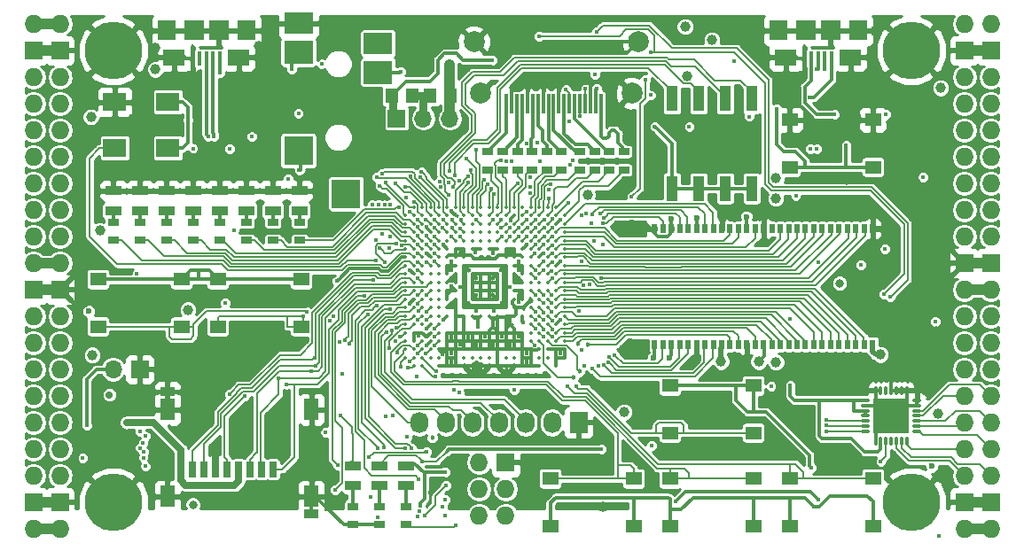
<source format=gtl>
G04 #@! TF.GenerationSoftware,KiCad,Pcbnew,5.0.0-rc2+dfsg1-3*
G04 #@! TF.CreationDate,2018-07-05T03:27:10+02:00*
G04 #@! TF.ProjectId,ulx3s,756C7833732E6B696361645F70636200,rev?*
G04 #@! TF.SameCoordinates,Original*
G04 #@! TF.FileFunction,Copper,L1,Top,Signal*
G04 #@! TF.FilePolarity,Positive*
%FSLAX46Y46*%
G04 Gerber Fmt 4.6, Leading zero omitted, Abs format (unit mm)*
G04 Created by KiCad (PCBNEW 5.0.0-rc2+dfsg1-3) date Thu Jul  5 03:27:10 2018*
%MOMM*%
%LPD*%
G01*
G04 APERTURE LIST*
G04 #@! TA.AperFunction,SMDPad,CuDef*
%ADD10R,0.560000X0.900000*%
G04 #@! TD*
G04 #@! TA.AperFunction,ComponentPad*
%ADD11O,1.727200X1.727200*%
G04 #@! TD*
G04 #@! TA.AperFunction,ComponentPad*
%ADD12R,1.727200X1.727200*%
G04 #@! TD*
G04 #@! TA.AperFunction,ComponentPad*
%ADD13C,5.500000*%
G04 #@! TD*
G04 #@! TA.AperFunction,SMDPad,CuDef*
%ADD14O,0.850000X0.300000*%
G04 #@! TD*
G04 #@! TA.AperFunction,SMDPad,CuDef*
%ADD15O,0.300000X0.850000*%
G04 #@! TD*
G04 #@! TA.AperFunction,SMDPad,CuDef*
%ADD16R,1.675000X1.675000*%
G04 #@! TD*
G04 #@! TA.AperFunction,ComponentPad*
%ADD17R,1.727200X2.032000*%
G04 #@! TD*
G04 #@! TA.AperFunction,ComponentPad*
%ADD18O,1.727200X2.032000*%
G04 #@! TD*
G04 #@! TA.AperFunction,SMDPad,CuDef*
%ADD19R,1.550000X1.300000*%
G04 #@! TD*
G04 #@! TA.AperFunction,SMDPad,CuDef*
%ADD20R,1.120000X2.440000*%
G04 #@! TD*
G04 #@! TA.AperFunction,BGAPad,CuDef*
%ADD21C,0.350000*%
G04 #@! TD*
G04 #@! TA.AperFunction,SMDPad,CuDef*
%ADD22R,2.800000X2.000000*%
G04 #@! TD*
G04 #@! TA.AperFunction,SMDPad,CuDef*
%ADD23R,2.800000X2.200000*%
G04 #@! TD*
G04 #@! TA.AperFunction,SMDPad,CuDef*
%ADD24R,2.800000X2.800000*%
G04 #@! TD*
G04 #@! TA.AperFunction,SMDPad,CuDef*
%ADD25R,0.700000X1.500000*%
G04 #@! TD*
G04 #@! TA.AperFunction,SMDPad,CuDef*
%ADD26R,1.450000X0.900000*%
G04 #@! TD*
G04 #@! TA.AperFunction,SMDPad,CuDef*
%ADD27R,1.450000X2.000000*%
G04 #@! TD*
G04 #@! TA.AperFunction,SMDPad,CuDef*
%ADD28R,2.200000X1.800000*%
G04 #@! TD*
G04 #@! TA.AperFunction,SMDPad,CuDef*
%ADD29R,1.000000X0.670000*%
G04 #@! TD*
G04 #@! TA.AperFunction,SMDPad,CuDef*
%ADD30R,1.500000X0.970000*%
G04 #@! TD*
G04 #@! TA.AperFunction,SMDPad,CuDef*
%ADD31R,0.300000X1.900000*%
G04 #@! TD*
G04 #@! TA.AperFunction,ComponentPad*
%ADD32C,2.000000*%
G04 #@! TD*
G04 #@! TA.AperFunction,ComponentPad*
%ADD33R,1.700000X1.700000*%
G04 #@! TD*
G04 #@! TA.AperFunction,ComponentPad*
%ADD34O,1.700000X1.700000*%
G04 #@! TD*
G04 #@! TA.AperFunction,SMDPad,CuDef*
%ADD35R,1.295000X1.400000*%
G04 #@! TD*
G04 #@! TA.AperFunction,SMDPad,CuDef*
%ADD36R,1.800000X1.900000*%
G04 #@! TD*
G04 #@! TA.AperFunction,SMDPad,CuDef*
%ADD37R,0.400000X1.350000*%
G04 #@! TD*
G04 #@! TA.AperFunction,SMDPad,CuDef*
%ADD38R,1.900000X1.900000*%
G04 #@! TD*
G04 #@! TA.AperFunction,SMDPad,CuDef*
%ADD39R,2.100000X1.600000*%
G04 #@! TD*
G04 #@! TA.AperFunction,ViaPad*
%ADD40C,0.400000*%
G04 #@! TD*
G04 #@! TA.AperFunction,ViaPad*
%ADD41C,2.000000*%
G04 #@! TD*
G04 #@! TA.AperFunction,ViaPad*
%ADD42C,0.700000*%
G04 #@! TD*
G04 #@! TA.AperFunction,ViaPad*
%ADD43C,0.454000*%
G04 #@! TD*
G04 #@! TA.AperFunction,ViaPad*
%ADD44C,0.600000*%
G04 #@! TD*
G04 #@! TA.AperFunction,ViaPad*
%ADD45C,1.000000*%
G04 #@! TD*
G04 #@! TA.AperFunction,ViaPad*
%ADD46C,0.800000*%
G04 #@! TD*
G04 #@! TA.AperFunction,Conductor*
%ADD47C,0.700000*%
G04 #@! TD*
G04 #@! TA.AperFunction,Conductor*
%ADD48C,0.300000*%
G04 #@! TD*
G04 #@! TA.AperFunction,Conductor*
%ADD49C,0.500000*%
G04 #@! TD*
G04 #@! TA.AperFunction,Conductor*
%ADD50C,1.000000*%
G04 #@! TD*
G04 #@! TA.AperFunction,Conductor*
%ADD51C,0.190000*%
G04 #@! TD*
G04 #@! TA.AperFunction,Conductor*
%ADD52C,0.800000*%
G04 #@! TD*
G04 #@! TA.AperFunction,Conductor*
%ADD53C,0.200000*%
G04 #@! TD*
G04 #@! TA.AperFunction,Conductor*
%ADD54C,0.127000*%
G04 #@! TD*
G04 #@! TA.AperFunction,Conductor*
%ADD55C,0.180000*%
G04 #@! TD*
G04 #@! TA.AperFunction,Conductor*
%ADD56C,0.254000*%
G04 #@! TD*
G04 APERTURE END LIST*
D10*
G04 #@! TO.P,U2,28*
G04 #@! TO.N,GND*
X175493000Y-82270000D03*
G04 #@! TO.P,U2,1*
G04 #@! TO.N,+3V3*
X154693000Y-93330000D03*
G04 #@! TO.P,U2,2*
G04 #@! TO.N,SDRAM_D0*
X155493000Y-93330000D03*
G04 #@! TO.P,U2,3*
G04 #@! TO.N,+3V3*
X156293000Y-93330000D03*
G04 #@! TO.P,U2,4*
G04 #@! TO.N,SDRAM_D1*
X157093000Y-93330000D03*
G04 #@! TO.P,U2,5*
G04 #@! TO.N,SDRAM_D2*
X157893000Y-93330000D03*
G04 #@! TO.P,U2,6*
G04 #@! TO.N,GND*
X158693000Y-93330000D03*
G04 #@! TO.P,U2,7*
G04 #@! TO.N,SDRAM_D3*
X159493000Y-93330000D03*
G04 #@! TO.P,U2,8*
G04 #@! TO.N,SDRAM_D4*
X160293000Y-93330000D03*
G04 #@! TO.P,U2,9*
G04 #@! TO.N,+3V3*
X161093000Y-93330000D03*
G04 #@! TO.P,U2,10*
G04 #@! TO.N,SDRAM_D5*
X161893000Y-93330000D03*
G04 #@! TO.P,U2,11*
G04 #@! TO.N,SDRAM_D6*
X162693000Y-93330000D03*
G04 #@! TO.P,U2,12*
G04 #@! TO.N,GND*
X163493000Y-93330000D03*
G04 #@! TO.P,U2,13*
G04 #@! TO.N,SDRAM_D7*
X164293000Y-93330000D03*
G04 #@! TO.P,U2,14*
G04 #@! TO.N,+3V3*
X165093000Y-93330000D03*
G04 #@! TO.P,U2,15*
G04 #@! TO.N,SDRAM_DQM0*
X165893000Y-93330000D03*
G04 #@! TO.P,U2,16*
G04 #@! TO.N,SDRAM_nWE*
X166693000Y-93330000D03*
G04 #@! TO.P,U2,17*
G04 #@! TO.N,SDRAM_nCAS*
X167493000Y-93330000D03*
G04 #@! TO.P,U2,18*
G04 #@! TO.N,SDRAM_nRAS*
X168293000Y-93330000D03*
G04 #@! TO.P,U2,19*
G04 #@! TO.N,SDRAM_nCS*
X169093000Y-93330000D03*
G04 #@! TO.P,U2,20*
G04 #@! TO.N,SDRAM_BA0*
X169893000Y-93330000D03*
G04 #@! TO.P,U2,21*
G04 #@! TO.N,SDRAM_BA1*
X170693000Y-93330000D03*
G04 #@! TO.P,U2,22*
G04 #@! TO.N,SDRAM_A10*
X171493000Y-93330000D03*
G04 #@! TO.P,U2,23*
G04 #@! TO.N,SDRAM_A0*
X172293000Y-93330000D03*
G04 #@! TO.P,U2,24*
G04 #@! TO.N,SDRAM_A1*
X173093000Y-93330000D03*
G04 #@! TO.P,U2,25*
G04 #@! TO.N,SDRAM_A2*
X173893000Y-93330000D03*
G04 #@! TO.P,U2,26*
G04 #@! TO.N,SDRAM_A3*
X174693000Y-93330000D03*
G04 #@! TO.P,U2,27*
G04 #@! TO.N,+3V3*
X175493000Y-93330000D03*
G04 #@! TO.P,U2,29*
G04 #@! TO.N,SDRAM_A4*
X174693000Y-82270000D03*
G04 #@! TO.P,U2,30*
G04 #@! TO.N,SDRAM_A5*
X173893000Y-82270000D03*
G04 #@! TO.P,U2,31*
G04 #@! TO.N,SDRAM_A6*
X173093000Y-82270000D03*
G04 #@! TO.P,U2,32*
G04 #@! TO.N,SDRAM_A7*
X172293000Y-82270000D03*
G04 #@! TO.P,U2,33*
G04 #@! TO.N,SDRAM_A8*
X171493000Y-82270000D03*
G04 #@! TO.P,U2,34*
G04 #@! TO.N,SDRAM_A9*
X170693000Y-82270000D03*
G04 #@! TO.P,U2,35*
G04 #@! TO.N,SDRAM_A11*
X169893000Y-82270000D03*
G04 #@! TO.P,U2,36*
G04 #@! TO.N,SDRAM_A12*
X169093000Y-82270000D03*
G04 #@! TO.P,U2,37*
G04 #@! TO.N,SDRAM_CKE*
X168293000Y-82270000D03*
G04 #@! TO.P,U2,38*
G04 #@! TO.N,SDRAM_CLK*
X167493000Y-82270000D03*
G04 #@! TO.P,U2,39*
G04 #@! TO.N,SDRAM_DQM1*
X166693000Y-82270000D03*
G04 #@! TO.P,U2,40*
G04 #@! TO.N,N/C*
X165893000Y-82270000D03*
G04 #@! TO.P,U2,41*
G04 #@! TO.N,GND*
X165093000Y-82270000D03*
G04 #@! TO.P,U2,42*
G04 #@! TO.N,SDRAM_D8*
X164293000Y-82270000D03*
G04 #@! TO.P,U2,43*
G04 #@! TO.N,+3V3*
X163493000Y-82270000D03*
G04 #@! TO.P,U2,44*
G04 #@! TO.N,SDRAM_D9*
X162693000Y-82270000D03*
G04 #@! TO.P,U2,45*
G04 #@! TO.N,SDRAM_D10*
X161893000Y-82270000D03*
G04 #@! TO.P,U2,46*
G04 #@! TO.N,GND*
X161093000Y-82270000D03*
G04 #@! TO.P,U2,47*
G04 #@! TO.N,SDRAM_D11*
X160293000Y-82270000D03*
G04 #@! TO.P,U2,48*
G04 #@! TO.N,SDRAM_D12*
X159493000Y-82270000D03*
G04 #@! TO.P,U2,49*
G04 #@! TO.N,+3V3*
X158693000Y-82270000D03*
G04 #@! TO.P,U2,50*
G04 #@! TO.N,SDRAM_D13*
X157893000Y-82270000D03*
G04 #@! TO.P,U2,51*
G04 #@! TO.N,SDRAM_D14*
X157093000Y-82270000D03*
G04 #@! TO.P,U2,52*
G04 #@! TO.N,GND*
X156293000Y-82270000D03*
G04 #@! TO.P,U2,53*
G04 #@! TO.N,SDRAM_D15*
X155493000Y-82270000D03*
G04 #@! TO.P,U2,54*
G04 #@! TO.N,GND*
X154693000Y-82270000D03*
G04 #@! TD*
D11*
G04 #@! TO.P,J1,1*
G04 #@! TO.N,2V5_3V3*
X97910000Y-62690000D03*
G04 #@! TO.P,J1,2*
X95370000Y-62690000D03*
D12*
G04 #@! TO.P,J1,3*
G04 #@! TO.N,GND*
X97910000Y-65230000D03*
G04 #@! TO.P,J1,4*
X95370000Y-65230000D03*
D11*
G04 #@! TO.P,J1,5*
G04 #@! TO.N,GN0*
X97910000Y-67770000D03*
G04 #@! TO.P,J1,6*
G04 #@! TO.N,GP0*
X95370000Y-67770000D03*
G04 #@! TO.P,J1,7*
G04 #@! TO.N,GN1*
X97910000Y-70310000D03*
G04 #@! TO.P,J1,8*
G04 #@! TO.N,GP1*
X95370000Y-70310000D03*
G04 #@! TO.P,J1,9*
G04 #@! TO.N,GN2*
X97910000Y-72850000D03*
G04 #@! TO.P,J1,10*
G04 #@! TO.N,GP2*
X95370000Y-72850000D03*
G04 #@! TO.P,J1,11*
G04 #@! TO.N,GN3*
X97910000Y-75390000D03*
G04 #@! TO.P,J1,12*
G04 #@! TO.N,GP3*
X95370000Y-75390000D03*
G04 #@! TO.P,J1,13*
G04 #@! TO.N,GN4*
X97910000Y-77930000D03*
G04 #@! TO.P,J1,14*
G04 #@! TO.N,GP4*
X95370000Y-77930000D03*
G04 #@! TO.P,J1,15*
G04 #@! TO.N,GN5*
X97910000Y-80470000D03*
G04 #@! TO.P,J1,16*
G04 #@! TO.N,GP5*
X95370000Y-80470000D03*
G04 #@! TO.P,J1,17*
G04 #@! TO.N,GN6*
X97910000Y-83010000D03*
G04 #@! TO.P,J1,18*
G04 #@! TO.N,GP6*
X95370000Y-83010000D03*
G04 #@! TO.P,J1,19*
G04 #@! TO.N,2V5_3V3*
X97910000Y-85550000D03*
G04 #@! TO.P,J1,20*
X95370000Y-85550000D03*
D12*
G04 #@! TO.P,J1,21*
G04 #@! TO.N,GND*
X97910000Y-88090000D03*
G04 #@! TO.P,J1,22*
X95370000Y-88090000D03*
D11*
G04 #@! TO.P,J1,23*
G04 #@! TO.N,GN7*
X97910000Y-90630000D03*
G04 #@! TO.P,J1,24*
G04 #@! TO.N,GP7*
X95370000Y-90630000D03*
G04 #@! TO.P,J1,25*
G04 #@! TO.N,GN8*
X97910000Y-93170000D03*
G04 #@! TO.P,J1,26*
G04 #@! TO.N,GP8*
X95370000Y-93170000D03*
G04 #@! TO.P,J1,27*
G04 #@! TO.N,GN9*
X97910000Y-95710000D03*
G04 #@! TO.P,J1,28*
G04 #@! TO.N,GP9*
X95370000Y-95710000D03*
G04 #@! TO.P,J1,29*
G04 #@! TO.N,GN10*
X97910000Y-98250000D03*
G04 #@! TO.P,J1,30*
G04 #@! TO.N,GP10*
X95370000Y-98250000D03*
G04 #@! TO.P,J1,31*
G04 #@! TO.N,GN11*
X97910000Y-100790000D03*
G04 #@! TO.P,J1,32*
G04 #@! TO.N,GP11*
X95370000Y-100790000D03*
G04 #@! TO.P,J1,33*
G04 #@! TO.N,GN12*
X97910000Y-103330000D03*
G04 #@! TO.P,J1,34*
G04 #@! TO.N,GP12*
X95370000Y-103330000D03*
G04 #@! TO.P,J1,35*
G04 #@! TO.N,GN13*
X97910000Y-105870000D03*
G04 #@! TO.P,J1,36*
G04 #@! TO.N,GP13*
X95370000Y-105870000D03*
D12*
G04 #@! TO.P,J1,37*
G04 #@! TO.N,GND*
X97910000Y-108410000D03*
G04 #@! TO.P,J1,38*
X95370000Y-108410000D03*
D11*
G04 #@! TO.P,J1,39*
G04 #@! TO.N,2V5_3V3*
X97910000Y-110950000D03*
G04 #@! TO.P,J1,40*
X95370000Y-110950000D03*
G04 #@! TD*
G04 #@! TO.P,J2,1*
G04 #@! TO.N,+3V3*
X184270000Y-110950000D03*
G04 #@! TO.P,J2,2*
X186810000Y-110950000D03*
D12*
G04 #@! TO.P,J2,3*
G04 #@! TO.N,GND*
X184270000Y-108410000D03*
G04 #@! TO.P,J2,4*
X186810000Y-108410000D03*
D11*
G04 #@! TO.P,J2,5*
G04 #@! TO.N,GN14*
X184270000Y-105870000D03*
G04 #@! TO.P,J2,6*
G04 #@! TO.N,GP14*
X186810000Y-105870000D03*
G04 #@! TO.P,J2,7*
G04 #@! TO.N,GN15*
X184270000Y-103330000D03*
G04 #@! TO.P,J2,8*
G04 #@! TO.N,GP15*
X186810000Y-103330000D03*
G04 #@! TO.P,J2,9*
G04 #@! TO.N,GN16*
X184270000Y-100790000D03*
G04 #@! TO.P,J2,10*
G04 #@! TO.N,GP16*
X186810000Y-100790000D03*
G04 #@! TO.P,J2,11*
G04 #@! TO.N,GN17*
X184270000Y-98250000D03*
G04 #@! TO.P,J2,12*
G04 #@! TO.N,GP17*
X186810000Y-98250000D03*
G04 #@! TO.P,J2,13*
G04 #@! TO.N,GN18*
X184270000Y-95710000D03*
G04 #@! TO.P,J2,14*
G04 #@! TO.N,GP18*
X186810000Y-95710000D03*
G04 #@! TO.P,J2,15*
G04 #@! TO.N,GN19*
X184270000Y-93170000D03*
G04 #@! TO.P,J2,16*
G04 #@! TO.N,GP19*
X186810000Y-93170000D03*
G04 #@! TO.P,J2,17*
G04 #@! TO.N,GN20*
X184270000Y-90630000D03*
G04 #@! TO.P,J2,18*
G04 #@! TO.N,GP20*
X186810000Y-90630000D03*
G04 #@! TO.P,J2,19*
G04 #@! TO.N,+3V3*
X184270000Y-88090000D03*
G04 #@! TO.P,J2,20*
X186810000Y-88090000D03*
D12*
G04 #@! TO.P,J2,21*
G04 #@! TO.N,GND*
X184270000Y-85550000D03*
G04 #@! TO.P,J2,22*
X186810000Y-85550000D03*
D11*
G04 #@! TO.P,J2,23*
G04 #@! TO.N,GN21*
X184270000Y-83010000D03*
G04 #@! TO.P,J2,24*
G04 #@! TO.N,GP21*
X186810000Y-83010000D03*
G04 #@! TO.P,J2,25*
G04 #@! TO.N,GN22*
X184270000Y-80470000D03*
G04 #@! TO.P,J2,26*
G04 #@! TO.N,GP22*
X186810000Y-80470000D03*
G04 #@! TO.P,J2,27*
G04 #@! TO.N,GN23*
X184270000Y-77930000D03*
G04 #@! TO.P,J2,28*
G04 #@! TO.N,GP23*
X186810000Y-77930000D03*
G04 #@! TO.P,J2,29*
G04 #@! TO.N,GN24*
X184270000Y-75390000D03*
G04 #@! TO.P,J2,30*
G04 #@! TO.N,GP24*
X186810000Y-75390000D03*
G04 #@! TO.P,J2,31*
G04 #@! TO.N,GN25*
X184270000Y-72850000D03*
G04 #@! TO.P,J2,32*
G04 #@! TO.N,GP25*
X186810000Y-72850000D03*
G04 #@! TO.P,J2,33*
G04 #@! TO.N,GN26*
X184270000Y-70310000D03*
G04 #@! TO.P,J2,34*
G04 #@! TO.N,GP26*
X186810000Y-70310000D03*
G04 #@! TO.P,J2,35*
G04 #@! TO.N,GN27*
X184270000Y-67770000D03*
G04 #@! TO.P,J2,36*
G04 #@! TO.N,GP27*
X186810000Y-67770000D03*
D12*
G04 #@! TO.P,J2,37*
G04 #@! TO.N,GND*
X184270000Y-65230000D03*
G04 #@! TO.P,J2,38*
X186810000Y-65230000D03*
D11*
G04 #@! TO.P,J2,39*
G04 #@! TO.N,/gpio/IN5V*
X184270000Y-62690000D03*
G04 #@! TO.P,J2,40*
G04 #@! TO.N,/gpio/OUT5V*
X186810000Y-62690000D03*
G04 #@! TD*
D13*
G04 #@! TO.P,H1,1*
G04 #@! TO.N,GND*
X102990000Y-108410000D03*
G04 #@! TD*
G04 #@! TO.P,H2,1*
G04 #@! TO.N,GND*
X179190000Y-108410000D03*
G04 #@! TD*
G04 #@! TO.P,H3,1*
G04 #@! TO.N,GND*
X179190000Y-65230000D03*
G04 #@! TD*
G04 #@! TO.P,H4,1*
G04 #@! TO.N,GND*
X102990000Y-65230000D03*
G04 #@! TD*
D12*
G04 #@! TO.P,J4,1*
G04 #@! TO.N,GND*
X140455000Y-104600000D03*
D11*
G04 #@! TO.P,J4,2*
G04 #@! TO.N,+3V3*
X137915000Y-104600000D03*
G04 #@! TO.P,J4,3*
G04 #@! TO.N,JTAG_TDI*
X140455000Y-107140000D03*
G04 #@! TO.P,J4,4*
G04 #@! TO.N,JTAG_TCK*
X137915000Y-107140000D03*
G04 #@! TO.P,J4,5*
G04 #@! TO.N,JTAG_TMS*
X140455000Y-109680000D03*
G04 #@! TO.P,J4,6*
G04 #@! TO.N,JTAG_TDO*
X137915000Y-109680000D03*
G04 #@! TD*
D14*
G04 #@! TO.P,U8,1*
G04 #@! TO.N,GP15*
X179735000Y-101655000D03*
G04 #@! TO.P,U8,2*
G04 #@! TO.N,GN16*
X179735000Y-101155000D03*
G04 #@! TO.P,U8,3*
G04 #@! TO.N,GP16*
X179735000Y-100655000D03*
G04 #@! TO.P,U8,4*
G04 #@! TO.N,GN17*
X179735000Y-100155000D03*
G04 #@! TO.P,U8,5*
G04 #@! TO.N,GP17*
X179735000Y-99655000D03*
G04 #@! TO.P,U8,6*
G04 #@! TO.N,GND*
X179735000Y-99155000D03*
G04 #@! TO.P,U8,7*
X179735000Y-98655000D03*
D15*
G04 #@! TO.P,U8,8*
X178785000Y-97705000D03*
G04 #@! TO.P,U8,9*
X178285000Y-97705000D03*
G04 #@! TO.P,U8,10*
X177785000Y-97705000D03*
G04 #@! TO.P,U8,11*
X177285000Y-97705000D03*
G04 #@! TO.P,U8,12*
G04 #@! TO.N,Net-(U8-Pad12)*
X176785000Y-97705000D03*
G04 #@! TO.P,U8,13*
G04 #@! TO.N,GND*
X176285000Y-97705000D03*
G04 #@! TO.P,U8,14*
X175785000Y-97705000D03*
D14*
G04 #@! TO.P,U8,15*
G04 #@! TO.N,/analog/ADC3V3*
X174835000Y-98655000D03*
G04 #@! TO.P,U8,16*
G04 #@! TO.N,GND*
X174835000Y-99155000D03*
G04 #@! TO.P,U8,17*
G04 #@! TO.N,/analog/ADC3V3*
X174835000Y-99655000D03*
G04 #@! TO.P,U8,18*
X174835000Y-100155000D03*
G04 #@! TO.P,U8,19*
G04 #@! TO.N,ADC_SCLK*
X174835000Y-100655000D03*
G04 #@! TO.P,U8,20*
G04 #@! TO.N,ADC_CSn*
X174835000Y-101155000D03*
G04 #@! TO.P,U8,21*
G04 #@! TO.N,ADC_MOSI*
X174835000Y-101655000D03*
D15*
G04 #@! TO.P,U8,22*
G04 #@! TO.N,GND*
X175785000Y-102605000D03*
G04 #@! TO.P,U8,23*
G04 #@! TO.N,/analog/ADC3V3*
X176285000Y-102605000D03*
G04 #@! TO.P,U8,24*
G04 #@! TO.N,ADC_MISO*
X176785000Y-102605000D03*
G04 #@! TO.P,U8,25*
G04 #@! TO.N,Net-(U8-Pad25)*
X177285000Y-102605000D03*
G04 #@! TO.P,U8,26*
G04 #@! TO.N,GN14*
X177785000Y-102605000D03*
G04 #@! TO.P,U8,27*
G04 #@! TO.N,GP14*
X178285000Y-102605000D03*
G04 #@! TO.P,U8,28*
G04 #@! TO.N,GN15*
X178785000Y-102605000D03*
D16*
G04 #@! TO.P,U8,29*
G04 #@! TO.N,GND*
X176447500Y-99317500D03*
X176447500Y-100992500D03*
X178122500Y-99317500D03*
X178122500Y-100992500D03*
G04 #@! TD*
D17*
G04 #@! TO.P,OLED1,1*
G04 #@! TO.N,GND*
X147440000Y-100790000D03*
D18*
G04 #@! TO.P,OLED1,2*
G04 #@! TO.N,+3V3*
X144900000Y-100790000D03*
G04 #@! TO.P,OLED1,3*
G04 #@! TO.N,OLED_CLK*
X142360000Y-100790000D03*
G04 #@! TO.P,OLED1,4*
G04 #@! TO.N,OLED_MOSI*
X139820000Y-100790000D03*
G04 #@! TO.P,OLED1,5*
G04 #@! TO.N,OLED_RES*
X137280000Y-100790000D03*
G04 #@! TO.P,OLED1,6*
G04 #@! TO.N,OLED_DC*
X134740000Y-100790000D03*
G04 #@! TO.P,OLED1,7*
G04 #@! TO.N,OLED_CS*
X132200000Y-100790000D03*
G04 #@! TD*
D19*
G04 #@! TO.P,B0,2*
G04 #@! TO.N,GND*
X175550000Y-71870000D03*
G04 #@! TO.P,B0,1*
G04 #@! TO.N,/power/PWRBTn*
X175550000Y-76370000D03*
X167590000Y-76370000D03*
G04 #@! TO.P,B0,2*
G04 #@! TO.N,GND*
X167590000Y-71870000D03*
G04 #@! TD*
G04 #@! TO.P,B1,2*
G04 #@! TO.N,BTN_F1*
X101550000Y-91610000D03*
G04 #@! TO.P,B1,1*
G04 #@! TO.N,/blinkey/BTNPUL*
X101550000Y-87110000D03*
X109510000Y-87110000D03*
G04 #@! TO.P,B1,2*
G04 #@! TO.N,BTN_F1*
X109510000Y-91610000D03*
G04 #@! TD*
G04 #@! TO.P,B2,2*
G04 #@! TO.N,BTN_F2*
X112980000Y-91610000D03*
G04 #@! TO.P,B2,1*
G04 #@! TO.N,/blinkey/BTNPUL*
X112980000Y-87110000D03*
X120940000Y-87110000D03*
G04 #@! TO.P,B2,2*
G04 #@! TO.N,BTN_F2*
X120940000Y-91610000D03*
G04 #@! TD*
G04 #@! TO.P,B3,2*
G04 #@! TO.N,BTN_U*
X156160000Y-101770000D03*
G04 #@! TO.P,B3,1*
G04 #@! TO.N,/blinkey/BTNPUR*
X156160000Y-97270000D03*
X164120000Y-97270000D03*
G04 #@! TO.P,B3,2*
G04 #@! TO.N,BTN_U*
X164120000Y-101770000D03*
G04 #@! TD*
G04 #@! TO.P,B4,2*
G04 #@! TO.N,BTN_D*
X164120000Y-106160000D03*
G04 #@! TO.P,B4,1*
G04 #@! TO.N,/blinkey/BTNPUR*
X164120000Y-110660000D03*
X156160000Y-110660000D03*
G04 #@! TO.P,B4,2*
G04 #@! TO.N,BTN_D*
X156160000Y-106160000D03*
G04 #@! TD*
G04 #@! TO.P,B5,2*
G04 #@! TO.N,BTN_L*
X152690000Y-106160000D03*
G04 #@! TO.P,B5,1*
G04 #@! TO.N,/blinkey/BTNPUR*
X152690000Y-110660000D03*
X144730000Y-110660000D03*
G04 #@! TO.P,B5,2*
G04 #@! TO.N,BTN_L*
X144730000Y-106160000D03*
G04 #@! TD*
G04 #@! TO.P,B6,2*
G04 #@! TO.N,BTN_R*
X175550000Y-106160000D03*
G04 #@! TO.P,B6,1*
G04 #@! TO.N,/blinkey/BTNPUR*
X175550000Y-110660000D03*
X167590000Y-110660000D03*
G04 #@! TO.P,B6,2*
G04 #@! TO.N,BTN_R*
X167590000Y-106160000D03*
G04 #@! TD*
D20*
G04 #@! TO.P,SW1,1*
G04 #@! TO.N,/blinkey/SWPU*
X156330000Y-78425000D03*
G04 #@! TO.P,SW1,5*
G04 #@! TO.N,SW4*
X163950000Y-69815000D03*
G04 #@! TO.P,SW1,2*
G04 #@! TO.N,/blinkey/SWPU*
X158870000Y-78425000D03*
G04 #@! TO.P,SW1,6*
G04 #@! TO.N,SW3*
X161410000Y-69815000D03*
G04 #@! TO.P,SW1,3*
G04 #@! TO.N,/blinkey/SWPU*
X161410000Y-78425000D03*
G04 #@! TO.P,SW1,7*
G04 #@! TO.N,SW2*
X158870000Y-69815000D03*
G04 #@! TO.P,SW1,4*
G04 #@! TO.N,/blinkey/SWPU*
X163950000Y-78425000D03*
G04 #@! TO.P,SW1,8*
G04 #@! TO.N,SW1*
X156330000Y-69815000D03*
G04 #@! TD*
D21*
G04 #@! TO.P,U1,A2*
G04 #@! TO.N,GP9*
X131680000Y-80200000D03*
G04 #@! TO.P,U1,A3*
G04 #@! TO.N,AUDIO_R0*
X132480000Y-80200000D03*
G04 #@! TO.P,U1,A4*
G04 #@! TO.N,GP8*
X133280000Y-80200000D03*
G04 #@! TO.P,U1,A5*
G04 #@! TO.N,GN8*
X134080000Y-80200000D03*
G04 #@! TO.P,U1,A6*
G04 #@! TO.N,GP7*
X134880000Y-80200000D03*
G04 #@! TO.P,U1,A7*
G04 #@! TO.N,GP4*
X135680000Y-80200000D03*
G04 #@! TO.P,U1,A8*
G04 #@! TO.N,GN4*
X136480000Y-80200000D03*
G04 #@! TO.P,U1,A9*
G04 #@! TO.N,GP2*
X137280000Y-80200000D03*
G04 #@! TO.P,U1,A10*
G04 #@! TO.N,GP1*
X138080000Y-80200000D03*
G04 #@! TO.P,U1,A11*
G04 #@! TO.N,GN1*
X138880000Y-80200000D03*
G04 #@! TO.P,U1,A12*
G04 #@! TO.N,FPDI_D2+*
X139680000Y-80200000D03*
G04 #@! TO.P,U1,A13*
G04 #@! TO.N,FPDI_D2-*
X140480000Y-80200000D03*
G04 #@! TO.P,U1,A14*
G04 #@! TO.N,FPDI_D1+*
X141280000Y-80200000D03*
G04 #@! TO.P,U1,A15*
G04 #@! TO.N,Net-(U1-PadA15)*
X142080000Y-80200000D03*
G04 #@! TO.P,U1,A16*
G04 #@! TO.N,FPDI_D0+*
X142880000Y-80200000D03*
G04 #@! TO.P,U1,A17*
G04 #@! TO.N,FPDI_CLK+*
X143680000Y-80200000D03*
G04 #@! TO.P,U1,A18*
G04 #@! TO.N,/gpdi/FPDI_CEC*
X144480000Y-80200000D03*
G04 #@! TO.P,U1,A19*
G04 #@! TO.N,FPDI_ETH+*
X145280000Y-80200000D03*
G04 #@! TO.P,U1,B1*
G04 #@! TO.N,GN9*
X130880000Y-81000000D03*
G04 #@! TO.P,U1,B2*
G04 #@! TO.N,LED0*
X131680000Y-81000000D03*
G04 #@! TO.P,U1,B3*
G04 #@! TO.N,AUDIO_L3*
X132480000Y-81000000D03*
G04 #@! TO.P,U1,B4*
G04 #@! TO.N,GN10*
X133280000Y-81000000D03*
G04 #@! TO.P,U1,B5*
G04 #@! TO.N,AUDIO_R1*
X134080000Y-81000000D03*
G04 #@! TO.P,U1,B6*
G04 #@! TO.N,GN7*
X134880000Y-81000000D03*
G04 #@! TO.P,U1,B7*
G04 #@! TO.N,GND*
X135680000Y-81000000D03*
G04 #@! TO.P,U1,B8*
G04 #@! TO.N,GN5*
X136480000Y-81000000D03*
G04 #@! TO.P,U1,B9*
G04 #@! TO.N,GP3*
X137280000Y-81000000D03*
G04 #@! TO.P,U1,B10*
G04 #@! TO.N,GN2*
X138080000Y-81000000D03*
G04 #@! TO.P,U1,B11*
G04 #@! TO.N,GP0*
X138880000Y-81000000D03*
G04 #@! TO.P,U1,B12*
G04 #@! TO.N,USB_FPGA_PULL_D+*
X139680000Y-81000000D03*
G04 #@! TO.P,U1,B13*
G04 #@! TO.N,GP26*
X140480000Y-81000000D03*
G04 #@! TO.P,U1,B14*
G04 #@! TO.N,GND*
X141280000Y-81000000D03*
G04 #@! TO.P,U1,B15*
G04 #@! TO.N,GP22*
X142080000Y-81000000D03*
G04 #@! TO.P,U1,B16*
G04 #@! TO.N,FPDI_D0-*
X142880000Y-81000000D03*
G04 #@! TO.P,U1,B17*
G04 #@! TO.N,GP23*
X143680000Y-81000000D03*
G04 #@! TO.P,U1,B18*
G04 #@! TO.N,FPDI_CLK-*
X144480000Y-81000000D03*
G04 #@! TO.P,U1,B19*
G04 #@! TO.N,FPDI_SDA*
X145280000Y-81000000D03*
G04 #@! TO.P,U1,B20*
G04 #@! TO.N,FPDI_ETH-*
X146080000Y-81000000D03*
G04 #@! TO.P,U1,C1*
G04 #@! TO.N,LED2*
X130880000Y-81800000D03*
G04 #@! TO.P,U1,C2*
G04 #@! TO.N,LED1*
X131680000Y-81800000D03*
G04 #@! TO.P,U1,C3*
G04 #@! TO.N,AUDIO_L2*
X132480000Y-81800000D03*
G04 #@! TO.P,U1,C4*
G04 #@! TO.N,GP10*
X133280000Y-81800000D03*
G04 #@! TO.P,U1,C5*
G04 #@! TO.N,AUDIO_R3*
X134080000Y-81800000D03*
G04 #@! TO.P,U1,C6*
G04 #@! TO.N,GP6*
X134880000Y-81800000D03*
G04 #@! TO.P,U1,C7*
G04 #@! TO.N,GN6*
X135680000Y-81800000D03*
G04 #@! TO.P,U1,C8*
G04 #@! TO.N,GP5*
X136480000Y-81800000D03*
G04 #@! TO.P,U1,C9*
G04 #@! TO.N,Net-(U1-PadC9)*
X137280000Y-81800000D03*
G04 #@! TO.P,U1,C10*
G04 #@! TO.N,GN3*
X138080000Y-81800000D03*
G04 #@! TO.P,U1,C11*
G04 #@! TO.N,GN0*
X138880000Y-81800000D03*
G04 #@! TO.P,U1,C12*
G04 #@! TO.N,USB_FPGA_PULL_D-*
X139680000Y-81800000D03*
G04 #@! TO.P,U1,C13*
G04 #@! TO.N,GN26*
X140480000Y-81800000D03*
G04 #@! TO.P,U1,C14*
G04 #@! TO.N,FPDI_D1-*
X141280000Y-81800000D03*
G04 #@! TO.P,U1,C15*
G04 #@! TO.N,GN22*
X142080000Y-81800000D03*
G04 #@! TO.P,U1,C16*
G04 #@! TO.N,GP24*
X142880000Y-81800000D03*
G04 #@! TO.P,U1,C17*
G04 #@! TO.N,GN23*
X143680000Y-81800000D03*
G04 #@! TO.P,U1,C18*
G04 #@! TO.N,GP21*
X144480000Y-81800000D03*
G04 #@! TO.P,U1,C19*
G04 #@! TO.N,GND*
X145280000Y-81800000D03*
G04 #@! TO.P,U1,C20*
G04 #@! TO.N,SDRAM_D11*
X146080000Y-81800000D03*
G04 #@! TO.P,U1,D1*
G04 #@! TO.N,LED4*
X130880000Y-82600000D03*
G04 #@! TO.P,U1,D2*
G04 #@! TO.N,LED3*
X131680000Y-82600000D03*
G04 #@! TO.P,U1,D3*
G04 #@! TO.N,AUDIO_L1*
X132480000Y-82600000D03*
G04 #@! TO.P,U1,D4*
G04 #@! TO.N,GND*
X133280000Y-82600000D03*
G04 #@! TO.P,U1,D5*
G04 #@! TO.N,AUDIO_R2*
X134080000Y-82600000D03*
G04 #@! TO.P,U1,D6*
G04 #@! TO.N,BTN_PWRn*
X134880000Y-82600000D03*
G04 #@! TO.P,U1,D7*
G04 #@! TO.N,SW3*
X135680000Y-82600000D03*
G04 #@! TO.P,U1,D8*
G04 #@! TO.N,SW2*
X136480000Y-82600000D03*
G04 #@! TO.P,U1,D9*
G04 #@! TO.N,Net-(U1-PadD9)*
X137280000Y-82600000D03*
G04 #@! TO.P,U1,D10*
G04 #@! TO.N,Net-(U1-PadD10)*
X138080000Y-82600000D03*
G04 #@! TO.P,U1,D11*
G04 #@! TO.N,Net-(U1-PadD11)*
X138880000Y-82600000D03*
G04 #@! TO.P,U1,D12*
G04 #@! TO.N,Net-(U1-PadD12)*
X139680000Y-82600000D03*
G04 #@! TO.P,U1,D13*
G04 #@! TO.N,GP27*
X140480000Y-82600000D03*
G04 #@! TO.P,U1,D14*
G04 #@! TO.N,GP25*
X141280000Y-82600000D03*
G04 #@! TO.P,U1,D15*
G04 #@! TO.N,USB_FPGA_D+*
X142080000Y-82600000D03*
G04 #@! TO.P,U1,D16*
G04 #@! TO.N,GN24*
X142880000Y-82600000D03*
G04 #@! TO.P,U1,D17*
G04 #@! TO.N,GN21*
X143680000Y-82600000D03*
G04 #@! TO.P,U1,D18*
G04 #@! TO.N,GP20*
X144480000Y-82600000D03*
G04 #@! TO.P,U1,D19*
G04 #@! TO.N,SDRAM_D10*
X145280000Y-82600000D03*
G04 #@! TO.P,U1,D20*
G04 #@! TO.N,SDRAM_D9*
X146080000Y-82600000D03*
G04 #@! TO.P,U1,E1*
G04 #@! TO.N,LED6*
X130880000Y-83400000D03*
G04 #@! TO.P,U1,E2*
G04 #@! TO.N,LED5*
X131680000Y-83400000D03*
G04 #@! TO.P,U1,E3*
G04 #@! TO.N,GN11*
X132480000Y-83400000D03*
G04 #@! TO.P,U1,E4*
G04 #@! TO.N,AUDIO_L0*
X133280000Y-83400000D03*
G04 #@! TO.P,U1,E5*
G04 #@! TO.N,AUDIO_V3*
X134080000Y-83400000D03*
G04 #@! TO.P,U1,E6*
G04 #@! TO.N,Net-(U1-PadE6)*
X134880000Y-83400000D03*
G04 #@! TO.P,U1,E7*
G04 #@! TO.N,SW4*
X135680000Y-83400000D03*
G04 #@! TO.P,U1,E8*
G04 #@! TO.N,SW1*
X136480000Y-83400000D03*
G04 #@! TO.P,U1,E9*
G04 #@! TO.N,Net-(U1-PadE9)*
X137280000Y-83400000D03*
G04 #@! TO.P,U1,E10*
G04 #@! TO.N,Net-(U1-PadE10)*
X138080000Y-83400000D03*
G04 #@! TO.P,U1,E11*
G04 #@! TO.N,Net-(U1-PadE11)*
X138880000Y-83400000D03*
G04 #@! TO.P,U1,E12*
G04 #@! TO.N,FPDI_SCL*
X139680000Y-83400000D03*
G04 #@! TO.P,U1,E13*
G04 #@! TO.N,GN27*
X140480000Y-83400000D03*
G04 #@! TO.P,U1,E14*
G04 #@! TO.N,GN25*
X141280000Y-83400000D03*
G04 #@! TO.P,U1,E15*
G04 #@! TO.N,USB_FPGA_D-*
X142080000Y-83400000D03*
G04 #@! TO.P,U1,E16*
G04 #@! TO.N,USB_FPGA_D+*
X142880000Y-83400000D03*
G04 #@! TO.P,U1,E17*
G04 #@! TO.N,GN20*
X143680000Y-83400000D03*
G04 #@! TO.P,U1,E18*
G04 #@! TO.N,SDRAM_D12*
X144480000Y-83400000D03*
G04 #@! TO.P,U1,E19*
G04 #@! TO.N,SDRAM_D8*
X145280000Y-83400000D03*
G04 #@! TO.P,U1,E20*
G04 #@! TO.N,SDRAM_DQM1*
X146080000Y-83400000D03*
G04 #@! TO.P,U1,F1*
G04 #@! TO.N,WIFI_EN*
X130880000Y-84200000D03*
G04 #@! TO.P,U1,F2*
G04 #@! TO.N,AUDIO_V1*
X131680000Y-84200000D03*
G04 #@! TO.P,U1,F3*
G04 #@! TO.N,GN12*
X132480000Y-84200000D03*
G04 #@! TO.P,U1,F4*
G04 #@! TO.N,GP11*
X133280000Y-84200000D03*
G04 #@! TO.P,U1,F5*
G04 #@! TO.N,AUDIO_V2*
X134080000Y-84200000D03*
G04 #@! TO.P,U1,F6*
G04 #@! TO.N,+2V5*
X134880000Y-84200000D03*
G04 #@! TO.P,U1,F7*
G04 #@! TO.N,GND*
X135680000Y-84200000D03*
G04 #@! TO.P,U1,F8*
X136480000Y-84200000D03*
G04 #@! TO.P,U1,F9*
G04 #@! TO.N,2V5_3V3*
X137280000Y-84200000D03*
G04 #@! TO.P,U1,F10*
X138080000Y-84200000D03*
G04 #@! TO.P,U1,F11*
G04 #@! TO.N,+3V3*
X138880000Y-84200000D03*
G04 #@! TO.P,U1,F12*
X139680000Y-84200000D03*
G04 #@! TO.P,U1,F13*
G04 #@! TO.N,GND*
X140480000Y-84200000D03*
G04 #@! TO.P,U1,F14*
X141280000Y-84200000D03*
G04 #@! TO.P,U1,F15*
G04 #@! TO.N,+2V5*
X142080000Y-84200000D03*
G04 #@! TO.P,U1,F16*
G04 #@! TO.N,USB_FPGA_D-*
X142880000Y-84200000D03*
G04 #@! TO.P,U1,F17*
G04 #@! TO.N,GP19*
X143680000Y-84200000D03*
G04 #@! TO.P,U1,F18*
G04 #@! TO.N,SDRAM_D13*
X144480000Y-84200000D03*
G04 #@! TO.P,U1,F19*
G04 #@! TO.N,SDRAM_CLK*
X145280000Y-84200000D03*
G04 #@! TO.P,U1,F20*
G04 #@! TO.N,SDRAM_CKE*
X146080000Y-84200000D03*
G04 #@! TO.P,U1,G1*
G04 #@! TO.N,/usb/ANT_433MHz*
X130880000Y-85000000D03*
G04 #@! TO.P,U1,G2*
G04 #@! TO.N,CLK_25MHz*
X131680000Y-85000000D03*
G04 #@! TO.P,U1,G3*
G04 #@! TO.N,GP12*
X132480000Y-85000000D03*
G04 #@! TO.P,U1,G4*
G04 #@! TO.N,GND*
X133280000Y-85000000D03*
G04 #@! TO.P,U1,G5*
G04 #@! TO.N,GN13*
X134080000Y-85000000D03*
G04 #@! TO.P,U1,G6*
G04 #@! TO.N,GND*
X134880000Y-85000000D03*
G04 #@! TO.P,U1,G7*
X135680000Y-85000000D03*
G04 #@! TO.P,U1,G8*
X136480000Y-85000000D03*
G04 #@! TO.P,U1,G9*
X137280000Y-85000000D03*
G04 #@! TO.P,U1,G10*
X138080000Y-85000000D03*
G04 #@! TO.P,U1,G11*
X138880000Y-85000000D03*
G04 #@! TO.P,U1,G12*
X139680000Y-85000000D03*
G04 #@! TO.P,U1,G13*
X140480000Y-85000000D03*
G04 #@! TO.P,U1,G14*
X141280000Y-85000000D03*
G04 #@! TO.P,U1,G15*
X142080000Y-85000000D03*
G04 #@! TO.P,U1,G16*
G04 #@! TO.N,SHUTDOWN*
X142880000Y-85000000D03*
G04 #@! TO.P,U1,G17*
G04 #@! TO.N,GND*
X143680000Y-85000000D03*
G04 #@! TO.P,U1,G18*
G04 #@! TO.N,GN19*
X144480000Y-85000000D03*
G04 #@! TO.P,U1,G19*
G04 #@! TO.N,SDRAM_A12*
X145280000Y-85000000D03*
G04 #@! TO.P,U1,G20*
G04 #@! TO.N,SDRAM_A11*
X146080000Y-85000000D03*
G04 #@! TO.P,U1,H1*
G04 #@! TO.N,SD_D1*
X130880000Y-85800000D03*
G04 #@! TO.P,U1,H2*
G04 #@! TO.N,SD_CLK*
X131680000Y-85800000D03*
G04 #@! TO.P,U1,H3*
G04 #@! TO.N,LED7*
X132480000Y-85800000D03*
G04 #@! TO.P,U1,H4*
G04 #@! TO.N,GP13*
X133280000Y-85800000D03*
G04 #@! TO.P,U1,H5*
G04 #@! TO.N,AUDIO_V0*
X134080000Y-85800000D03*
G04 #@! TO.P,U1,H6*
G04 #@! TO.N,2V5_3V3*
X134880000Y-85800000D03*
G04 #@! TO.P,U1,H7*
X135680000Y-85800000D03*
G04 #@! TO.P,U1,H8*
G04 #@! TO.N,+1V1*
X136480000Y-85800000D03*
G04 #@! TO.P,U1,H9*
X137280000Y-85800000D03*
G04 #@! TO.P,U1,H10*
X138080000Y-85800000D03*
G04 #@! TO.P,U1,H11*
X138880000Y-85800000D03*
G04 #@! TO.P,U1,H12*
X139680000Y-85800000D03*
G04 #@! TO.P,U1,H13*
X140480000Y-85800000D03*
G04 #@! TO.P,U1,H14*
G04 #@! TO.N,+3V3*
X141280000Y-85800000D03*
G04 #@! TO.P,U1,H15*
X142080000Y-85800000D03*
G04 #@! TO.P,U1,H16*
G04 #@! TO.N,BTN_R*
X142880000Y-85800000D03*
G04 #@! TO.P,U1,H17*
G04 #@! TO.N,GN18*
X143680000Y-85800000D03*
G04 #@! TO.P,U1,H18*
G04 #@! TO.N,GP18*
X144480000Y-85800000D03*
G04 #@! TO.P,U1,H19*
G04 #@! TO.N,GND*
X145280000Y-85800000D03*
G04 #@! TO.P,U1,H20*
G04 #@! TO.N,SDRAM_A9*
X146080000Y-85800000D03*
G04 #@! TO.P,U1,J1*
G04 #@! TO.N,SD_CMD*
X130880000Y-86600000D03*
G04 #@! TO.P,U1,J2*
G04 #@! TO.N,GND*
X131680000Y-86600000D03*
G04 #@! TO.P,U1,J3*
G04 #@! TO.N,SD_D0*
X132480000Y-86600000D03*
G04 #@! TO.P,U1,J4*
G04 #@! TO.N,Net-(U1-PadJ4)*
X133280000Y-86600000D03*
G04 #@! TO.P,U1,J5*
G04 #@! TO.N,Net-(U1-PadJ5)*
X134080000Y-86600000D03*
G04 #@! TO.P,U1,J6*
G04 #@! TO.N,2V5_3V3*
X134880000Y-86600000D03*
G04 #@! TO.P,U1,J7*
G04 #@! TO.N,GND*
X135680000Y-86600000D03*
G04 #@! TO.P,U1,J8*
G04 #@! TO.N,+1V1*
X136480000Y-86600000D03*
G04 #@! TO.P,U1,J9*
G04 #@! TO.N,GND*
X137280000Y-86600000D03*
G04 #@! TO.P,U1,J10*
X138080000Y-86600000D03*
G04 #@! TO.P,U1,J11*
X138880000Y-86600000D03*
G04 #@! TO.P,U1,J12*
X139680000Y-86600000D03*
G04 #@! TO.P,U1,J13*
G04 #@! TO.N,+1V1*
X140480000Y-86600000D03*
G04 #@! TO.P,U1,J14*
G04 #@! TO.N,GND*
X141280000Y-86600000D03*
G04 #@! TO.P,U1,J15*
G04 #@! TO.N,+3V3*
X142080000Y-86600000D03*
G04 #@! TO.P,U1,J16*
G04 #@! TO.N,SDRAM_D0*
X142880000Y-86600000D03*
G04 #@! TO.P,U1,J17*
G04 #@! TO.N,SDRAM_D15*
X143680000Y-86600000D03*
G04 #@! TO.P,U1,J18*
G04 #@! TO.N,SDRAM_D14*
X144480000Y-86600000D03*
G04 #@! TO.P,U1,J19*
G04 #@! TO.N,SDRAM_A8*
X145280000Y-86600000D03*
G04 #@! TO.P,U1,J20*
G04 #@! TO.N,SDRAM_A7*
X146080000Y-86600000D03*
G04 #@! TO.P,U1,K1*
G04 #@! TO.N,SD_D2*
X130880000Y-87400000D03*
G04 #@! TO.P,U1,K2*
G04 #@! TO.N,SD_D3*
X131680000Y-87400000D03*
G04 #@! TO.P,U1,K3*
G04 #@! TO.N,WIFI_RXD*
X132480000Y-87400000D03*
G04 #@! TO.P,U1,K4*
G04 #@! TO.N,WIFI_TXD*
X133280000Y-87400000D03*
G04 #@! TO.P,U1,K5*
G04 #@! TO.N,Net-(U1-PadK5)*
X134080000Y-87400000D03*
G04 #@! TO.P,U1,K6*
G04 #@! TO.N,GND*
X134880000Y-87400000D03*
G04 #@! TO.P,U1,K7*
X135680000Y-87400000D03*
G04 #@! TO.P,U1,K8*
G04 #@! TO.N,+1V1*
X136480000Y-87400000D03*
G04 #@! TO.P,U1,K9*
G04 #@! TO.N,GND*
X137280000Y-87400000D03*
G04 #@! TO.P,U1,K10*
X138080000Y-87400000D03*
G04 #@! TO.P,U1,K11*
X138880000Y-87400000D03*
G04 #@! TO.P,U1,K12*
X139680000Y-87400000D03*
G04 #@! TO.P,U1,K13*
G04 #@! TO.N,+1V1*
X140480000Y-87400000D03*
G04 #@! TO.P,U1,K14*
G04 #@! TO.N,GND*
X141280000Y-87400000D03*
G04 #@! TO.P,U1,K15*
X142080000Y-87400000D03*
G04 #@! TO.P,U1,K16*
G04 #@! TO.N,Net-(U1-PadK16)*
X142880000Y-87400000D03*
G04 #@! TO.P,U1,K17*
G04 #@! TO.N,Net-(U1-PadK17)*
X143680000Y-87400000D03*
G04 #@! TO.P,U1,K18*
G04 #@! TO.N,SDRAM_A6*
X144480000Y-87400000D03*
G04 #@! TO.P,U1,K19*
G04 #@! TO.N,SDRAM_A5*
X145280000Y-87400000D03*
G04 #@! TO.P,U1,K20*
G04 #@! TO.N,SDRAM_A4*
X146080000Y-87400000D03*
G04 #@! TO.P,U1,L1*
G04 #@! TO.N,WIFI_GPIO16*
X130880000Y-88200000D03*
G04 #@! TO.P,U1,L2*
G04 #@! TO.N,WIFI_GPIO0*
X131680000Y-88200000D03*
G04 #@! TO.P,U1,L3*
G04 #@! TO.N,FTDI_TXDEN*
X132480000Y-88200000D03*
G04 #@! TO.P,U1,L4*
G04 #@! TO.N,FTDI_RXD*
X133280000Y-88200000D03*
G04 #@! TO.P,U1,L5*
G04 #@! TO.N,Net-(U1-PadL5)*
X134080000Y-88200000D03*
G04 #@! TO.P,U1,L6*
G04 #@! TO.N,+3V3*
X134880000Y-88200000D03*
G04 #@! TO.P,U1,L7*
X135680000Y-88200000D03*
G04 #@! TO.P,U1,L8*
G04 #@! TO.N,+1V1*
X136480000Y-88200000D03*
G04 #@! TO.P,U1,L9*
G04 #@! TO.N,GND*
X137280000Y-88200000D03*
G04 #@! TO.P,U1,L10*
X138080000Y-88200000D03*
G04 #@! TO.P,U1,L11*
X138880000Y-88200000D03*
G04 #@! TO.P,U1,L12*
X139680000Y-88200000D03*
G04 #@! TO.P,U1,L13*
G04 #@! TO.N,+1V1*
X140480000Y-88200000D03*
G04 #@! TO.P,U1,L14*
G04 #@! TO.N,+3V3*
X141280000Y-88200000D03*
G04 #@! TO.P,U1,L15*
X142080000Y-88200000D03*
G04 #@! TO.P,U1,L16*
G04 #@! TO.N,GP17*
X142880000Y-88200000D03*
G04 #@! TO.P,U1,L17*
G04 #@! TO.N,GN17*
X143680000Y-88200000D03*
G04 #@! TO.P,U1,L18*
G04 #@! TO.N,SDRAM_D1*
X144480000Y-88200000D03*
G04 #@! TO.P,U1,L19*
G04 #@! TO.N,SDRAM_A3*
X145280000Y-88200000D03*
G04 #@! TO.P,U1,L20*
G04 #@! TO.N,SDRAM_A2*
X146080000Y-88200000D03*
G04 #@! TO.P,U1,M1*
G04 #@! TO.N,FTDI_TXD*
X130880000Y-89000000D03*
G04 #@! TO.P,U1,M2*
G04 #@! TO.N,GND*
X131680000Y-89000000D03*
G04 #@! TO.P,U1,M3*
G04 #@! TO.N,FTDI_nRTS*
X132480000Y-89000000D03*
G04 #@! TO.P,U1,M4*
G04 #@! TO.N,Net-(U1-PadM4)*
X133280000Y-89000000D03*
G04 #@! TO.P,U1,M5*
G04 #@! TO.N,Net-(U1-PadM5)*
X134080000Y-89000000D03*
G04 #@! TO.P,U1,M6*
G04 #@! TO.N,+3V3*
X134880000Y-89000000D03*
G04 #@! TO.P,U1,M7*
G04 #@! TO.N,GND*
X135680000Y-89000000D03*
G04 #@! TO.P,U1,M8*
G04 #@! TO.N,+1V1*
X136480000Y-89000000D03*
G04 #@! TO.P,U1,M9*
G04 #@! TO.N,GND*
X137280000Y-89000000D03*
G04 #@! TO.P,U1,M10*
X138080000Y-89000000D03*
G04 #@! TO.P,U1,M11*
X138880000Y-89000000D03*
G04 #@! TO.P,U1,M12*
X139680000Y-89000000D03*
G04 #@! TO.P,U1,M13*
G04 #@! TO.N,+1V1*
X140480000Y-89000000D03*
G04 #@! TO.P,U1,M14*
G04 #@! TO.N,GND*
X141280000Y-89000000D03*
G04 #@! TO.P,U1,M15*
G04 #@! TO.N,+3V3*
X142080000Y-89000000D03*
G04 #@! TO.P,U1,M16*
G04 #@! TO.N,GND*
X142880000Y-89000000D03*
G04 #@! TO.P,U1,M17*
G04 #@! TO.N,GN16*
X143680000Y-89000000D03*
G04 #@! TO.P,U1,M18*
G04 #@! TO.N,SDRAM_D2*
X144480000Y-89000000D03*
G04 #@! TO.P,U1,M19*
G04 #@! TO.N,SDRAM_A1*
X145280000Y-89000000D03*
G04 #@! TO.P,U1,M20*
G04 #@! TO.N,SDRAM_A0*
X146080000Y-89000000D03*
G04 #@! TO.P,U1,N1*
G04 #@! TO.N,FTDI_nDTR*
X130880000Y-89800000D03*
G04 #@! TO.P,U1,N2*
G04 #@! TO.N,OLED_CS*
X131680000Y-89800000D03*
G04 #@! TO.P,U1,N3*
G04 #@! TO.N,WIFI_GPIO17*
X132480000Y-89800000D03*
G04 #@! TO.P,U1,N4*
G04 #@! TO.N,WIFI_GPIO5*
X133280000Y-89800000D03*
G04 #@! TO.P,U1,N5*
G04 #@! TO.N,SD_CD*
X134080000Y-89800000D03*
G04 #@! TO.P,U1,N6*
G04 #@! TO.N,GND*
X134880000Y-89800000D03*
G04 #@! TO.P,U1,N7*
X135680000Y-89800000D03*
G04 #@! TO.P,U1,N8*
G04 #@! TO.N,+1V1*
X136480000Y-89800000D03*
G04 #@! TO.P,U1,N9*
X137280000Y-89800000D03*
G04 #@! TO.P,U1,N10*
X138080000Y-89800000D03*
G04 #@! TO.P,U1,N11*
X138880000Y-89800000D03*
G04 #@! TO.P,U1,N12*
X139680000Y-89800000D03*
G04 #@! TO.P,U1,N13*
X140480000Y-89800000D03*
G04 #@! TO.P,U1,N14*
G04 #@! TO.N,GND*
X141280000Y-89800000D03*
G04 #@! TO.P,U1,N15*
X142080000Y-89800000D03*
G04 #@! TO.P,U1,N16*
G04 #@! TO.N,GP16*
X142880000Y-89800000D03*
G04 #@! TO.P,U1,N17*
G04 #@! TO.N,GP15*
X143680000Y-89800000D03*
G04 #@! TO.P,U1,N18*
G04 #@! TO.N,SDRAM_D3*
X144480000Y-89800000D03*
G04 #@! TO.P,U1,N19*
G04 #@! TO.N,SDRAM_A10*
X145280000Y-89800000D03*
G04 #@! TO.P,U1,N20*
G04 #@! TO.N,SDRAM_BA1*
X146080000Y-89800000D03*
G04 #@! TO.P,U1,P1*
G04 #@! TO.N,OLED_DC*
X130880000Y-90600000D03*
G04 #@! TO.P,U1,P2*
G04 #@! TO.N,OLED_RES*
X131680000Y-90600000D03*
G04 #@! TO.P,U1,P3*
G04 #@! TO.N,OLED_MOSI*
X132480000Y-90600000D03*
G04 #@! TO.P,U1,P4*
G04 #@! TO.N,OLED_CLK*
X133280000Y-90600000D03*
G04 #@! TO.P,U1,P5*
G04 #@! TO.N,SD_WP*
X134080000Y-90600000D03*
G04 #@! TO.P,U1,P6*
G04 #@! TO.N,+2V5*
X134880000Y-90600000D03*
G04 #@! TO.P,U1,P7*
G04 #@! TO.N,GND*
X135680000Y-90600000D03*
G04 #@! TO.P,U1,P8*
X136480000Y-90600000D03*
G04 #@! TO.P,U1,P9*
G04 #@! TO.N,+3V3*
X137280000Y-90600000D03*
G04 #@! TO.P,U1,P10*
X138080000Y-90600000D03*
G04 #@! TO.P,U1,P11*
G04 #@! TO.N,GND*
X138880000Y-90600000D03*
G04 #@! TO.P,U1,P12*
X139680000Y-90600000D03*
G04 #@! TO.P,U1,P13*
X140480000Y-90600000D03*
G04 #@! TO.P,U1,P14*
X141280000Y-90600000D03*
G04 #@! TO.P,U1,P15*
G04 #@! TO.N,+2V5*
X142080000Y-90600000D03*
G04 #@! TO.P,U1,P16*
G04 #@! TO.N,GN15*
X142880000Y-90600000D03*
G04 #@! TO.P,U1,P17*
G04 #@! TO.N,ADC_SCLK*
X143680000Y-90600000D03*
G04 #@! TO.P,U1,P18*
G04 #@! TO.N,SDRAM_D4*
X144480000Y-90600000D03*
G04 #@! TO.P,U1,P19*
G04 #@! TO.N,SDRAM_BA0*
X145280000Y-90600000D03*
G04 #@! TO.P,U1,P20*
G04 #@! TO.N,SDRAM_nCS*
X146080000Y-90600000D03*
G04 #@! TO.P,U1,R1*
G04 #@! TO.N,BTN_F1*
X130880000Y-91400000D03*
G04 #@! TO.P,U1,R2*
G04 #@! TO.N,/flash/FLASH_nCS*
X131680000Y-91400000D03*
G04 #@! TO.P,U1,R3*
G04 #@! TO.N,Net-(U1-PadR3)*
X132480000Y-91400000D03*
G04 #@! TO.P,U1,R4*
G04 #@! TO.N,GND*
X133280000Y-91400000D03*
G04 #@! TO.P,U1,R5*
G04 #@! TO.N,JTAG_TDI*
X134080000Y-91400000D03*
G04 #@! TO.P,U1,R16*
G04 #@! TO.N,ADC_MOSI*
X142880000Y-91400000D03*
G04 #@! TO.P,U1,R17*
G04 #@! TO.N,ADC_CSn*
X143680000Y-91400000D03*
G04 #@! TO.P,U1,R18*
G04 #@! TO.N,BTN_U*
X144480000Y-91400000D03*
G04 #@! TO.P,U1,R19*
G04 #@! TO.N,GND*
X145280000Y-91400000D03*
G04 #@! TO.P,U1,R20*
G04 #@! TO.N,SDRAM_nRAS*
X146080000Y-91400000D03*
G04 #@! TO.P,U1,T1*
G04 #@! TO.N,BTN_F2*
X130880000Y-92200000D03*
G04 #@! TO.P,U1,T2*
G04 #@! TO.N,+3V3*
X131680000Y-92200000D03*
G04 #@! TO.P,U1,T3*
X132480000Y-92200000D03*
G04 #@! TO.P,U1,T4*
X133280000Y-92200000D03*
G04 #@! TO.P,U1,T5*
G04 #@! TO.N,JTAG_TCK*
X134080000Y-92200000D03*
G04 #@! TO.P,U1,T6*
G04 #@! TO.N,GND*
X134880000Y-92200000D03*
G04 #@! TO.P,U1,T7*
X135680000Y-92200000D03*
G04 #@! TO.P,U1,T8*
X136480000Y-92200000D03*
G04 #@! TO.P,U1,T9*
X137280000Y-92200000D03*
G04 #@! TO.P,U1,T10*
X138080000Y-92200000D03*
G04 #@! TO.P,U1,T11*
X138880000Y-92200000D03*
G04 #@! TO.P,U1,T12*
X139680000Y-92200000D03*
G04 #@! TO.P,U1,T13*
X140480000Y-92200000D03*
G04 #@! TO.P,U1,T14*
X141280000Y-92200000D03*
G04 #@! TO.P,U1,T15*
X142080000Y-92200000D03*
G04 #@! TO.P,U1,T16*
G04 #@! TO.N,Net-(U1-PadT16)*
X142880000Y-92200000D03*
G04 #@! TO.P,U1,T17*
G04 #@! TO.N,SDRAM_D6*
X143680000Y-92200000D03*
G04 #@! TO.P,U1,T18*
G04 #@! TO.N,SDRAM_D5*
X144480000Y-92200000D03*
G04 #@! TO.P,U1,T19*
G04 #@! TO.N,SDRAM_nCAS*
X145280000Y-92200000D03*
G04 #@! TO.P,U1,T20*
G04 #@! TO.N,SDRAM_nWE*
X146080000Y-92200000D03*
G04 #@! TO.P,U1,U1*
G04 #@! TO.N,BTN_L*
X130880000Y-93000000D03*
G04 #@! TO.P,U1,U2*
G04 #@! TO.N,+3V3*
X131680000Y-93000000D03*
G04 #@! TO.P,U1,U3*
G04 #@! TO.N,/flash/FLASH_SCK*
X132480000Y-93000000D03*
G04 #@! TO.P,U1,U4*
G04 #@! TO.N,GND*
X133280000Y-93000000D03*
G04 #@! TO.P,U1,U5*
G04 #@! TO.N,JTAG_TMS*
X134080000Y-93000000D03*
G04 #@! TO.P,U1,U6*
G04 #@! TO.N,GND*
X134880000Y-93000000D03*
G04 #@! TO.P,U1,U7*
X135680000Y-93000000D03*
G04 #@! TO.P,U1,U8*
X136480000Y-93000000D03*
G04 #@! TO.P,U1,U9*
X137280000Y-93000000D03*
G04 #@! TO.P,U1,U10*
X138080000Y-93000000D03*
G04 #@! TO.P,U1,U11*
X138880000Y-93000000D03*
G04 #@! TO.P,U1,U12*
X139680000Y-93000000D03*
G04 #@! TO.P,U1,U13*
X140480000Y-93000000D03*
G04 #@! TO.P,U1,U14*
X141280000Y-93000000D03*
G04 #@! TO.P,U1,U15*
X142080000Y-93000000D03*
G04 #@! TO.P,U1,U16*
G04 #@! TO.N,ADC_MISO*
X142880000Y-93000000D03*
G04 #@! TO.P,U1,U17*
G04 #@! TO.N,GN14*
X143680000Y-93000000D03*
G04 #@! TO.P,U1,U18*
G04 #@! TO.N,GP14*
X144480000Y-93000000D03*
G04 #@! TO.P,U1,U19*
G04 #@! TO.N,SDRAM_DQM0*
X145280000Y-93000000D03*
G04 #@! TO.P,U1,U20*
G04 #@! TO.N,SDRAM_D7*
X146080000Y-93000000D03*
G04 #@! TO.P,U1,V1*
G04 #@! TO.N,BTN_D*
X130880000Y-93800000D03*
G04 #@! TO.P,U1,V2*
G04 #@! TO.N,/flash/FLASH_MISO*
X131680000Y-93800000D03*
G04 #@! TO.P,U1,V3*
G04 #@! TO.N,/flash/FPGA_INITN*
X132480000Y-93800000D03*
G04 #@! TO.P,U1,V4*
G04 #@! TO.N,JTAG_TDO*
X133280000Y-93800000D03*
G04 #@! TO.P,U1,V5*
G04 #@! TO.N,GND*
X134080000Y-93800000D03*
G04 #@! TO.P,U1,V6*
X134880000Y-93800000D03*
G04 #@! TO.P,U1,V7*
X135680000Y-93800000D03*
G04 #@! TO.P,U1,V8*
X136480000Y-93800000D03*
G04 #@! TO.P,U1,V9*
X137280000Y-93800000D03*
G04 #@! TO.P,U1,V10*
X138080000Y-93800000D03*
G04 #@! TO.P,U1,V11*
X138880000Y-93800000D03*
G04 #@! TO.P,U1,V12*
X139680000Y-93800000D03*
G04 #@! TO.P,U1,V13*
X140480000Y-93800000D03*
G04 #@! TO.P,U1,V14*
X141280000Y-93800000D03*
G04 #@! TO.P,U1,V15*
X142080000Y-93800000D03*
G04 #@! TO.P,U1,V16*
X142880000Y-93800000D03*
G04 #@! TO.P,U1,V17*
X143680000Y-93800000D03*
G04 #@! TO.P,U1,V18*
X144480000Y-93800000D03*
G04 #@! TO.P,U1,V19*
X145280000Y-93800000D03*
G04 #@! TO.P,U1,V20*
X146080000Y-93800000D03*
G04 #@! TO.P,U1,W1*
G04 #@! TO.N,/flash/FLASH_nHOLD*
X130880000Y-94600000D03*
G04 #@! TO.P,U1,W2*
G04 #@! TO.N,/flash/FLASH_MOSI*
X131680000Y-94600000D03*
G04 #@! TO.P,U1,W3*
G04 #@! TO.N,/flash/FPGA_PROGRAMN*
X132480000Y-94600000D03*
G04 #@! TO.P,U1,W4*
G04 #@! TO.N,Net-(U1-PadW4)*
X133280000Y-94600000D03*
G04 #@! TO.P,U1,W5*
G04 #@! TO.N,Net-(U1-PadW5)*
X134080000Y-94600000D03*
G04 #@! TO.P,U1,W6*
G04 #@! TO.N,GND*
X134880000Y-94600000D03*
G04 #@! TO.P,U1,W7*
X135680000Y-94600000D03*
G04 #@! TO.P,U1,W8*
G04 #@! TO.N,Net-(U1-PadW8)*
X136480000Y-94600000D03*
G04 #@! TO.P,U1,W9*
G04 #@! TO.N,Net-(U1-PadW9)*
X137280000Y-94600000D03*
G04 #@! TO.P,U1,W10*
G04 #@! TO.N,N/C*
X138080000Y-94600000D03*
G04 #@! TO.P,U1,W11*
X138880000Y-94600000D03*
G04 #@! TO.P,U1,W12*
G04 #@! TO.N,GND*
X139680000Y-94600000D03*
G04 #@! TO.P,U1,W13*
G04 #@! TO.N,Net-(U1-PadW13)*
X140480000Y-94600000D03*
G04 #@! TO.P,U1,W14*
G04 #@! TO.N,Net-(U1-PadW14)*
X141280000Y-94600000D03*
G04 #@! TO.P,U1,W15*
G04 #@! TO.N,GND*
X142080000Y-94600000D03*
G04 #@! TO.P,U1,W16*
X142880000Y-94600000D03*
G04 #@! TO.P,U1,W17*
G04 #@! TO.N,Net-(U1-PadW17)*
X143680000Y-94600000D03*
G04 #@! TO.P,U1,W18*
G04 #@! TO.N,Net-(U1-PadW18)*
X144480000Y-94600000D03*
G04 #@! TO.P,U1,W19*
G04 #@! TO.N,GND*
X145280000Y-94600000D03*
G04 #@! TO.P,U1,W20*
X146080000Y-94600000D03*
G04 #@! TO.P,U1,Y2*
G04 #@! TO.N,/flash/FLASH_nWP*
X131680000Y-95400000D03*
G04 #@! TO.P,U1,Y3*
G04 #@! TO.N,/flash/FPGA_DONE*
X132480000Y-95400000D03*
G04 #@! TO.P,U1,Y5*
G04 #@! TO.N,GND*
X134080000Y-95400000D03*
G04 #@! TO.P,U1,Y6*
X134880000Y-95400000D03*
G04 #@! TO.P,U1,Y7*
X135680000Y-95400000D03*
G04 #@! TO.P,U1,Y8*
X136480000Y-95400000D03*
G04 #@! TO.P,U1,Y11*
X138880000Y-95400000D03*
G04 #@! TO.P,U1,Y12*
X139680000Y-95400000D03*
G04 #@! TO.P,U1,Y14*
X141280000Y-95400000D03*
G04 #@! TO.P,U1,Y15*
X142080000Y-95400000D03*
G04 #@! TO.P,U1,Y16*
X142880000Y-95400000D03*
G04 #@! TO.P,U1,Y17*
X143680000Y-95400000D03*
G04 #@! TO.P,U1,Y19*
X145280000Y-95400000D03*
G04 #@! TD*
D22*
G04 #@! TO.P,AUDIO1,1*
G04 #@! TO.N,GND*
X120668000Y-62618000D03*
D23*
G04 #@! TO.P,AUDIO1,4*
G04 #@! TO.N,/analog/AUDIO_V*
X120668000Y-65418000D03*
D24*
G04 #@! TO.P,AUDIO1,2*
G04 #@! TO.N,/analog/AUDIO_L*
X120668000Y-74818000D03*
G04 #@! TO.P,AUDIO1,5*
G04 #@! TO.N,Net-(AUDIO1-Pad5)*
X125218000Y-78918000D03*
D23*
G04 #@! TO.P,AUDIO1,3*
G04 #@! TO.N,/analog/AUDIO_R*
X128268000Y-67318000D03*
D22*
G04 #@! TO.P,AUDIO1,6*
G04 #@! TO.N,Net-(AUDIO1-Pad6)*
X128268000Y-64518000D03*
G04 #@! TD*
D25*
G04 #@! TO.P,SD1,1*
G04 #@! TO.N,SD_D2*
X118250000Y-105250000D03*
G04 #@! TO.P,SD1,2*
G04 #@! TO.N,SD_D3*
X117150000Y-105250000D03*
G04 #@! TO.P,SD1,3*
G04 #@! TO.N,SD_CMD*
X116050000Y-105250000D03*
G04 #@! TO.P,SD1,4*
G04 #@! TO.N,/sdcard/SD3V3*
X114950000Y-105250000D03*
G04 #@! TO.P,SD1,5*
G04 #@! TO.N,SD_CLK*
X113850000Y-105250000D03*
G04 #@! TO.P,SD1,6*
G04 #@! TO.N,GND*
X112750000Y-105250000D03*
G04 #@! TO.P,SD1,7*
G04 #@! TO.N,SD_D0*
X111650000Y-105250000D03*
G04 #@! TO.P,SD1,8*
G04 #@! TO.N,SD_D1*
X110550000Y-105250000D03*
D26*
G04 #@! TO.P,SD1,10*
G04 #@! TO.N,GND*
X121925000Y-109550000D03*
G04 #@! TO.P,SD1,11*
X108175000Y-97850000D03*
D27*
G04 #@! TO.P,SD1,9*
X108175000Y-107850000D03*
X121925000Y-107850000D03*
X121925000Y-99550000D03*
X108175000Y-99550000D03*
G04 #@! TD*
D28*
G04 #@! TO.P,Y1,1*
G04 #@! TO.N,+3V3*
X108212000Y-70160000D03*
G04 #@! TO.P,Y1,2*
G04 #@! TO.N,GND*
X103132000Y-70160000D03*
G04 #@! TO.P,Y1,3*
G04 #@! TO.N,CLK_25MHz*
X103132000Y-74560000D03*
G04 #@! TO.P,Y1,4*
G04 #@! TO.N,+3V3*
X108212000Y-74560000D03*
G04 #@! TD*
D29*
G04 #@! TO.P,C36,1*
G04 #@! TO.N,FPDI_ETH+*
X150361000Y-76646000D03*
G04 #@! TO.P,C36,2*
G04 #@! TO.N,/gpdi/GPDI_ETH+*
X150361000Y-74896000D03*
G04 #@! TD*
G04 #@! TO.P,C37,2*
G04 #@! TO.N,/gpdi/GPDI_ETH-*
X151758000Y-74896000D03*
G04 #@! TO.P,C37,1*
G04 #@! TO.N,FPDI_ETH-*
X151758000Y-76646000D03*
G04 #@! TD*
G04 #@! TO.P,C38,2*
G04 #@! TO.N,/gpdi/GPDI_D2-*
X140201000Y-74896000D03*
G04 #@! TO.P,C38,1*
G04 #@! TO.N,FPDI_D2-*
X140201000Y-76646000D03*
G04 #@! TD*
G04 #@! TO.P,C39,1*
G04 #@! TO.N,FPDI_D1-*
X142995000Y-76646000D03*
G04 #@! TO.P,C39,2*
G04 #@! TO.N,/gpdi/GPDI_D1-*
X142995000Y-74896000D03*
G04 #@! TD*
G04 #@! TO.P,C40,1*
G04 #@! TO.N,FPDI_D0-*
X145789000Y-76646000D03*
G04 #@! TO.P,C40,2*
G04 #@! TO.N,/gpdi/GPDI_D0-*
X145789000Y-74896000D03*
G04 #@! TD*
G04 #@! TO.P,C41,2*
G04 #@! TO.N,/gpdi/GPDI_CLK-*
X148964000Y-74896000D03*
G04 #@! TO.P,C41,1*
G04 #@! TO.N,FPDI_CLK-*
X148964000Y-76646000D03*
G04 #@! TD*
G04 #@! TO.P,C42,1*
G04 #@! TO.N,FPDI_D2+*
X138742800Y-76638600D03*
G04 #@! TO.P,C42,2*
G04 #@! TO.N,/gpdi/GPDI_D2+*
X138742800Y-74888600D03*
G04 #@! TD*
G04 #@! TO.P,C43,2*
G04 #@! TO.N,/gpdi/GPDI_D1+*
X141598000Y-74896000D03*
G04 #@! TO.P,C43,1*
G04 #@! TO.N,FPDI_D1+*
X141598000Y-76646000D03*
G04 #@! TD*
G04 #@! TO.P,C44,2*
G04 #@! TO.N,/gpdi/GPDI_D0+*
X144392000Y-74896000D03*
G04 #@! TO.P,C44,1*
G04 #@! TO.N,FPDI_D0+*
X144392000Y-76646000D03*
G04 #@! TD*
G04 #@! TO.P,C45,1*
G04 #@! TO.N,FPDI_CLK+*
X147567000Y-76634000D03*
G04 #@! TO.P,C45,2*
G04 #@! TO.N,/gpdi/GPDI_CLK+*
X147567000Y-74884000D03*
G04 #@! TD*
D30*
G04 #@! TO.P,D19,1*
G04 #@! TO.N,/blinkey/LED_TXLED*
X130930000Y-106825000D03*
G04 #@! TO.P,D19,2*
G04 #@! TO.N,FT2V5*
X130930000Y-104915000D03*
G04 #@! TD*
G04 #@! TO.P,D0,1*
G04 #@! TO.N,GND*
X120770000Y-78644000D03*
G04 #@! TO.P,D0,2*
G04 #@! TO.N,/blinkey/ALED0*
X120770000Y-80554000D03*
G04 #@! TD*
G04 #@! TO.P,D1,2*
G04 #@! TO.N,/blinkey/ALED1*
X118230000Y-80554000D03*
G04 #@! TO.P,D1,1*
G04 #@! TO.N,GND*
X118230000Y-78644000D03*
G04 #@! TD*
G04 #@! TO.P,D2,1*
G04 #@! TO.N,GND*
X115690000Y-78644000D03*
G04 #@! TO.P,D2,2*
G04 #@! TO.N,/blinkey/ALED2*
X115690000Y-80554000D03*
G04 #@! TD*
G04 #@! TO.P,D3,1*
G04 #@! TO.N,GND*
X113150000Y-78644000D03*
G04 #@! TO.P,D3,2*
G04 #@! TO.N,/blinkey/ALED3*
X113150000Y-80554000D03*
G04 #@! TD*
G04 #@! TO.P,D4,2*
G04 #@! TO.N,/blinkey/ALED4*
X110610000Y-80554000D03*
G04 #@! TO.P,D4,1*
G04 #@! TO.N,GND*
X110610000Y-78644000D03*
G04 #@! TD*
G04 #@! TO.P,D5,2*
G04 #@! TO.N,/blinkey/ALED5*
X108070000Y-80554000D03*
G04 #@! TO.P,D5,1*
G04 #@! TO.N,GND*
X108070000Y-78644000D03*
G04 #@! TD*
G04 #@! TO.P,D6,1*
G04 #@! TO.N,GND*
X105545000Y-78644000D03*
G04 #@! TO.P,D6,2*
G04 #@! TO.N,/blinkey/ALED6*
X105545000Y-80554000D03*
G04 #@! TD*
G04 #@! TO.P,D7,2*
G04 #@! TO.N,/blinkey/ALED7*
X102990000Y-80554000D03*
G04 #@! TO.P,D7,1*
G04 #@! TO.N,GND*
X102990000Y-78644000D03*
G04 #@! TD*
G04 #@! TO.P,D18,1*
G04 #@! TO.N,/blinkey/LED_PWREN*
X128390000Y-106825000D03*
G04 #@! TO.P,D18,2*
G04 #@! TO.N,FTDI_nSLEEP*
X128390000Y-104915000D03*
G04 #@! TD*
G04 #@! TO.P,D22,2*
G04 #@! TO.N,WIFI_GPIO5*
X125850000Y-104915000D03*
G04 #@! TO.P,D22,1*
G04 #@! TO.N,/blinkey/LED_WIFI*
X125850000Y-106825000D03*
G04 #@! TD*
D31*
G04 #@! TO.P,GPDI1,19*
G04 #@! TO.N,/gpdi/GPDI_ETH-*
X149546000Y-70312000D03*
G04 #@! TO.P,GPDI1,18*
G04 #@! TO.N,+5V*
X149046000Y-70312000D03*
G04 #@! TO.P,GPDI1,17*
G04 #@! TO.N,GND*
X148546000Y-70312000D03*
G04 #@! TO.P,GPDI1,16*
G04 #@! TO.N,GPDI_SDA*
X148046000Y-70312000D03*
G04 #@! TO.P,GPDI1,15*
G04 #@! TO.N,GPDI_SCL*
X147546000Y-70312000D03*
G04 #@! TO.P,GPDI1,14*
G04 #@! TO.N,/gpdi/GPDI_ETH+*
X147046000Y-70312000D03*
G04 #@! TO.P,GPDI1,13*
G04 #@! TO.N,GPDI_CEC*
X146546000Y-70312000D03*
G04 #@! TO.P,GPDI1,12*
G04 #@! TO.N,/gpdi/GPDI_CLK-*
X146046000Y-70312000D03*
G04 #@! TO.P,GPDI1,11*
G04 #@! TO.N,GND*
X145546000Y-70312000D03*
G04 #@! TO.P,GPDI1,10*
G04 #@! TO.N,/gpdi/GPDI_CLK+*
X145046000Y-70312000D03*
G04 #@! TO.P,GPDI1,9*
G04 #@! TO.N,/gpdi/GPDI_D0-*
X144546000Y-70312000D03*
G04 #@! TO.P,GPDI1,8*
G04 #@! TO.N,GND*
X144046000Y-70312000D03*
G04 #@! TO.P,GPDI1,7*
G04 #@! TO.N,/gpdi/GPDI_D0+*
X143546000Y-70312000D03*
G04 #@! TO.P,GPDI1,6*
G04 #@! TO.N,/gpdi/GPDI_D1-*
X143046000Y-70312000D03*
G04 #@! TO.P,GPDI1,5*
G04 #@! TO.N,GND*
X142546000Y-70312000D03*
G04 #@! TO.P,GPDI1,4*
G04 #@! TO.N,/gpdi/GPDI_D1+*
X142046000Y-70312000D03*
G04 #@! TO.P,GPDI1,3*
G04 #@! TO.N,/gpdi/GPDI_D2-*
X141546000Y-70312000D03*
G04 #@! TO.P,GPDI1,2*
G04 #@! TO.N,GND*
X141046000Y-70312000D03*
G04 #@! TO.P,GPDI1,1*
G04 #@! TO.N,/gpdi/GPDI_D2+*
X140546000Y-70312000D03*
D32*
G04 #@! TO.P,GPDI1,0*
G04 #@! TO.N,GND*
X152546000Y-69312000D03*
X138046000Y-69312000D03*
X153146000Y-64412000D03*
X137446000Y-64412000D03*
G04 #@! TD*
D29*
G04 #@! TO.P,R41,1*
G04 #@! TO.N,LED0*
X120770000Y-83377000D03*
G04 #@! TO.P,R41,2*
G04 #@! TO.N,/blinkey/ALED0*
X120770000Y-81627000D03*
G04 #@! TD*
G04 #@! TO.P,R42,2*
G04 #@! TO.N,/blinkey/ALED1*
X118230000Y-81627000D03*
G04 #@! TO.P,R42,1*
G04 #@! TO.N,LED1*
X118230000Y-83377000D03*
G04 #@! TD*
G04 #@! TO.P,R43,1*
G04 #@! TO.N,LED2*
X115690000Y-83377000D03*
G04 #@! TO.P,R43,2*
G04 #@! TO.N,/blinkey/ALED2*
X115690000Y-81627000D03*
G04 #@! TD*
G04 #@! TO.P,R44,2*
G04 #@! TO.N,/blinkey/ALED3*
X113150000Y-81627000D03*
G04 #@! TO.P,R44,1*
G04 #@! TO.N,LED3*
X113150000Y-83377000D03*
G04 #@! TD*
G04 #@! TO.P,R45,2*
G04 #@! TO.N,/blinkey/ALED4*
X110610000Y-81627000D03*
G04 #@! TO.P,R45,1*
G04 #@! TO.N,LED4*
X110610000Y-83377000D03*
G04 #@! TD*
G04 #@! TO.P,R46,1*
G04 #@! TO.N,LED5*
X108070000Y-83377000D03*
G04 #@! TO.P,R46,2*
G04 #@! TO.N,/blinkey/ALED5*
X108070000Y-81627000D03*
G04 #@! TD*
G04 #@! TO.P,R47,2*
G04 #@! TO.N,/blinkey/ALED6*
X105530000Y-81627000D03*
G04 #@! TO.P,R47,1*
G04 #@! TO.N,LED6*
X105530000Y-83377000D03*
G04 #@! TD*
G04 #@! TO.P,R48,1*
G04 #@! TO.N,LED7*
X102990000Y-83377000D03*
G04 #@! TO.P,R48,2*
G04 #@! TO.N,/blinkey/ALED7*
X102990000Y-81627000D03*
G04 #@! TD*
G04 #@! TO.P,R36,2*
G04 #@! TO.N,GND*
X128390000Y-110555000D03*
G04 #@! TO.P,R36,1*
G04 #@! TO.N,/blinkey/LED_PWREN*
X128390000Y-108805000D03*
G04 #@! TD*
G04 #@! TO.P,R37,1*
G04 #@! TO.N,FTDI_nTXLED*
X130930000Y-110555000D03*
G04 #@! TO.P,R37,2*
G04 #@! TO.N,/blinkey/LED_TXLED*
X130930000Y-108805000D03*
G04 #@! TD*
G04 #@! TO.P,R62,1*
G04 #@! TO.N,/blinkey/LED_WIFI*
X125850000Y-108805000D03*
G04 #@! TO.P,R62,2*
G04 #@! TO.N,GND*
X125850000Y-110555000D03*
G04 #@! TD*
D33*
G04 #@! TO.P,J3,1*
G04 #@! TO.N,GND*
X105530000Y-95710000D03*
D34*
G04 #@! TO.P,J3,2*
G04 #@! TO.N,/wifi/WIFIEN*
X102990000Y-95710000D03*
G04 #@! TD*
D33*
G04 #@! TO.P,J5,1*
G04 #@! TO.N,+2V5*
X130056000Y-71725000D03*
D34*
G04 #@! TO.P,J5,2*
G04 #@! TO.N,2V5_3V3*
X132596000Y-71725000D03*
G04 #@! TO.P,J5,3*
G04 #@! TO.N,+3V3*
X135136000Y-71725000D03*
G04 #@! TD*
D35*
G04 #@! TO.P,RV2,2*
G04 #@! TO.N,2V5_3V3*
X131531500Y-69566000D03*
G04 #@! TO.P,RV2,1*
G04 #@! TO.N,+2V5*
X129596500Y-69566000D03*
G04 #@! TD*
G04 #@! TO.P,RV3,1*
G04 #@! TO.N,2V5_3V3*
X133279500Y-69566000D03*
G04 #@! TO.P,RV3,2*
G04 #@! TO.N,+3V3*
X135214500Y-69566000D03*
G04 #@! TD*
D36*
G04 #@! TO.P,US1,6*
G04 #@! TO.N,GND*
X108080000Y-63325000D03*
X115680000Y-63325000D03*
D37*
G04 #@! TO.P,US1,5*
X110580000Y-66000000D03*
G04 #@! TO.P,US1,4*
G04 #@! TO.N,Net-(US1-Pad4)*
X111230000Y-66000000D03*
G04 #@! TO.P,US1,3*
G04 #@! TO.N,/usb/FTD+*
X111880000Y-66000000D03*
G04 #@! TO.P,US1,2*
G04 #@! TO.N,/usb/FTD-*
X112530000Y-66000000D03*
G04 #@! TO.P,US1,1*
G04 #@! TO.N,USB5V*
X113180000Y-66000000D03*
D38*
G04 #@! TO.P,US1,6*
G04 #@! TO.N,GND*
X110680000Y-63325000D03*
X113080000Y-63325000D03*
D39*
X108780000Y-65875000D03*
X114980000Y-65875000D03*
G04 #@! TD*
G04 #@! TO.P,US2,6*
G04 #@! TO.N,GND*
X173400000Y-65875000D03*
X167200000Y-65875000D03*
D38*
X171500000Y-63325000D03*
X169100000Y-63325000D03*
D37*
G04 #@! TO.P,US2,1*
G04 #@! TO.N,/usb/US2VBUS*
X171600000Y-66000000D03*
G04 #@! TO.P,US2,2*
G04 #@! TO.N,/usb/FPD-*
X170950000Y-66000000D03*
G04 #@! TO.P,US2,3*
G04 #@! TO.N,/usb/FPD+*
X170300000Y-66000000D03*
G04 #@! TO.P,US2,4*
G04 #@! TO.N,US2_ID*
X169650000Y-66000000D03*
G04 #@! TO.P,US2,5*
G04 #@! TO.N,GND*
X169000000Y-66000000D03*
D36*
G04 #@! TO.P,US2,6*
X174100000Y-63325000D03*
X166500000Y-63325000D03*
G04 #@! TD*
D40*
G04 #@! TO.N,*
X124632693Y-93120351D03*
D41*
G04 #@! TO.N,GND*
X118689500Y-101316000D03*
D42*
X112784000Y-102840000D03*
D40*
X141742847Y-69038361D03*
X152408000Y-72169500D03*
X138480000Y-92600000D03*
X140080000Y-92600000D03*
X135280000Y-87000000D03*
X145687392Y-90996646D03*
D43*
X141675979Y-86986521D03*
D40*
X140876932Y-84552536D03*
X132882184Y-84635369D03*
X132879996Y-82103336D03*
X140922639Y-81447441D03*
X177287984Y-96778661D03*
D44*
X152510125Y-81695229D03*
D40*
X131264297Y-86227110D03*
X135342764Y-89381630D03*
X144103496Y-84660400D03*
D45*
X177658444Y-82281349D03*
D40*
X145680000Y-81405125D03*
X145691238Y-94166752D03*
D45*
X163203000Y-94966000D03*
X158539988Y-94868772D03*
D46*
X164727000Y-81123000D03*
D44*
X156262773Y-81349374D03*
X123437000Y-108972000D03*
D40*
X135281276Y-80583119D03*
X131279502Y-89407325D03*
X170309539Y-85441529D03*
X145672808Y-85396062D03*
X133216000Y-107465000D03*
X137680000Y-88600000D03*
X142480000Y-95000000D03*
X141680000Y-92600000D03*
X135284627Y-94985297D03*
X135288625Y-94225619D03*
X134455822Y-94267172D03*
X136095958Y-93369652D03*
D43*
X139264636Y-91615205D03*
D45*
X116880503Y-64802940D03*
X106974809Y-64953974D03*
D40*
X140874194Y-91433353D03*
X142480000Y-94200000D03*
X140880000Y-93400000D03*
X139280000Y-93400000D03*
X137680000Y-93400000D03*
X136880000Y-92600000D03*
X135280000Y-92600000D03*
X132880000Y-91800000D03*
X132880000Y-93400000D03*
D43*
X139280000Y-87000000D03*
X137680000Y-87000000D03*
X136080000Y-84600000D03*
X139280000Y-88600000D03*
D45*
X175776000Y-63343000D03*
X164854000Y-63343000D03*
D40*
X174252000Y-71471000D03*
D45*
X158645000Y-98635000D03*
X104402000Y-76932000D03*
X123198000Y-64232000D03*
D46*
X167267000Y-68677000D03*
D44*
X179459000Y-71344000D03*
D40*
X170061000Y-103094000D03*
X173109000Y-103094000D03*
D45*
X166632000Y-96363000D03*
X173490000Y-94585000D03*
D46*
X176411000Y-86838000D03*
D45*
X159266000Y-72360000D03*
D40*
X122944000Y-67788000D03*
D45*
X118245000Y-67534000D03*
D40*
X114181000Y-76678000D03*
X111006000Y-76551000D03*
X106815000Y-76424000D03*
D45*
X104910000Y-71725000D03*
D40*
X101354000Y-76297000D03*
X116340000Y-76678000D03*
D45*
X121674000Y-104618000D03*
X111387000Y-101062000D03*
D46*
X116594000Y-95474000D03*
D45*
X101989000Y-100681000D03*
X108339000Y-71852000D03*
X181491000Y-78202000D03*
X178443000Y-89505000D03*
X147455000Y-107031000D03*
X149741000Y-108809000D03*
D44*
X152408000Y-92997500D03*
X154567000Y-77567000D03*
X154567000Y-79154500D03*
D40*
X169045000Y-79535500D03*
D45*
X173045500Y-77567000D03*
X173934500Y-68550000D03*
X180221000Y-94712000D03*
X181618000Y-92045000D03*
X161171000Y-81123000D03*
D41*
X115197000Y-101316000D03*
D40*
G04 #@! TO.N,+5V*
X149169500Y-68867500D03*
D45*
X166275426Y-77459534D03*
X107021491Y-67043629D03*
X166255545Y-79350736D03*
X157807568Y-67669269D03*
X101707889Y-82423180D03*
X166284693Y-95025145D03*
D40*
X174379000Y-85743000D03*
D45*
G04 #@! TO.N,/gpio/IN5V*
X157600000Y-62944000D03*
G04 #@! TO.N,/gpio/OUT5V*
X160155000Y-64233106D03*
X181999000Y-68804000D03*
D40*
G04 #@! TO.N,+3V3*
X119692151Y-77494120D03*
X135263000Y-87727000D03*
X141740000Y-89250994D03*
D44*
X156091000Y-94585000D03*
D40*
X137803000Y-91664000D03*
D44*
X181155918Y-104980708D03*
D45*
X135105588Y-66616618D03*
D40*
X181491000Y-91156000D03*
X113660608Y-89375718D03*
D45*
X148268387Y-79050018D03*
D40*
X114513935Y-82409431D03*
X132110753Y-92527478D03*
X165803369Y-97344883D03*
D44*
X154593901Y-94607945D03*
D45*
X164625730Y-94982471D03*
X176254940Y-94288458D03*
D46*
X110593913Y-108636458D03*
D40*
X180340784Y-77316932D03*
X129005202Y-100174798D03*
X100080000Y-104200000D03*
X139272517Y-84611349D03*
X141680000Y-86200000D03*
X132880000Y-92600000D03*
X141680000Y-85400000D03*
D42*
X102624000Y-98141000D03*
D45*
X100973000Y-94331000D03*
D40*
X110117000Y-71852000D03*
X148979000Y-67529972D03*
D45*
X181745000Y-99919000D03*
D46*
X172347000Y-87473000D03*
D44*
X163457000Y-81123000D03*
D45*
X161044000Y-94966000D03*
D44*
X158758000Y-81250000D03*
D40*
G04 #@! TO.N,BTN_F1*
X121494155Y-90235621D03*
X130019546Y-91732979D03*
G04 #@! TO.N,BTN_F2*
X121166000Y-90648000D03*
X130384540Y-92584728D03*
G04 #@! TO.N,BTN_R*
X146394787Y-97333919D03*
X143300000Y-86220000D03*
G04 #@! TO.N,BTN_U*
X144891603Y-91881937D03*
X147175985Y-97333919D03*
X147700000Y-93820000D03*
G04 #@! TO.N,+2V5*
X142107219Y-91201016D03*
D45*
X110128890Y-90028152D03*
D40*
X142480000Y-83800000D03*
X134480000Y-83800000D03*
X134480000Y-91000000D03*
X139200000Y-66137000D03*
G04 #@! TO.N,/power/PWREN*
X154313000Y-69502500D03*
X120664983Y-71227362D03*
X122926177Y-66532317D03*
X105245010Y-86595559D03*
G04 #@! TO.N,/power/VBAT*
X156725998Y-108301000D03*
X170315004Y-108174000D03*
G04 #@! TO.N,JTAG_TDI*
X128216338Y-109813327D03*
X136050273Y-97914229D03*
X132708000Y-109680000D03*
X134750646Y-106810513D03*
X133680000Y-91800000D03*
G04 #@! TO.N,JTAG_TCK*
X135517000Y-97633000D03*
X134675868Y-108131585D03*
D43*
X133449289Y-102232615D03*
D40*
X133680000Y-92600000D03*
G04 #@! TO.N,JTAG_TMS*
X132928488Y-103601340D03*
X127419091Y-104077728D03*
X133685482Y-93402296D03*
X134463998Y-108841973D03*
G04 #@! TO.N,JTAG_TDO*
X131986331Y-96404793D03*
X131039072Y-102187000D03*
X134636872Y-109719950D03*
X132846234Y-94197073D03*
G04 #@! TO.N,SHUTDOWN*
X176700000Y-84220000D03*
X143260000Y-84620000D03*
G04 #@! TO.N,GPDI_SDA*
X148090000Y-68867500D03*
G04 #@! TO.N,GPDI_SCL*
X147582000Y-71534498D03*
G04 #@! TO.N,SD_CMD*
X121928000Y-95855000D03*
G04 #@! TO.N,SD_CLK*
X114073995Y-98088051D03*
X115514500Y-98268000D03*
G04 #@! TO.N,SD_D0*
X122309000Y-95347000D03*
X127810351Y-87182069D03*
X132083026Y-86260405D03*
G04 #@! TO.N,SD_D1*
X122203636Y-94585375D03*
X124849021Y-96102869D03*
G04 #@! TO.N,USB5V*
X113157250Y-67343629D03*
X116198000Y-73474420D03*
X127586603Y-107875044D03*
G04 #@! TO.N,GPDI_CEC*
X146233418Y-68946082D03*
G04 #@! TO.N,FTDI_nDTR*
X131453853Y-103208291D03*
G04 #@! TO.N,SDRAM_D15*
X149787294Y-81774991D03*
X144080000Y-86200000D03*
G04 #@! TO.N,SDRAM_A6*
X149553145Y-86989440D03*
X144894316Y-86977564D03*
G04 #@! TO.N,SDRAM_D13*
X144896700Y-83863953D03*
X149527221Y-80838006D03*
D43*
G04 #@! TO.N,SDRAM_D6*
X147343891Y-93217126D03*
D40*
X144113248Y-92588762D03*
G04 #@! TO.N,SDRAM_D14*
X149853189Y-81252115D03*
X144875155Y-86292748D03*
G04 #@! TO.N,SDRAM_D12*
X144916886Y-83019942D03*
X148696112Y-80861847D03*
D43*
G04 #@! TO.N,SDRAM_D5*
X148349010Y-93322307D03*
D40*
X144882352Y-92577990D03*
G04 #@! TO.N,SDRAM_D4*
X144902941Y-91037926D03*
X148747982Y-95669626D03*
G04 #@! TO.N,SDRAM_D3*
X144867244Y-90193915D03*
X149795895Y-95251084D03*
G04 #@! TO.N,SDRAM_D2*
X144856756Y-89349904D03*
X150278898Y-95040253D03*
G04 #@! TO.N,SDRAM_D1*
X150345974Y-94517527D03*
X144877648Y-88622010D03*
G04 #@! TO.N,SDRAM_D0*
X150889207Y-94332565D03*
X143280000Y-87000000D03*
G04 #@! TO.N,/flash/FLASH_nWP*
X129972715Y-93035096D03*
X131084713Y-95564177D03*
G04 #@! TO.N,/flash/FLASH_nHOLD*
X130422000Y-95456000D03*
G04 #@! TO.N,/flash/FLASH_MOSI*
X131316164Y-94959140D03*
G04 #@! TO.N,/flash/FLASH_MISO*
X130123373Y-94122671D03*
G04 #@! TO.N,/flash/FLASH_SCK*
X132031990Y-93400000D03*
G04 #@! TO.N,/flash/FLASH_nCS*
X129362027Y-93645784D03*
G04 #@! TO.N,/flash/FPGA_PROGRAMN*
X141280657Y-97642010D03*
X133852393Y-95875797D03*
G04 #@! TO.N,/flash/FPGA_DONE*
X133762848Y-96395146D03*
G04 #@! TO.N,/flash/FPGA_INITN*
X132080000Y-94200000D03*
G04 #@! TO.N,WIFI_EN*
X128452683Y-84116867D03*
X105890482Y-103613569D03*
G04 #@! TO.N,FTDI_nRTS*
X129449238Y-89937935D03*
X130839477Y-103208987D03*
X132075624Y-89410644D03*
G04 #@! TO.N,FTDI_TXD*
X128806823Y-103185900D03*
G04 #@! TO.N,FTDI_RXD*
X128136791Y-89611518D03*
X132162861Y-106185868D03*
X132880000Y-88600000D03*
G04 #@! TO.N,WIFI_RXD*
X126970181Y-88659309D03*
X132080000Y-87000000D03*
X124448789Y-104875730D03*
G04 #@! TO.N,WIFI_GPIO0*
X125525099Y-93236764D03*
G04 #@! TO.N,WIFI_TXD*
X124202418Y-107207639D03*
G04 #@! TO.N,USB_FTDI_D+*
X110599084Y-74589383D03*
X132024412Y-109766775D03*
G04 #@! TO.N,USB_FTDI_D-*
X114104080Y-74612196D03*
X132219727Y-109277292D03*
G04 #@! TO.N,SD_D3*
X118797407Y-96534407D03*
G04 #@! TO.N,AUDIO_L3*
X131677570Y-79697994D03*
G04 #@! TO.N,AUDIO_L2*
X132088008Y-81408008D03*
G04 #@! TO.N,AUDIO_L1*
X132079995Y-82103334D03*
G04 #@! TO.N,AUDIO_L0*
X132872609Y-82947347D03*
G04 #@! TO.N,AUDIO_R3*
X133664491Y-81414685D03*
G04 #@! TO.N,AUDIO_R2*
X133648389Y-82190597D03*
G04 #@! TO.N,AUDIO_R1*
X131353451Y-77264702D03*
G04 #@! TO.N,AUDIO_R0*
X129920953Y-77910818D03*
G04 #@! TO.N,OLED_CLK*
X129568570Y-92005655D03*
X132880000Y-91000000D03*
G04 #@! TO.N,OLED_MOSI*
X129055731Y-92162718D03*
X132077338Y-91002010D03*
G04 #@! TO.N,LED0*
X131265176Y-80621782D03*
X130272149Y-80238214D03*
G04 #@! TO.N,LED7*
X128091794Y-85277024D03*
X132089786Y-85479378D03*
G04 #@! TO.N,BTN_PWRn*
X146565997Y-71979003D03*
X134250176Y-78253806D03*
X163703220Y-71542164D03*
X134433979Y-82180155D03*
G04 #@! TO.N,FTDI_nTXLED*
X135656559Y-110610712D03*
G04 #@! TO.N,FTDI_nSLEEP*
X149577281Y-103320847D03*
X132468001Y-104503413D03*
D42*
G04 #@! TO.N,/sdcard/SD3V3*
X104260000Y-100790000D03*
D40*
G04 #@! TO.N,SD_D2*
X119515000Y-97125000D03*
G04 #@! TO.N,/blinkey/BTNPUL*
X111895217Y-86253790D03*
G04 #@! TO.N,/blinkey/BTNPUR*
X162441000Y-97270000D03*
X169934000Y-108808998D03*
X169680000Y-105126000D03*
G04 #@! TO.N,USB_FPGA_D+*
X169553000Y-74646000D03*
X142571021Y-82204353D03*
X143287402Y-83042010D03*
G04 #@! TO.N,/power/FTDI_nSUSPEND*
X154425580Y-102987766D03*
X168166438Y-79108038D03*
G04 #@! TO.N,/usb/FTD-*
X112614274Y-73474420D03*
G04 #@! TO.N,/usb/FTD+*
X112074854Y-73474420D03*
G04 #@! TO.N,ADC_MISO*
X143269694Y-93414905D03*
X176284000Y-104491000D03*
G04 #@! TO.N,ADC_MOSI*
X171089123Y-101653244D03*
X143280000Y-91800000D03*
G04 #@! TO.N,ADC_CSn*
X171089123Y-101086833D03*
X144064831Y-91877646D03*
G04 #@! TO.N,ADC_SCLK*
X171089123Y-100559822D03*
X144080000Y-90956495D03*
G04 #@! TO.N,SW3*
X135315381Y-82193851D03*
X135414395Y-78229653D03*
G04 #@! TO.N,SW2*
X135129679Y-76730134D03*
X136124555Y-82260038D03*
G04 #@! TO.N,SW1*
X135587699Y-77140701D03*
X136080000Y-83000000D03*
G04 #@! TO.N,USB_FPGA_D-*
X170188000Y-74646000D03*
X142785835Y-77341923D03*
X142460000Y-83020000D03*
X143280000Y-83800000D03*
G04 #@! TO.N,/usb/FPD+*
X170188000Y-67026000D03*
G04 #@! TO.N,/usb/FPD-*
X170950000Y-67026000D03*
G04 #@! TO.N,WIFI_GPIO16*
X125110333Y-92897638D03*
G04 #@! TO.N,/usb/ANT_433MHz*
X124361185Y-87274371D03*
X124361184Y-87274370D03*
X181872000Y-111603000D03*
G04 #@! TO.N,/power/PWRBTn*
X166353476Y-70835462D03*
X172982000Y-74265000D03*
G04 #@! TO.N,PROG_DONE*
X123273881Y-101715917D03*
X129660000Y-100155000D03*
G04 #@! TO.N,FTDI_TXDEN*
X128247798Y-103208979D03*
X127301115Y-90454353D03*
X132084049Y-88558274D03*
G04 #@! TO.N,/analog/AUDIO_V*
X120008000Y-67008000D03*
G04 #@! TO.N,AUDIO_V3*
X129437600Y-79946788D03*
X133680000Y-83000000D03*
G04 #@! TO.N,AUDIO_V2*
X128908575Y-79985477D03*
X133680000Y-83800000D03*
G04 #@! TO.N,AUDIO_V1*
X128328791Y-79953099D03*
X130487935Y-83869856D03*
G04 #@! TO.N,AUDIO_V0*
X133623139Y-85366416D03*
X127749884Y-79991140D03*
X128913013Y-85505853D03*
X129992018Y-83691508D03*
G04 #@! TO.N,+1V1*
X136080000Y-87800000D03*
X137624890Y-90122896D03*
X139322319Y-90164039D03*
X140080000Y-89400000D03*
X136880000Y-89400000D03*
X140896226Y-87816226D03*
D43*
X136938110Y-86196311D03*
D40*
X140014602Y-86192969D03*
D45*
X151758000Y-99774000D03*
D40*
G04 #@! TO.N,SW4*
X135021320Y-79024950D03*
X135280000Y-83022010D03*
G04 #@! TO.N,/blinkey/SWPU*
X154694000Y-72487000D03*
G04 #@! TO.N,/wifi/WIFIEN*
X100450000Y-101044000D03*
G04 #@! TO.N,FT2V5*
X132285867Y-108754446D03*
X134707351Y-105508447D03*
G04 #@! TO.N,GN0*
X139280000Y-81400000D03*
G04 #@! TO.N,GP0*
X139314656Y-78918689D03*
G04 #@! TO.N,GN1*
X139039938Y-78419090D03*
G04 #@! TO.N,GP1*
X138722927Y-77981589D03*
G04 #@! TO.N,GN2*
X138405916Y-77551542D03*
G04 #@! TO.N,GP2*
X137625200Y-74696800D03*
G04 #@! TO.N,GN3*
X137680000Y-81400000D03*
G04 #@! TO.N,GP3*
X136742593Y-75579407D03*
G04 #@! TO.N,GN4*
X137174375Y-76624866D03*
G04 #@! TO.N,GP4*
X136863200Y-77287600D03*
G04 #@! TO.N,GN5*
X136894606Y-77861070D03*
G04 #@! TO.N,GP5*
X136048819Y-77645502D03*
X136233339Y-81437235D03*
G04 #@! TO.N,GN6*
X135359567Y-81395445D03*
X135034780Y-77831198D03*
G04 #@! TO.N,GP6*
X134508502Y-81406751D03*
X134177298Y-77721089D03*
D43*
G04 #@! TO.N,GN14*
X146942280Y-96452058D03*
G04 #@! TO.N,GP14*
X147534467Y-95913260D03*
D40*
G04 #@! TO.N,GN15*
X147928857Y-95339016D03*
X143322010Y-91000657D03*
G04 #@! TO.N,GP15*
X149284391Y-95377990D03*
X144077013Y-90266968D03*
G04 #@! TO.N,GN16*
X147430953Y-90112484D03*
X144076240Y-89395301D03*
G04 #@! TO.N,GP16*
X143322010Y-90201951D03*
G04 #@! TO.N,GN17*
X147910791Y-87683418D03*
X144082832Y-88584510D03*
G04 #@! TO.N,GP17*
X148483539Y-87623462D03*
X143322010Y-88595030D03*
G04 #@! TO.N,GN18*
X144102010Y-85397219D03*
G04 #@! TO.N,GP18*
X144889349Y-85448737D03*
X147687390Y-85374093D03*
G04 #@! TO.N,GN19*
X144912409Y-84657964D03*
X149732494Y-83807694D03*
G04 #@! TO.N,GP19*
X148921512Y-83442010D03*
X144103186Y-83777990D03*
G04 #@! TO.N,GN20*
X144131413Y-83000000D03*
X148610661Y-81705858D03*
G04 #@! TO.N,GP20*
X144888125Y-82175931D03*
G04 #@! TO.N,GN21*
X144176662Y-82199998D03*
X148175253Y-80781550D03*
G04 #@! TO.N,GP21*
X144887777Y-81331919D03*
X147688311Y-80983115D03*
G04 #@! TO.N,GN22*
X142450323Y-81420000D03*
X142811300Y-78846033D03*
G04 #@! TO.N,GP22*
X142784407Y-78283067D03*
X142460000Y-80620000D03*
G04 #@! TO.N,GN23*
X144138346Y-81383767D03*
X144606344Y-78517346D03*
G04 #@! TO.N,GP23*
X144791531Y-78023942D03*
G04 #@! TO.N,GN24*
X146587441Y-76174058D03*
X143332651Y-82197990D03*
G04 #@! TO.N,GP24*
X146909804Y-75707894D03*
X143294334Y-81377293D03*
G04 #@! TO.N,GN25*
X143708879Y-75817300D03*
X141727010Y-82998875D03*
G04 #@! TO.N,GP25*
X141727010Y-82194937D03*
G04 #@! TO.N,GN26*
X140028978Y-82200000D03*
G04 #@! TO.N,GP26*
X141624813Y-77914503D03*
G04 #@! TO.N,GN27*
X142436989Y-74138000D03*
X140861329Y-83041266D03*
G04 #@! TO.N,GP27*
X143518000Y-74074500D03*
X140872990Y-82177164D03*
G04 #@! TO.N,GN7*
X132309031Y-77342560D03*
G04 #@! TO.N,GP7*
X132428734Y-76829323D03*
G04 #@! TO.N,GN8*
X128644933Y-77015661D03*
G04 #@! TO.N,GP8*
X128152012Y-77332672D03*
G04 #@! TO.N,GN9*
X128446805Y-78179514D03*
G04 #@! TO.N,GP9*
X128961752Y-77878818D03*
G04 #@! TO.N,GN10*
X130878594Y-78253288D03*
G04 #@! TO.N,GP10*
X132820479Y-81400981D03*
X130952639Y-79249008D03*
G04 #@! TO.N,GN11*
X129458086Y-83004065D03*
X132079024Y-82947345D03*
X105572759Y-101618485D03*
G04 #@! TO.N,GP11*
X132881746Y-83791358D03*
X128691780Y-82737217D03*
X106076127Y-102093465D03*
G04 #@! TO.N,GN12*
X105840996Y-102767214D03*
X129302562Y-84153497D03*
X132083682Y-83791356D03*
G04 #@! TO.N,GP12*
X128062071Y-83328884D03*
X105553144Y-103208669D03*
X132092886Y-84635367D03*
G04 #@! TO.N,GN13*
X105847765Y-104138847D03*
X133671942Y-84595200D03*
G04 #@! TO.N,GP13*
X132896883Y-85469380D03*
X106088753Y-104974041D03*
G04 #@! TO.N,WIFI_GPIO5*
X123709657Y-91064721D03*
X124707442Y-100126977D03*
X132900000Y-90180000D03*
G04 #@! TO.N,WIFI_GPIO17*
X124015020Y-90635192D03*
X132100000Y-90157990D03*
G04 #@! TO.N,USB_FPGA_PULL_D+*
X139992737Y-75748003D03*
X162271466Y-66284958D03*
G04 #@! TO.N,USB_FPGA_PULL_D-*
X140028978Y-81400000D03*
X140517734Y-75793988D03*
X176797084Y-71341791D03*
G04 #@! TO.N,FPDI_SDA*
X154313000Y-65375000D03*
X153805000Y-67996270D03*
X176605426Y-88507160D03*
X152497066Y-79193467D03*
X146481406Y-79819384D03*
X143650666Y-63862520D03*
G04 #@! TO.N,FPDI_SCL*
X177211069Y-88764025D03*
X141042112Y-75846610D03*
X140060000Y-83020000D03*
X149134122Y-63424051D03*
G04 #@! TO.N,/gpdi/FPDI_CEC*
X144606344Y-79361357D03*
G04 #@! TO.N,2V5_3V3*
X157996000Y-72487000D03*
D45*
X100855891Y-71574861D03*
D40*
X135280000Y-85400000D03*
D44*
X100652119Y-90162239D03*
D40*
X137550785Y-84577294D03*
X135280000Y-86200000D03*
G04 #@! TO.N,/usb/US2VBUS*
X169517039Y-69686488D03*
G04 #@! TO.N,US2_ID*
X171839000Y-71344000D03*
G04 #@! TO.N,/analog/AUDIO_L*
X120739932Y-76694083D03*
G04 #@! TO.N,/analog/AUDIO_R*
X130437000Y-67280000D03*
G04 #@! TO.N,/analog/ADC3V3*
X167648000Y-90902000D03*
X167648000Y-97252000D03*
G04 #@! TD*
D47*
G04 #@! TO.N,GND*
X112750000Y-102874000D02*
X112784000Y-102840000D01*
X112750000Y-105250000D02*
X112750000Y-102874000D01*
D48*
X153146000Y-64412000D02*
X152146001Y-65411999D01*
X152146001Y-65411999D02*
X151809999Y-65411999D01*
X153146000Y-64412000D02*
X151466000Y-64412000D01*
X151466000Y-64412000D02*
X151392000Y-64486000D01*
X125850000Y-110555000D02*
X125020000Y-110555000D01*
X125020000Y-110555000D02*
X123437000Y-108972000D01*
X128390000Y-110555000D02*
X125850000Y-110555000D01*
X118230000Y-78644000D02*
X120770000Y-78644000D01*
X115690000Y-78644000D02*
X118230000Y-78644000D01*
X113150000Y-78644000D02*
X115690000Y-78644000D01*
X110610000Y-78644000D02*
X113150000Y-78644000D01*
X108070000Y-78644000D02*
X110610000Y-78644000D01*
X105545000Y-78644000D02*
X108070000Y-78644000D01*
X102990000Y-78644000D02*
X105545000Y-78644000D01*
X141046000Y-69062000D02*
X141069639Y-69038361D01*
X141069639Y-69038361D02*
X141460005Y-69038361D01*
X141460005Y-69038361D02*
X141742847Y-69038361D01*
X141046000Y-70312000D02*
X141046000Y-69062000D01*
X141105001Y-89174999D02*
X141280000Y-89000000D01*
X141105001Y-89425001D02*
X141105001Y-89174999D01*
X142080000Y-89800000D02*
X142211038Y-89800000D01*
X142705001Y-89306037D02*
X142705001Y-89174999D01*
X142705001Y-89174999D02*
X142880000Y-89000000D01*
X141480000Y-89800000D02*
X141105001Y-89425001D01*
X142211038Y-89800000D02*
X142705001Y-89306037D01*
X152546000Y-69312000D02*
X151546001Y-68312001D01*
X151546001Y-68312001D02*
X148835999Y-68312001D01*
X148835999Y-68312001D02*
X148598000Y-68550000D01*
X148454999Y-68312001D02*
X148407500Y-68359500D01*
X146058000Y-68359500D02*
X148407500Y-68359500D01*
X148407500Y-68359500D02*
X148598000Y-68550000D01*
X148598000Y-68550000D02*
X148598000Y-69010000D01*
X145546000Y-68871500D02*
X146058000Y-68359500D01*
X145546000Y-69062000D02*
X145546000Y-68871500D01*
X148546000Y-70312000D02*
X148546000Y-69062000D01*
X148546000Y-69062000D02*
X148598000Y-69010000D01*
X144046000Y-70312000D02*
X144046000Y-68951000D01*
X145546000Y-70312000D02*
X145546000Y-69062000D01*
X145546000Y-69062000D02*
X145550000Y-69058000D01*
X142565500Y-69375500D02*
X142565500Y-69058000D01*
X142546000Y-70312000D02*
X142546000Y-69395000D01*
X142546000Y-69395000D02*
X142565500Y-69375500D01*
X138480000Y-92200000D02*
X138880000Y-92200000D01*
X138080000Y-92200000D02*
X138480000Y-92200000D01*
X138480000Y-92200000D02*
X138480000Y-92600000D01*
X140080000Y-92200000D02*
X140480000Y-92200000D01*
X139680000Y-92200000D02*
X140080000Y-92200000D01*
X140080000Y-92200000D02*
X140080000Y-92600000D01*
X139680000Y-95400000D02*
X141280000Y-95400000D01*
X136480000Y-95400000D02*
X138880000Y-95400000D01*
X140480000Y-92200000D02*
X140480000Y-91827547D01*
X140480000Y-91827547D02*
X140874194Y-91433353D01*
X141280000Y-92200000D02*
X141280000Y-91839159D01*
X141280000Y-91839159D02*
X140874194Y-91433353D01*
X139680000Y-92200000D02*
X139680000Y-92030569D01*
X139680000Y-92030569D02*
X139264636Y-91615205D01*
X138880000Y-92200000D02*
X138880000Y-91999841D01*
X138880000Y-91999841D02*
X139264636Y-91615205D01*
X139680000Y-90600000D02*
X139680000Y-92200000D01*
X135680000Y-90600000D02*
X135680000Y-92200000D01*
X135342764Y-89381630D02*
X135342764Y-89462764D01*
X135342764Y-89462764D02*
X135680000Y-89800000D01*
X135342764Y-89381630D02*
X135342764Y-89337236D01*
X135342764Y-89337236D02*
X135680000Y-89000000D01*
X135342764Y-89381630D02*
X135298370Y-89381630D01*
X135298370Y-89381630D02*
X134880000Y-89800000D01*
X135680000Y-89800000D02*
X135280000Y-89800000D01*
X135280000Y-89800000D02*
X134880000Y-89800000D01*
X135280000Y-89727236D02*
X135280000Y-89800000D01*
X135342764Y-89381630D02*
X135342764Y-89664472D01*
X135342764Y-89664472D02*
X135280000Y-89727236D01*
X135280000Y-87000000D02*
X135680000Y-86600000D01*
X135280000Y-87000000D02*
X134880000Y-87400000D01*
X135680000Y-87000000D02*
X135680000Y-87400000D01*
X135680000Y-86600000D02*
X135680000Y-87000000D01*
X135680000Y-87000000D02*
X135280000Y-87000000D01*
X139680000Y-90600000D02*
X139830784Y-90750784D01*
X139830784Y-90750784D02*
X140329216Y-90750784D01*
X140329216Y-90750784D02*
X140480000Y-90600000D01*
X145683354Y-90996646D02*
X145687392Y-90996646D01*
X145280000Y-91400000D02*
X145683354Y-90996646D01*
X141675979Y-86986521D02*
X141675979Y-87004021D01*
X141675979Y-87004021D02*
X141280000Y-87400000D01*
X141675979Y-86986521D02*
X141675979Y-86995979D01*
X141675979Y-86995979D02*
X142080000Y-87400000D01*
X141666521Y-86986521D02*
X141675979Y-86986521D01*
X141280000Y-86600000D02*
X141666521Y-86986521D01*
X140927464Y-84552536D02*
X140876932Y-84552536D01*
X141280000Y-84200000D02*
X140927464Y-84552536D01*
X133280000Y-85000000D02*
X132915369Y-84635369D01*
X132915369Y-84635369D02*
X132882184Y-84635369D01*
X133280000Y-82600000D02*
X132879996Y-82199996D01*
X132879996Y-82199996D02*
X132879996Y-82103336D01*
X141280000Y-81000000D02*
X140922639Y-81357361D01*
X140922639Y-81357361D02*
X140922639Y-81447441D01*
X177285000Y-96781645D02*
X177287984Y-96778661D01*
X177285000Y-97705000D02*
X177285000Y-96781645D01*
D49*
X184230000Y-85550000D02*
X182920003Y-84240003D01*
X182920003Y-84240003D02*
X182920003Y-84225534D01*
D48*
X184270000Y-85550000D02*
X184230000Y-85550000D01*
D49*
X184270000Y-85610000D02*
X182952738Y-86927262D01*
X182952738Y-86927262D02*
X182916738Y-86927262D01*
D48*
X184270000Y-85550000D02*
X184270000Y-85610000D01*
D49*
X97910000Y-88090000D02*
X99203955Y-86796045D01*
X99203955Y-86796045D02*
X99203955Y-86791266D01*
D48*
X155962030Y-83029572D02*
X155023970Y-83029572D01*
X155023970Y-83029572D02*
X153689627Y-81695229D01*
X156205000Y-82786602D02*
X155962030Y-83029572D01*
X153689627Y-81695229D02*
X152934389Y-81695229D01*
X152934389Y-81695229D02*
X152510125Y-81695229D01*
X156205000Y-81920000D02*
X156205000Y-82786602D01*
X135505001Y-87225001D02*
X135680000Y-87400000D01*
X135054999Y-87225001D02*
X135505001Y-87225001D01*
X134880000Y-87400000D02*
X135054999Y-87225001D01*
X131307110Y-86227110D02*
X131264297Y-86227110D01*
X131680000Y-86600000D02*
X131307110Y-86227110D01*
X135661630Y-89381630D02*
X135625606Y-89381630D01*
X135625606Y-89381630D02*
X135342764Y-89381630D01*
X135680000Y-89400000D02*
X135661630Y-89381630D01*
X139505001Y-90774999D02*
X139680000Y-90600000D01*
X139054999Y-90774999D02*
X139505001Y-90774999D01*
X138880000Y-90600000D02*
X139054999Y-90774999D01*
X144019600Y-84660400D02*
X144103496Y-84660400D01*
X143680000Y-85000000D02*
X144019600Y-84660400D01*
X177252609Y-82281349D02*
X177658444Y-82281349D01*
X177241260Y-82270000D02*
X177252609Y-82281349D01*
X145280000Y-81800000D02*
X145674875Y-81405125D01*
X145674875Y-81405125D02*
X145680000Y-81405125D01*
X145691238Y-93811238D02*
X145691238Y-93883910D01*
X145680000Y-93800000D02*
X145691238Y-93811238D01*
X145691238Y-93883910D02*
X145691238Y-94166752D01*
X121925000Y-107450000D02*
X121925000Y-109150000D01*
X156280000Y-82270000D02*
X156280000Y-81366601D01*
X156280000Y-81366601D02*
X156262773Y-81349374D01*
D49*
X175480000Y-82270000D02*
X177241260Y-82270000D01*
D48*
X134455822Y-94267172D02*
X134455822Y-94224178D01*
X134455822Y-94224178D02*
X134880000Y-93800000D01*
X121930000Y-107465000D02*
X123437000Y-108972000D01*
D50*
X184270000Y-65230000D02*
X186810000Y-65230000D01*
X184270000Y-85550000D02*
X186810000Y-85550000D01*
X184270000Y-108410000D02*
X186810000Y-108410000D01*
X95370000Y-108410000D02*
X97910000Y-108410000D01*
D49*
X97910000Y-88090000D02*
X99013590Y-89193590D01*
D48*
X99013590Y-89193590D02*
X99060056Y-89193590D01*
D50*
X95370000Y-88090000D02*
X97910000Y-88090000D01*
X95370000Y-65230000D02*
X97910000Y-65230000D01*
D48*
X139264636Y-90984636D02*
X139295364Y-90984636D01*
X139295364Y-90984636D02*
X139680000Y-90600000D01*
X140480000Y-90600000D02*
X140480000Y-92200000D01*
X135281276Y-80601276D02*
X135281276Y-80583119D01*
X135680000Y-81000000D02*
X135281276Y-80601276D01*
X131279502Y-89400498D02*
X131279502Y-89407325D01*
X131680000Y-89000000D02*
X131279502Y-89400498D01*
X145672808Y-85407192D02*
X145672808Y-85396062D01*
X145280000Y-85800000D02*
X145672808Y-85407192D01*
X137280000Y-89000000D02*
X137680000Y-88600000D01*
X142480000Y-94600000D02*
X142880000Y-94600000D01*
X142080000Y-94600000D02*
X142480000Y-94600000D01*
X142480000Y-94600000D02*
X142480000Y-95000000D01*
X141680000Y-92200000D02*
X142080000Y-92200000D01*
X141280000Y-92200000D02*
X141680000Y-92200000D01*
X141680000Y-92200000D02*
X141680000Y-92600000D01*
X135284627Y-95395373D02*
X135284627Y-95268139D01*
X135280000Y-95400000D02*
X135284627Y-95395373D01*
X135284627Y-95268139D02*
X135284627Y-94985297D01*
X135288625Y-93942777D02*
X135288625Y-94225619D01*
X135288625Y-93808625D02*
X135288625Y-93942777D01*
X135280000Y-93800000D02*
X135288625Y-93808625D01*
X134455822Y-94175822D02*
X134455822Y-94267172D01*
X134080000Y-93800000D02*
X134455822Y-94175822D01*
X145280000Y-94600000D02*
X145280000Y-95400000D01*
X143498655Y-93891906D02*
X143590561Y-93800000D01*
X143040733Y-93891906D02*
X143498655Y-93891906D01*
X142880000Y-93800000D02*
X142948827Y-93800000D01*
X142948827Y-93800000D02*
X143040733Y-93891906D01*
X143590561Y-93800000D02*
X143680000Y-93800000D01*
X145280000Y-93800000D02*
X144480000Y-93800000D01*
X146080000Y-94600000D02*
X146080000Y-93800000D01*
X145280000Y-94600000D02*
X146080000Y-94600000D01*
X142080000Y-95400000D02*
X142080000Y-94600000D01*
X142880000Y-95400000D02*
X142880000Y-94600000D01*
X142880000Y-95400000D02*
X143680000Y-95400000D01*
X142080000Y-95400000D02*
X142880000Y-95400000D01*
X141280000Y-95400000D02*
X142080000Y-95400000D01*
X142080000Y-93000000D02*
X142080000Y-93800000D01*
X138880000Y-92200000D02*
X138880000Y-93000000D01*
X139680000Y-92200000D02*
X139680000Y-93000000D01*
X140480000Y-93000000D02*
X140480000Y-92200000D01*
X141280000Y-93000000D02*
X141280000Y-92200000D01*
X142080000Y-93000000D02*
X141280000Y-93000000D01*
X142080000Y-92200000D02*
X142080000Y-93000000D01*
X140480000Y-92200000D02*
X141280000Y-92200000D01*
X138880000Y-92200000D02*
X139680000Y-92200000D01*
X136095958Y-93086810D02*
X136095958Y-93369652D01*
X136080000Y-93000000D02*
X136095958Y-93015958D01*
X136095958Y-93015958D02*
X136095958Y-93086810D01*
X139264636Y-91294179D02*
X139264636Y-91615205D01*
X139264636Y-90984636D02*
X139264636Y-91294179D01*
X138880000Y-90600000D02*
X139264636Y-90984636D01*
X175495631Y-72230631D02*
X175495631Y-71740274D01*
X175535000Y-72270000D02*
X175495631Y-72230631D01*
X178785000Y-97705000D02*
X178785000Y-98655000D01*
X178785000Y-98655000D02*
X178122500Y-99317500D01*
X176285000Y-97705000D02*
X175785000Y-97705000D01*
X175785000Y-102605000D02*
X175785000Y-101655000D01*
X175785000Y-101655000D02*
X176447500Y-100992500D01*
X178122500Y-99317500D02*
X178122500Y-100992500D01*
X176447500Y-99317500D02*
X178122500Y-99317500D01*
X176447500Y-100992500D02*
X178122500Y-100992500D01*
X178122500Y-99317500D02*
X178285000Y-99155000D01*
X178285000Y-99155000D02*
X179735000Y-99155000D01*
X179735000Y-98655000D02*
X179735000Y-99155000D01*
X177785000Y-97705000D02*
X177920000Y-97705000D01*
X177920000Y-97705000D02*
X178285000Y-97705000D01*
X178285000Y-97705000D02*
X178785000Y-97705000D01*
X177285000Y-97705000D02*
X177785000Y-97705000D01*
X175785000Y-97705000D02*
X175785000Y-98655000D01*
X175785000Y-98655000D02*
X176447500Y-99317500D01*
X174835000Y-99155000D02*
X176285000Y-99155000D01*
X176285000Y-99155000D02*
X176447500Y-99317500D01*
X135054999Y-84825001D02*
X137080000Y-84825001D01*
X137280000Y-85000000D02*
X137105001Y-84825001D01*
X137105001Y-84825001D02*
X137080000Y-84825001D01*
X138280000Y-85088351D02*
X137368351Y-85088351D01*
X137368351Y-85088351D02*
X137280000Y-85000000D01*
X139680000Y-86600000D02*
X139280000Y-87000000D01*
X139680000Y-88200000D02*
X139680000Y-89000000D01*
X139680000Y-87400000D02*
X139680000Y-88200000D01*
X139680000Y-86600000D02*
X139680000Y-87400000D01*
X137280000Y-88200000D02*
X137280000Y-89000000D01*
X137280000Y-87400000D02*
X137280000Y-88200000D01*
X137280000Y-86600000D02*
X137280000Y-87400000D01*
X138880000Y-87400000D02*
X138880000Y-88200000D01*
X138880000Y-86600000D02*
X138880000Y-87400000D01*
X138080000Y-87400000D02*
X138080000Y-86600000D01*
X138080000Y-88200000D02*
X138080000Y-87400000D01*
X138080000Y-89000000D02*
X138080000Y-88200000D01*
X138080000Y-88200000D02*
X138880000Y-88200000D01*
X138080000Y-87400000D02*
X138880000Y-87400000D01*
X137280000Y-87400000D02*
X138080000Y-87400000D01*
X141280000Y-89800000D02*
X141480000Y-89800000D01*
X141480000Y-89800000D02*
X142080000Y-89800000D01*
X141454999Y-90425001D02*
X141454999Y-89825001D01*
X141454999Y-89825001D02*
X141480000Y-89800000D01*
X140874194Y-90605806D02*
X140874194Y-91150511D01*
X140880000Y-90600000D02*
X140874194Y-90605806D01*
X140874194Y-91150511D02*
X140874194Y-91433353D01*
X140480000Y-90600000D02*
X140880000Y-90600000D01*
X140880000Y-90600000D02*
X141280000Y-90600000D01*
X141280000Y-85000000D02*
X141280000Y-84800000D01*
X141280000Y-84200000D02*
X141280000Y-85000000D01*
X140480000Y-84200000D02*
X141280000Y-84200000D01*
X141280000Y-84800000D02*
X141280000Y-84200000D01*
X141905001Y-84825001D02*
X141305001Y-84825001D01*
X141305001Y-84825001D02*
X141280000Y-84800000D01*
X140480000Y-85000000D02*
X140480000Y-84200000D01*
X139680000Y-85000000D02*
X139680000Y-84898347D01*
X139680000Y-84898347D02*
X139753346Y-84825001D01*
X138280000Y-85088351D02*
X138680000Y-85088351D01*
X138280000Y-85088351D02*
X139489996Y-85088351D01*
X138080000Y-85000000D02*
X138191649Y-85000000D01*
X138191649Y-85000000D02*
X138280000Y-85088351D01*
X138880000Y-85000000D02*
X138768351Y-85000000D01*
X138768351Y-85000000D02*
X138680000Y-85088351D01*
X135680000Y-84200000D02*
X135680000Y-84800000D01*
X135680000Y-84800000D02*
X135680000Y-85000000D01*
X135054999Y-84825001D02*
X135654999Y-84825001D01*
X135654999Y-84825001D02*
X135680000Y-84800000D01*
X136480000Y-85000000D02*
X136480000Y-84200000D01*
X134880000Y-85000000D02*
X135054999Y-84825001D01*
X138880000Y-87400000D02*
X139680000Y-87400000D01*
X138880000Y-88200000D02*
X138880000Y-89000000D01*
X138880000Y-88200000D02*
X139680000Y-88200000D01*
X137280000Y-88200000D02*
X138080000Y-88200000D01*
X141280000Y-90600000D02*
X141454999Y-90425001D01*
X145680000Y-93800000D02*
X145280000Y-93800000D01*
X146080000Y-93800000D02*
X145680000Y-93800000D01*
X135680000Y-89400000D02*
X135680000Y-89800000D01*
X135680000Y-89000000D02*
X135680000Y-89400000D01*
X135280000Y-95400000D02*
X135680000Y-95400000D01*
X134880000Y-95400000D02*
X135280000Y-95400000D01*
X135280000Y-93800000D02*
X135680000Y-93800000D01*
X134880000Y-93800000D02*
X135280000Y-93800000D01*
X142480000Y-93800000D02*
X142080000Y-93800000D01*
X142880000Y-93800000D02*
X142480000Y-93800000D01*
X142480000Y-93800000D02*
X142480000Y-94200000D01*
X140880000Y-93000000D02*
X141280000Y-93000000D01*
X140480000Y-93000000D02*
X140880000Y-93000000D01*
X140880000Y-93000000D02*
X140880000Y-93400000D01*
X139280000Y-93000000D02*
X138880000Y-93000000D01*
X139680000Y-93000000D02*
X139280000Y-93000000D01*
X139280000Y-93000000D02*
X139280000Y-93400000D01*
X137680000Y-93000000D02*
X137280000Y-93000000D01*
X137680000Y-93000000D02*
X137680000Y-93400000D01*
X138080000Y-93000000D02*
X137680000Y-93000000D01*
X136080000Y-93000000D02*
X135680000Y-93000000D01*
X136480000Y-93000000D02*
X136080000Y-93000000D01*
X136880000Y-93000000D02*
X136480000Y-93000000D01*
X137280000Y-93000000D02*
X136880000Y-93000000D01*
X136880000Y-93000000D02*
X136880000Y-92600000D01*
X135280000Y-93000000D02*
X135680000Y-93000000D01*
X134880000Y-93000000D02*
X135280000Y-93000000D01*
X135280000Y-93000000D02*
X135280000Y-92600000D01*
X133280000Y-91400000D02*
X132880000Y-91800000D01*
X133280000Y-93000000D02*
X132880000Y-93400000D01*
X139753346Y-84825001D02*
X141905001Y-84825001D01*
X139489996Y-85088351D02*
X139753346Y-84825001D01*
X141905001Y-84825001D02*
X142080000Y-85000000D01*
X136480000Y-90600000D02*
X136480000Y-92200000D01*
X139680000Y-89000000D02*
X139280000Y-88600000D01*
X137280000Y-86600000D02*
X137680000Y-87000000D01*
X136480000Y-84200000D02*
X136080000Y-84600000D01*
X141280000Y-86600000D02*
X141280000Y-87400000D01*
X142080000Y-87400000D02*
X141280000Y-87400000D01*
X135680000Y-84200000D02*
X136480000Y-84200000D01*
X138880000Y-86600000D02*
X139680000Y-86600000D01*
X138080000Y-86600000D02*
X138880000Y-86600000D01*
X137280000Y-86600000D02*
X138080000Y-86600000D01*
X138880000Y-89000000D02*
X139680000Y-89000000D01*
X138080000Y-89000000D02*
X138880000Y-89000000D01*
X137280000Y-89000000D02*
X138080000Y-89000000D01*
X135680000Y-90600000D02*
X135680000Y-89800000D01*
X135680000Y-90600000D02*
X136480000Y-90600000D01*
X140480000Y-93000000D02*
X139680000Y-93000000D01*
X139680000Y-93800000D02*
X140480000Y-93800000D01*
X139680000Y-93800000D02*
X139680000Y-94600000D01*
X139680000Y-95400000D02*
X139680000Y-94600000D01*
X138880000Y-95400000D02*
X139680000Y-95400000D01*
X135680000Y-95400000D02*
X136480000Y-95400000D01*
X135680000Y-95400000D02*
X135680000Y-94600000D01*
X134880000Y-95400000D02*
X134080000Y-95400000D01*
X134880000Y-94600000D02*
X134880000Y-95400000D01*
X134080000Y-93800000D02*
X134880000Y-93800000D01*
X134880000Y-94600000D02*
X134880000Y-93800000D01*
X135680000Y-94600000D02*
X134880000Y-94600000D01*
X135680000Y-93800000D02*
X135680000Y-94600000D01*
X134880000Y-93000000D02*
X134880000Y-93800000D01*
X134880000Y-92200000D02*
X134880000Y-93000000D01*
X135680000Y-92200000D02*
X134880000Y-92200000D01*
X135680000Y-93800000D02*
X136480000Y-93800000D01*
X135680000Y-93000000D02*
X135680000Y-93800000D01*
X135680000Y-92200000D02*
X135680000Y-93000000D01*
X135680000Y-92200000D02*
X136480000Y-92200000D01*
X136480000Y-92200000D02*
X137280000Y-92200000D01*
X137280000Y-93800000D02*
X137280000Y-93000000D01*
X136480000Y-93800000D02*
X137280000Y-93800000D01*
X136480000Y-93000000D02*
X136480000Y-93800000D01*
X136480000Y-92200000D02*
X136480000Y-93000000D01*
X137280000Y-92200000D02*
X138080000Y-92200000D01*
X137280000Y-93800000D02*
X138080000Y-93800000D01*
X137280000Y-92200000D02*
X137280000Y-93000000D01*
X138080000Y-92200000D02*
X138080000Y-93000000D01*
X138080000Y-93000000D02*
X138880000Y-93000000D01*
X138080000Y-93800000D02*
X138080000Y-93000000D01*
X138880000Y-93800000D02*
X138080000Y-93800000D01*
X138880000Y-93000000D02*
X138880000Y-93800000D01*
X139680000Y-93800000D02*
X139680000Y-93000000D01*
X138880000Y-93800000D02*
X139680000Y-93800000D01*
X140480000Y-93000000D02*
X140480000Y-93800000D01*
X141280000Y-93000000D02*
X141280000Y-93800000D01*
X141280000Y-93800000D02*
X142080000Y-93800000D01*
X140480000Y-93800000D02*
X141280000Y-93800000D01*
X142080000Y-93800000D02*
X142080000Y-94600000D01*
X142880000Y-94600000D02*
X142880000Y-93800000D01*
X145280000Y-93800000D02*
X145280000Y-94600000D01*
X109555000Y-66000000D02*
X109280000Y-65725000D01*
X110580000Y-66000000D02*
X109555000Y-66000000D01*
X167975000Y-66000000D02*
X167700000Y-65725000D01*
X169000000Y-66000000D02*
X167975000Y-66000000D01*
X174475000Y-71870000D02*
X174252000Y-71647000D01*
X175550000Y-71870000D02*
X174475000Y-71870000D01*
X174252000Y-71647000D02*
X174252000Y-71471000D01*
X161080000Y-82270000D02*
X161044000Y-82234000D01*
G04 #@! TO.N,+5V*
X149046000Y-68991000D02*
X149169500Y-68867500D01*
X149046000Y-70312000D02*
X149046000Y-68991000D01*
G04 #@! TO.N,/gpio/OUT5V*
X186810000Y-62877865D02*
X186810000Y-62690000D01*
D49*
G04 #@! TO.N,+3V3*
X175522000Y-94007914D02*
X175802544Y-94288458D01*
X175522000Y-93442000D02*
X175522000Y-94007914D01*
X175802544Y-94288458D02*
X176254940Y-94288458D01*
D48*
X156280000Y-93330000D02*
X156280000Y-94396000D01*
X156280000Y-94396000D02*
X156091000Y-94585000D01*
X154693000Y-94457000D02*
X154694000Y-94458000D01*
X154693000Y-93330000D02*
X154693000Y-94457000D01*
X154694000Y-94458000D02*
X154593901Y-94558099D01*
X154593901Y-94558099D02*
X154593901Y-94607945D01*
X135263000Y-87783000D02*
X135263000Y-87727000D01*
X134880000Y-88600000D02*
X135263000Y-88217000D01*
X135263000Y-88009842D02*
X135263000Y-87727000D01*
X135263000Y-88217000D02*
X135263000Y-88009842D01*
X135680000Y-88200000D02*
X135263000Y-87783000D01*
X141763091Y-88580633D02*
X141740000Y-88603724D01*
X141740000Y-88940000D02*
X141740000Y-88968158D01*
X141680000Y-88200000D02*
X141763091Y-88283091D01*
X141740000Y-88968158D02*
X141740000Y-89250994D01*
X142080000Y-88600000D02*
X141740000Y-88940000D01*
X142080000Y-88200000D02*
X141763091Y-88516909D01*
X141763091Y-88516909D02*
X141763091Y-88580633D01*
X141740000Y-88603724D02*
X141740000Y-88968158D01*
X141763091Y-88283091D02*
X141763091Y-88580633D01*
X135031700Y-69769200D02*
X135031700Y-71620700D01*
X135031700Y-71620700D02*
X135136000Y-71725000D01*
X137803000Y-90923000D02*
X137803000Y-91381158D01*
X137803000Y-91381158D02*
X137803000Y-91664000D01*
X137680000Y-90800000D02*
X137803000Y-90923000D01*
X137280000Y-90600000D02*
X137407485Y-90727485D01*
X137407485Y-90727485D02*
X137952515Y-90727485D01*
X137952515Y-90727485D02*
X138080000Y-90600000D01*
X142080000Y-85800000D02*
X141680000Y-86200000D01*
X142080000Y-85800000D02*
X142080000Y-86200000D01*
X142080000Y-86200000D02*
X142080000Y-86600000D01*
X141680000Y-86200000D02*
X142080000Y-86200000D01*
X135105588Y-66805157D02*
X135105588Y-66616618D01*
D50*
X135105588Y-71694588D02*
X135105588Y-66616618D01*
D48*
X135037757Y-66872988D02*
X135105588Y-66805157D01*
X135105588Y-71694588D02*
X135136000Y-71725000D01*
X132110753Y-92244636D02*
X132110753Y-92527478D01*
X132110753Y-92230753D02*
X132110753Y-92244636D01*
X132080000Y-92200000D02*
X132110753Y-92230753D01*
X165125729Y-94482472D02*
X164625730Y-94982471D01*
X165125729Y-93375729D02*
X165125729Y-94482472D01*
X165080000Y-93330000D02*
X165125729Y-93375729D01*
D50*
X184270000Y-88090000D02*
X186810000Y-88090000D01*
X184270000Y-110950000D02*
X186810000Y-110950000D01*
D48*
X137680000Y-90800000D02*
X137880000Y-90800000D01*
X137480000Y-90800000D02*
X137680000Y-90800000D01*
X137880000Y-90800000D02*
X138080000Y-90600000D01*
X137280000Y-90600000D02*
X137480000Y-90800000D01*
X132880000Y-92600000D02*
X133280000Y-92200000D01*
X132480000Y-92200000D02*
X132880000Y-92600000D01*
X139272517Y-84328507D02*
X139272517Y-84611349D01*
X139272517Y-84207483D02*
X139272517Y-84328507D01*
X139280000Y-84200000D02*
X139272517Y-84207483D01*
X142080000Y-88600000D02*
X142080000Y-89000000D01*
X142080000Y-88200000D02*
X142080000Y-88600000D01*
X141680000Y-85800000D02*
X141680000Y-86200000D01*
X132080000Y-92200000D02*
X132480000Y-92200000D01*
X131680000Y-92200000D02*
X132080000Y-92200000D01*
X131680000Y-93000000D02*
X131680000Y-92200000D01*
X134880000Y-88600000D02*
X134880000Y-89000000D01*
X134880000Y-88200000D02*
X134880000Y-88600000D01*
X141680000Y-88200000D02*
X142080000Y-88200000D01*
X141280000Y-88200000D02*
X141680000Y-88200000D01*
X141680000Y-85800000D02*
X142080000Y-85800000D01*
X141280000Y-85800000D02*
X141680000Y-85800000D01*
X141680000Y-85800000D02*
X141680000Y-85400000D01*
X139280000Y-84200000D02*
X139680000Y-84200000D01*
X138880000Y-84200000D02*
X139280000Y-84200000D01*
X134880000Y-88200000D02*
X135680000Y-88200000D01*
X109612000Y-70160000D02*
X110117000Y-70665000D01*
X108212000Y-70160000D02*
X109612000Y-70160000D01*
X109612000Y-74560000D02*
X110117000Y-74055000D01*
X108212000Y-74560000D02*
X109612000Y-74560000D01*
X110117000Y-74055000D02*
X110117000Y-71852000D01*
X110117000Y-71852000D02*
X110117000Y-70665000D01*
X163480000Y-82270000D02*
X163457000Y-82247000D01*
X163457000Y-81688685D02*
X163457000Y-81123000D01*
X163457000Y-82247000D02*
X163457000Y-81688685D01*
D49*
X161044000Y-93672243D02*
X161044000Y-94258894D01*
X161044000Y-94258894D02*
X161044000Y-94966000D01*
X161080000Y-93636243D02*
X161044000Y-93672243D01*
D48*
X158758000Y-82192000D02*
X158758000Y-81674264D01*
X158680000Y-82270000D02*
X158758000Y-82192000D01*
X158758000Y-81674264D02*
X158758000Y-81250000D01*
D51*
G04 #@! TO.N,BTN_D*
X156218000Y-105152986D02*
X157514986Y-105152986D01*
X154948000Y-105152986D02*
X156218000Y-105152986D01*
X156160000Y-106160000D02*
X156160000Y-105210986D01*
X156160000Y-105210986D02*
X156218000Y-105152986D01*
X157996000Y-106160000D02*
X164120000Y-106160000D01*
X156160000Y-106160000D02*
X157996000Y-106160000D01*
X157514986Y-105152986D02*
X157996000Y-105634000D01*
X157996000Y-105634000D02*
X157996000Y-106160000D01*
X154948000Y-105152986D02*
X148153982Y-98358968D01*
X156690000Y-106560000D02*
X156355014Y-106560000D01*
X145980952Y-98358968D02*
X144481958Y-96859974D01*
X148153982Y-98358968D02*
X145980952Y-98358968D01*
X144481958Y-96859974D02*
X136018451Y-96859974D01*
X136009197Y-96850720D02*
X135341455Y-96850720D01*
X135332201Y-96859974D02*
X130865089Y-96859974D01*
X136018451Y-96859974D02*
X136009197Y-96850720D01*
X130865089Y-96859974D02*
X129853650Y-95848535D01*
X135341455Y-96850720D02*
X135332201Y-96859974D01*
X130705001Y-94187437D02*
X130705001Y-93974999D01*
X129853650Y-95848535D02*
X129853650Y-95038788D01*
X129853650Y-95038788D02*
X130705001Y-94187437D01*
X130705001Y-93974999D02*
X130880000Y-93800000D01*
G04 #@! TO.N,BTN_F1*
X108339000Y-91610000D02*
X108339000Y-92553000D01*
X110371000Y-92807000D02*
X110641664Y-92536336D01*
X108085000Y-91610000D02*
X108339000Y-91610000D01*
X108339000Y-92553000D02*
X108593000Y-92807000D01*
X108593000Y-92807000D02*
X110371000Y-92807000D01*
X110641664Y-92536336D02*
X110641664Y-91664000D01*
X110641664Y-91664000D02*
X110587664Y-91610000D01*
X110587664Y-91610000D02*
X109510000Y-91610000D01*
X109510000Y-91610000D02*
X108085000Y-91610000D01*
X108085000Y-91610000D02*
X101550000Y-91610000D01*
X130156046Y-91732979D02*
X130019546Y-91732979D01*
X130489025Y-91400000D02*
X130156046Y-91732979D01*
X130880000Y-91400000D02*
X130489025Y-91400000D01*
X121398534Y-90140000D02*
X121494155Y-90235621D01*
X110641664Y-91664000D02*
X110641664Y-91393336D01*
X111895000Y-90140000D02*
X121398534Y-90140000D01*
X110641664Y-91393336D02*
X111895000Y-90140000D01*
G04 #@! TO.N,BTN_F2*
X119642000Y-91610000D02*
X119642000Y-91029000D01*
X120023000Y-90648000D02*
X120883158Y-90648000D01*
X120883158Y-90648000D02*
X121166000Y-90648000D01*
X120940000Y-91610000D02*
X119642000Y-91610000D01*
X121166000Y-90648000D02*
X121166000Y-91384000D01*
X121166000Y-91384000D02*
X120940000Y-91610000D01*
X130880000Y-92200000D02*
X130495272Y-92584728D01*
X130495272Y-92584728D02*
X130384540Y-92584728D01*
X112980000Y-90770000D02*
X113102000Y-90648000D01*
X112980000Y-91610000D02*
X112980000Y-90770000D01*
X113102000Y-90648000D02*
X119642000Y-90648000D01*
X119642000Y-91029000D02*
X119642000Y-90648000D01*
X119642000Y-90648000D02*
X121166000Y-90648000D01*
G04 #@! TO.N,BTN_L*
X152408000Y-104872000D02*
X152690000Y-105154000D01*
X151170694Y-104872000D02*
X152408000Y-104872000D01*
X152690000Y-105154000D02*
X152690000Y-106160000D01*
X151170694Y-101824000D02*
X151170694Y-104872000D01*
X151170694Y-104872000D02*
X151170694Y-106127306D01*
X148022673Y-98675979D02*
X151170694Y-101824000D01*
X144730000Y-106160000D02*
X151138000Y-106160000D01*
X151138000Y-106160000D02*
X152690000Y-106160000D01*
X151170694Y-106127306D02*
X151138000Y-106160000D01*
X130733779Y-97176985D02*
X135463511Y-97176985D01*
X130880000Y-93000000D02*
X130816480Y-93063520D01*
X135463511Y-97176985D02*
X135472765Y-97167731D01*
X135472765Y-97167731D02*
X135877887Y-97167731D01*
X130541105Y-93063520D02*
X129513368Y-94091257D01*
X144350648Y-97176985D02*
X145849642Y-98675979D01*
X135877887Y-97167731D02*
X135887141Y-97176985D01*
X129513368Y-95956574D02*
X130733779Y-97176985D01*
X130816480Y-93063520D02*
X130541105Y-93063520D01*
X145849642Y-98675979D02*
X148022673Y-98675979D01*
X129513368Y-94091257D02*
X129513368Y-95956574D01*
X135887141Y-97176985D02*
X144350648Y-97176985D01*
G04 #@! TO.N,BTN_R*
X167590000Y-106160000D02*
X167590000Y-104814000D01*
X154988334Y-104745000D02*
X167521000Y-104745000D01*
X167590000Y-104814000D02*
X167521000Y-104745000D01*
X147056868Y-97996000D02*
X148239334Y-97996000D01*
X146394787Y-97333919D02*
X147056868Y-97996000D01*
X148239334Y-97996000D02*
X154988334Y-104745000D01*
X169426000Y-106160000D02*
X175550000Y-106160000D01*
X142880000Y-85800000D02*
X143300000Y-86220000D01*
X167521000Y-104745000D02*
X168156000Y-104745000D01*
X168156000Y-104745000D02*
X168918000Y-105507000D01*
X168918000Y-105507000D02*
X168918000Y-106160000D01*
X167590000Y-106160000D02*
X168918000Y-106160000D01*
X168918000Y-106160000D02*
X169426000Y-106160000D01*
G04 #@! TO.N,BTN_U*
X157488000Y-101770000D02*
X156160000Y-101770000D01*
X157742000Y-101770000D02*
X157488000Y-101770000D01*
X157488000Y-101516000D02*
X157488000Y-101770000D01*
X154821000Y-101062000D02*
X155075000Y-100808000D01*
X154821000Y-101770000D02*
X154821000Y-101062000D01*
X155075000Y-100808000D02*
X157234000Y-100808000D01*
X157234000Y-100808000D02*
X157488000Y-101062000D01*
X157488000Y-101062000D02*
X157488000Y-101516000D01*
X154240000Y-101770000D02*
X154821000Y-101770000D01*
X154821000Y-101770000D02*
X156160000Y-101770000D01*
X164120000Y-101770000D02*
X157742000Y-101770000D01*
X152461654Y-101770000D02*
X154240000Y-101770000D01*
X144900000Y-91873540D02*
X144891603Y-91881937D01*
X144900000Y-91820000D02*
X144900000Y-91873540D01*
X144480000Y-91400000D02*
X144900000Y-91820000D01*
X152461654Y-101770000D02*
X148225572Y-97533918D01*
X148225572Y-97533918D02*
X147375984Y-97533918D01*
X147375984Y-97533918D02*
X147175985Y-97333919D01*
D48*
G04 #@! TO.N,+2V5*
X142080000Y-90600000D02*
X142080000Y-91173797D01*
X142080000Y-91173797D02*
X142107219Y-91201016D01*
X142254999Y-84025001D02*
X142480000Y-83800000D01*
X142080000Y-84200000D02*
X142254999Y-84025001D01*
X134880000Y-84200000D02*
X134480000Y-83800000D01*
X134880000Y-90600000D02*
X134480000Y-91000000D01*
D52*
X129723500Y-71392500D02*
X130056000Y-71725000D01*
X129723500Y-69566000D02*
X129723500Y-71392500D01*
D48*
X136406000Y-66137000D02*
X139200000Y-66137000D01*
X135771000Y-65502000D02*
X136406000Y-66137000D01*
X134628000Y-65502000D02*
X135771000Y-65502000D01*
X129596500Y-69513500D02*
X130941000Y-68169000D01*
X133231000Y-68169000D02*
X133993000Y-67407000D01*
X129596500Y-69566000D02*
X129596500Y-69513500D01*
X133993000Y-67407000D02*
X133993000Y-66137000D01*
X130941000Y-68169000D02*
X133231000Y-68169000D01*
X133993000Y-66137000D02*
X134628000Y-65502000D01*
G04 #@! TO.N,/power/VBAT*
X156725998Y-108301000D02*
X157614998Y-107412000D01*
X157614998Y-107412000D02*
X169553004Y-107412000D01*
X170115005Y-107974001D02*
X170315004Y-108174000D01*
X169553004Y-107412000D02*
X170115005Y-107974001D01*
D51*
G04 #@! TO.N,JTAG_TDI*
X132708000Y-109680000D02*
X133755686Y-108632314D01*
X133755686Y-108632314D02*
X133755686Y-107805473D01*
X133755686Y-107805473D02*
X134550647Y-107010512D01*
X134550647Y-107010512D02*
X134750646Y-106810513D01*
X134080000Y-91400000D02*
X133680000Y-91800000D01*
G04 #@! TO.N,JTAG_TCK*
X134080000Y-92200000D02*
X133680000Y-92600000D01*
G04 #@! TO.N,JTAG_TMS*
X127865830Y-103630989D02*
X132615997Y-103630989D01*
X132645646Y-103601340D02*
X132928488Y-103601340D01*
X132615997Y-103630989D02*
X132645646Y-103601340D01*
X127419091Y-104077728D02*
X127865830Y-103630989D01*
X134080000Y-93000000D02*
X133685482Y-93394518D01*
X133685482Y-93394518D02*
X133685482Y-93402296D01*
G04 #@! TO.N,JTAG_TDO*
X133280000Y-93800000D02*
X132882927Y-94197073D01*
X132882927Y-94197073D02*
X132846234Y-94197073D01*
G04 #@! TO.N,SHUTDOWN*
X142880000Y-85000000D02*
X143260000Y-84620000D01*
G04 #@! TO.N,GPDI_SDA*
X148046000Y-68911500D02*
X148090000Y-68867500D01*
X148046000Y-70312000D02*
X148046000Y-68911500D01*
G04 #@! TO.N,GPDI_SCL*
X147546000Y-70312000D02*
X147546000Y-71498498D01*
X147546000Y-71498498D02*
X147582000Y-71534498D01*
G04 #@! TO.N,SD_CMD*
X126001792Y-87603286D02*
X122942647Y-90662431D01*
X127435362Y-87603286D02*
X126001792Y-87603286D01*
X129388972Y-87604079D02*
X127436155Y-87604079D01*
X122942647Y-95475353D02*
X122563000Y-95855000D01*
X130880000Y-86600000D02*
X130393051Y-86600000D01*
X127436155Y-87604079D02*
X127435362Y-87603286D01*
X122563000Y-95855000D02*
X122210842Y-95855000D01*
X130393051Y-86600000D02*
X129388972Y-87604079D01*
X122942647Y-90662431D02*
X122942647Y-95475353D01*
X122210842Y-95855000D02*
X121928000Y-95855000D01*
X116050000Y-104310000D02*
X116657500Y-103702500D01*
X116050000Y-105250000D02*
X116050000Y-104310000D01*
X118880000Y-95855000D02*
X121928000Y-95855000D01*
X116721000Y-103702500D02*
X116721000Y-98014000D01*
X116721000Y-98014000D02*
X118880000Y-95855000D01*
G04 #@! TO.N,SD_CLK*
X114273994Y-97888052D02*
X114073995Y-98088051D01*
X118933656Y-94340844D02*
X116085022Y-97189478D01*
X120837557Y-94340844D02*
X118933656Y-94340844D01*
X121991614Y-90268501D02*
X121991614Y-93186787D01*
X125817059Y-86443056D02*
X121991614Y-90268501D01*
X121991614Y-93186787D02*
X120837557Y-94340844D01*
X130682647Y-85400000D02*
X129373203Y-86709444D01*
X116085022Y-97189478D02*
X114972568Y-97189478D01*
X131280000Y-85400000D02*
X130682647Y-85400000D01*
X128201195Y-86443056D02*
X125817059Y-86443056D01*
X128467583Y-86709444D02*
X128201195Y-86443056D01*
X114972568Y-97189478D02*
X114273994Y-97888052D01*
X129373203Y-86709444D02*
X128467583Y-86709444D01*
X131680000Y-85800000D02*
X131280000Y-85400000D01*
X113609500Y-100173000D02*
X115314501Y-98467999D01*
X113609500Y-104069500D02*
X113609500Y-100173000D01*
X113850000Y-104310000D02*
X113609500Y-104069500D01*
X115314501Y-98467999D02*
X115514500Y-98268000D01*
X113850000Y-105250000D02*
X113850000Y-104310000D01*
G04 #@! TO.N,SD_D0*
X122309000Y-95347000D02*
X122625636Y-95030364D01*
X122625636Y-90531121D02*
X125974688Y-87182069D01*
X122625636Y-95030364D02*
X122625636Y-90531121D01*
X125974688Y-87182069D02*
X127810351Y-87182069D01*
X132140405Y-86260405D02*
X132083026Y-86260405D01*
X132480000Y-86600000D02*
X132140405Y-86260405D01*
X122026158Y-95347000D02*
X122309000Y-95347000D01*
X111650000Y-105250000D02*
X111650000Y-102834820D01*
X115092499Y-98114681D02*
X115092499Y-98065439D01*
X116347642Y-97823500D02*
X118824142Y-95347000D01*
X115334438Y-97823500D02*
X116347642Y-97823500D01*
X113292490Y-101192331D02*
X113292490Y-99914690D01*
X111650000Y-102834820D02*
X113292490Y-101192331D01*
X113292490Y-99914690D02*
X115092499Y-98114681D01*
X115092499Y-98065439D02*
X115334438Y-97823500D01*
X118824142Y-95347000D02*
X122026158Y-95347000D01*
G04 #@! TO.N,SD_D1*
X122203636Y-94585375D02*
X122308625Y-94585375D01*
X122308625Y-90399811D02*
X125948369Y-86760067D01*
X128279301Y-87026455D02*
X129518276Y-87026455D01*
X122308625Y-94585375D02*
X122308625Y-90399811D01*
X130705001Y-85974999D02*
X130880000Y-85800000D01*
X125948369Y-86760067D02*
X128012913Y-86760067D01*
X128012913Y-86760067D02*
X128279301Y-87026455D01*
X129518276Y-87026455D02*
X130569732Y-85974999D01*
X130569732Y-85974999D02*
X130705001Y-85974999D01*
X115203129Y-97506490D02*
X116216334Y-97506490D01*
X122003637Y-94785374D02*
X122203636Y-94585375D01*
X112975480Y-99783381D02*
X114775489Y-97983373D01*
X112975480Y-101061023D02*
X112975480Y-99783381D01*
X118937450Y-94785374D02*
X122003637Y-94785374D01*
X114775489Y-97934130D02*
X115203129Y-97506490D01*
X114775489Y-97983373D02*
X114775489Y-97934130D01*
X116216334Y-97506490D02*
X118937450Y-94785374D01*
X110550000Y-105250000D02*
X110550000Y-103486503D01*
X110550000Y-103486503D02*
X112975480Y-101061023D01*
D48*
G04 #@! TO.N,USB5V*
X113157250Y-67060787D02*
X113157250Y-67343629D01*
X113157250Y-66657750D02*
X113157250Y-67060787D01*
X113180000Y-66635000D02*
X113157250Y-66657750D01*
D51*
G04 #@! TO.N,GPDI_CEC*
X146546000Y-69258664D02*
X146233418Y-68946082D01*
X146546000Y-70312000D02*
X146546000Y-69258664D01*
G04 #@! TO.N,FTDI_nDTR*
X127354969Y-91893955D02*
X127354969Y-97943585D01*
X129940790Y-102786977D02*
X131032539Y-102786977D01*
X127354971Y-100201158D02*
X129940790Y-102786977D01*
X127354971Y-97943587D02*
X127354971Y-100201158D01*
X128888979Y-90359945D02*
X127354969Y-91893955D01*
X130632513Y-89800000D02*
X130609357Y-89823156D01*
X130880000Y-89800000D02*
X130632513Y-89800000D01*
X130609357Y-89823156D02*
X130189497Y-89823156D01*
X131032539Y-102786977D02*
X131253854Y-103008292D01*
X130189497Y-89823156D02*
X129652708Y-90359945D01*
X129652708Y-90359945D02*
X128888979Y-90359945D01*
X127354969Y-97943585D02*
X127354971Y-97943587D01*
X131253854Y-103008292D02*
X131453853Y-103208291D01*
G04 #@! TO.N,SDRAM_CKE*
X166517936Y-84982375D02*
X168280000Y-83220311D01*
X156772672Y-84986638D02*
X156776935Y-84982375D01*
X148835255Y-84982375D02*
X154209065Y-84982375D01*
X148052881Y-84200000D02*
X148835255Y-84982375D01*
X168280000Y-83220311D02*
X168280000Y-82270000D01*
X146080000Y-84200000D02*
X148052881Y-84200000D01*
X154209065Y-84982375D02*
X154213328Y-84986638D01*
X156776935Y-84982375D02*
X166517936Y-84982375D01*
X154213328Y-84986638D02*
X156772672Y-84986638D01*
G04 #@! TO.N,SDRAM_A7*
X146327487Y-86600000D02*
X146080000Y-86600000D01*
X146360057Y-86567430D02*
X146327487Y-86600000D01*
X153552515Y-86567430D02*
X146360057Y-86567430D01*
X157433485Y-86567430D02*
X157429222Y-86571693D01*
X172363670Y-82762836D02*
X168559076Y-86567430D01*
X168559076Y-86567430D02*
X157433485Y-86567430D01*
X153556778Y-86571693D02*
X153552515Y-86567430D01*
X172363670Y-81986643D02*
X172363670Y-82762836D01*
X157429222Y-86571693D02*
X153556778Y-86571693D01*
G04 #@! TO.N,SDRAM_D15*
X150105201Y-81774991D02*
X150070136Y-81774991D01*
X155480000Y-82270000D02*
X155480000Y-81547884D01*
X155480000Y-81547884D02*
X155067161Y-81135045D01*
X155067161Y-81135045D02*
X150745147Y-81135045D01*
X150070136Y-81774991D02*
X149787294Y-81774991D01*
X150745147Y-81135045D02*
X150105201Y-81774991D01*
X143680000Y-86600000D02*
X144080000Y-86200000D01*
G04 #@! TO.N,SDRAM_BA1*
X147118875Y-89800000D02*
X147228392Y-89690483D01*
X146080000Y-89800000D02*
X147118875Y-89800000D01*
X147228392Y-89690483D02*
X150614913Y-89690483D01*
X150614913Y-89690483D02*
X150754361Y-89551035D01*
X170680000Y-92156000D02*
X170680000Y-93330000D01*
X168075035Y-89551035D02*
X170680000Y-92156000D01*
X150754361Y-89551035D02*
X168075035Y-89551035D01*
G04 #@! TO.N,SDRAM_D7*
X150887353Y-92556290D02*
X151673531Y-91770112D01*
X163467738Y-91770112D02*
X164280000Y-92582374D01*
X151673531Y-91770112D02*
X163467738Y-91770112D01*
X164280000Y-92582374D02*
X164280000Y-93330000D01*
X146080000Y-93000000D02*
X146881538Y-93000000D01*
X147325250Y-92556290D02*
X150887353Y-92556290D01*
X146881538Y-93000000D02*
X147325250Y-92556290D01*
G04 #@! TO.N,SDRAM_A6*
X173182410Y-81935472D02*
X173182410Y-83165471D01*
X149835987Y-86989440D02*
X149553145Y-86989440D01*
X169358441Y-86989440D02*
X149835987Y-86989440D01*
X173182410Y-83165471D02*
X169358441Y-86989440D01*
X144894316Y-86985684D02*
X144894316Y-86977564D01*
X144480000Y-87400000D02*
X144894316Y-86985684D01*
G04 #@! TO.N,SDRAM_CLK*
X148966565Y-84665364D02*
X154340375Y-84665364D01*
X156645625Y-84665364D02*
X166042849Y-84665364D01*
X156641362Y-84669627D02*
X156645625Y-84665364D01*
X154340375Y-84665364D02*
X154344638Y-84669627D01*
X148103369Y-83802167D02*
X148966565Y-84665364D01*
X145677833Y-83802167D02*
X148103369Y-83802167D01*
X145280000Y-84200000D02*
X145677833Y-83802167D01*
X154344638Y-84669627D02*
X156641362Y-84669627D01*
X167480000Y-83228213D02*
X167480000Y-82270000D01*
X166042849Y-84665364D02*
X167480000Y-83228213D01*
D53*
G04 #@! TO.N,SDRAM_D13*
X144816047Y-83863953D02*
X144896700Y-83863953D01*
X144480000Y-84200000D02*
X144816047Y-83863953D01*
D51*
X157821798Y-81134824D02*
X157187997Y-80501023D01*
X149864204Y-80501023D02*
X149727220Y-80638007D01*
X157187997Y-80501023D02*
X149864204Y-80501023D01*
X149727220Y-80638007D02*
X149527221Y-80838006D01*
X157821798Y-81957260D02*
X157821798Y-81134824D01*
G04 #@! TO.N,SDRAM_BA0*
X169880000Y-92118000D02*
X169880000Y-93330000D01*
X167630046Y-89868046D02*
X169880000Y-92118000D01*
X147228392Y-90654224D02*
X150099493Y-90654224D01*
X145678604Y-90201396D02*
X146775564Y-90201396D01*
X145280000Y-90600000D02*
X145678604Y-90201396D01*
X150099493Y-90654224D02*
X150885671Y-89868046D01*
X146775564Y-90201396D02*
X147228392Y-90654224D01*
X150885671Y-89868046D02*
X167630046Y-89868046D01*
G04 #@! TO.N,SDRAM_D6*
X151018663Y-92873301D02*
X147687716Y-92873301D01*
X162680000Y-92531580D02*
X162235543Y-92087123D01*
X151804841Y-92087123D02*
X151018663Y-92873301D01*
X162680000Y-93330000D02*
X162680000Y-92531580D01*
X147687716Y-92873301D02*
X147570890Y-92990127D01*
X147570890Y-92990127D02*
X147343891Y-93217126D01*
X162235543Y-92087123D02*
X151804841Y-92087123D01*
X144068762Y-92588762D02*
X144113248Y-92588762D01*
X143680000Y-92200000D02*
X144068762Y-92588762D01*
G04 #@! TO.N,SDRAM_A5*
X169760530Y-87331958D02*
X173981000Y-83111488D01*
X147116207Y-86884441D02*
X148823582Y-86884441D01*
X145280000Y-87400000D02*
X145680000Y-87000000D01*
X173981000Y-83111488D02*
X173981000Y-82660000D01*
X149835191Y-87331958D02*
X169760530Y-87331958D01*
X145680000Y-87000000D02*
X147000648Y-87000000D01*
X173981000Y-82660000D02*
X173981000Y-81920000D01*
X149755707Y-87411442D02*
X149835191Y-87331958D01*
X147000648Y-87000000D02*
X147116207Y-86884441D01*
X149350583Y-87411442D02*
X149755707Y-87411442D01*
X148823582Y-86884441D02*
X149350583Y-87411442D01*
G04 #@! TO.N,SDRAM_D14*
X150053188Y-81052116D02*
X149853189Y-81252115D01*
X150287270Y-80818034D02*
X150053188Y-81052116D01*
X157080000Y-81181531D02*
X156716503Y-80818034D01*
X157080000Y-82270000D02*
X157080000Y-81181531D01*
X156716503Y-80818034D02*
X150287270Y-80818034D01*
X144787252Y-86292748D02*
X144875155Y-86292748D01*
X144480000Y-86600000D02*
X144787252Y-86292748D01*
G04 #@! TO.N,SDRAM_A11*
X167279886Y-85616397D02*
X169880000Y-83016283D01*
X169880000Y-83016283D02*
X169880000Y-82270000D01*
X157035292Y-85620660D02*
X157039555Y-85616397D01*
X147333801Y-85000000D02*
X147423756Y-84910045D01*
X148572635Y-85616397D02*
X153946445Y-85616397D01*
X157039555Y-85616397D02*
X167279886Y-85616397D01*
X146080000Y-85000000D02*
X147333801Y-85000000D01*
X147423756Y-84910045D02*
X147866283Y-84910045D01*
X153950708Y-85620660D02*
X157035292Y-85620660D01*
X153946445Y-85616397D02*
X153950708Y-85620660D01*
X147866283Y-84910045D02*
X148572635Y-85616397D01*
D53*
G04 #@! TO.N,SDRAM_D12*
X144860058Y-83019942D02*
X144916886Y-83019942D01*
X144480000Y-83400000D02*
X144860058Y-83019942D01*
D51*
X159445423Y-81946101D02*
X159445423Y-80788171D01*
X159445423Y-80788171D02*
X158841264Y-80184012D01*
X158841264Y-80184012D02*
X149373947Y-80184012D01*
X149373947Y-80184012D02*
X148896111Y-80661848D01*
X148896111Y-80661848D02*
X148696112Y-80861847D01*
G04 #@! TO.N,SDRAM_D5*
X148670036Y-93322307D02*
X148349010Y-93322307D01*
X161880000Y-92661103D02*
X161623031Y-92404134D01*
X161880000Y-93330000D02*
X161880000Y-92661103D01*
X151017978Y-93322307D02*
X148670036Y-93322307D01*
X151936151Y-92404134D02*
X151017978Y-93322307D01*
X161623031Y-92404134D02*
X151936151Y-92404134D01*
X144857990Y-92577990D02*
X144882352Y-92577990D01*
X144480000Y-92200000D02*
X144857990Y-92577990D01*
G04 #@! TO.N,SDRAM_A4*
X149219273Y-87728453D02*
X149887017Y-87728453D01*
X146080000Y-87400000D02*
X147590703Y-87400000D01*
X174789000Y-82955019D02*
X174789000Y-82660000D01*
X174789000Y-82660000D02*
X174789000Y-81920000D01*
X147590703Y-87400000D02*
X147789251Y-87201452D01*
X149887017Y-87728453D02*
X149966501Y-87648969D01*
X148692272Y-87201452D02*
X149219273Y-87728453D01*
X149966501Y-87648969D02*
X170095050Y-87648969D01*
X147789251Y-87201452D02*
X148692272Y-87201452D01*
X170095050Y-87648969D02*
X174789000Y-82955019D01*
G04 #@! TO.N,SDRAM_A10*
X171480000Y-92194000D02*
X171480000Y-92690000D01*
X168520024Y-89234024D02*
X171480000Y-92194000D01*
X171480000Y-92690000D02*
X171480000Y-93330000D01*
X147097082Y-89373472D02*
X150483603Y-89373472D01*
X147070554Y-89400000D02*
X147097082Y-89373472D01*
X145280000Y-89800000D02*
X145680000Y-89400000D01*
X150483603Y-89373472D02*
X150623051Y-89234024D01*
X145680000Y-89400000D02*
X147070554Y-89400000D01*
X150623051Y-89234024D02*
X168520024Y-89234024D01*
G04 #@! TO.N,SDRAM_D11*
X146080000Y-81800000D02*
X148012999Y-79867001D01*
X148012999Y-79867001D02*
X159447001Y-79867001D01*
X159447001Y-79867001D02*
X160280000Y-80700000D01*
X160280000Y-80700000D02*
X160280000Y-81630000D01*
X160280000Y-81630000D02*
X160280000Y-82270000D01*
G04 #@! TO.N,SDRAM_A3*
X174680000Y-93330000D02*
X174680000Y-92622471D01*
X145454999Y-88025001D02*
X145280000Y-88200000D01*
X147588498Y-88105428D02*
X147283070Y-87800000D01*
X149958363Y-88105428D02*
X147588498Y-88105428D01*
X174680000Y-92622471D02*
X170023509Y-87965980D01*
X150097811Y-87965980D02*
X149958363Y-88105428D01*
X145680000Y-87800000D02*
X145454999Y-88025001D01*
X147283070Y-87800000D02*
X145680000Y-87800000D01*
X170023509Y-87965980D02*
X150097811Y-87965980D01*
G04 #@! TO.N,SDRAM_D4*
X144480000Y-90600000D02*
X144902941Y-91022941D01*
X144902941Y-91022941D02*
X144902941Y-91037926D01*
X160280000Y-94645645D02*
X158527646Y-96397999D01*
X160280000Y-93330000D02*
X160280000Y-94645645D01*
X158527646Y-96397999D02*
X149476355Y-96397999D01*
X149476355Y-96397999D02*
X148947981Y-95869625D01*
X148947981Y-95869625D02*
X148747982Y-95669626D01*
G04 #@! TO.N,SDRAM_D10*
X156120385Y-83397320D02*
X161298944Y-83397320D01*
X161880000Y-82816264D02*
X161880000Y-82270000D01*
X154865615Y-83397320D02*
X154869878Y-83401583D01*
X154869878Y-83401583D02*
X156116122Y-83401583D01*
X145280000Y-82600000D02*
X145682999Y-82197001D01*
X145682999Y-82197001D02*
X149928757Y-82197001D01*
X149928757Y-82197001D02*
X151129076Y-83397320D01*
X151129076Y-83397320D02*
X154865615Y-83397320D01*
X156116122Y-83401583D02*
X156120385Y-83397320D01*
X161298944Y-83397320D02*
X161880000Y-82816264D01*
G04 #@! TO.N,SDRAM_D9*
X146080000Y-82600000D02*
X149883435Y-82600000D01*
X156247432Y-83718594D02*
X156251695Y-83714331D01*
X162680000Y-83139269D02*
X162680000Y-82270000D01*
X154738568Y-83718594D02*
X156247432Y-83718594D01*
X154734305Y-83714331D02*
X154738568Y-83718594D01*
X149883435Y-82600000D02*
X150997766Y-83714331D01*
X156251695Y-83714331D02*
X162104938Y-83714331D01*
X162104938Y-83714331D02*
X162680000Y-83139269D01*
X150997766Y-83714331D02*
X154734305Y-83714331D01*
G04 #@! TO.N,SDRAM_A9*
X157170865Y-85933408D02*
X167656592Y-85933408D01*
X170770053Y-82819947D02*
X170770053Y-82059745D01*
X148441325Y-85933408D02*
X153815135Y-85933408D01*
X146080000Y-85800000D02*
X148307917Y-85800000D01*
X157166602Y-85937671D02*
X157170865Y-85933408D01*
X153815135Y-85933408D02*
X153819398Y-85937671D01*
X153819398Y-85937671D02*
X157166602Y-85937671D01*
X148307917Y-85800000D02*
X148441325Y-85933408D01*
X167656592Y-85933408D02*
X170770053Y-82819947D01*
G04 #@! TO.N,SDRAM_D3*
X144480000Y-89800000D02*
X144867244Y-90187244D01*
X144867244Y-90187244D02*
X144867244Y-90193915D01*
X159435241Y-95026373D02*
X158380626Y-96080988D01*
X159435241Y-93374759D02*
X159435241Y-95026373D01*
X158380626Y-96080988D02*
X150625799Y-96080988D01*
X150625799Y-96080988D02*
X149995894Y-95451083D01*
X149995894Y-95451083D02*
X149795895Y-95251084D01*
G04 #@! TO.N,SDRAM_D8*
X145280000Y-83400000D02*
X145677001Y-83002999D01*
X145677001Y-83002999D02*
X149832023Y-83002999D01*
X149832023Y-83002999D02*
X150860366Y-84031342D01*
X154602995Y-84031342D02*
X154607258Y-84035605D01*
X150860366Y-84031342D02*
X154602995Y-84031342D01*
X154607258Y-84035605D02*
X156378742Y-84035605D01*
X156378742Y-84035605D02*
X156383005Y-84031342D01*
X156383005Y-84031342D02*
X163418361Y-84031342D01*
X163418361Y-84031342D02*
X164280000Y-83169703D01*
X164280000Y-83169703D02*
X164280000Y-82270000D01*
G04 #@! TO.N,SDRAM_A8*
X171552241Y-82837759D02*
X171552241Y-81942782D01*
X168139581Y-86250419D02*
X171552241Y-82837759D01*
X157297912Y-86254682D02*
X157302175Y-86250419D01*
X148256597Y-86197001D02*
X148310015Y-86250419D01*
X145682999Y-86197001D02*
X148256597Y-86197001D01*
X148310015Y-86250419D02*
X153683825Y-86250419D01*
X157302175Y-86250419D02*
X168139581Y-86250419D01*
X153688088Y-86254682D02*
X157297912Y-86254682D01*
X145280000Y-86600000D02*
X145682999Y-86197001D01*
X153683825Y-86250419D02*
X153688088Y-86254682D01*
G04 #@! TO.N,SDRAM_A2*
X169629942Y-88282991D02*
X150229121Y-88282991D01*
X173880000Y-92533049D02*
X169629942Y-88282991D01*
X147234749Y-88200000D02*
X146327487Y-88200000D01*
X146327487Y-88200000D02*
X146080000Y-88200000D01*
X150229121Y-88282991D02*
X150089673Y-88422439D01*
X173880000Y-93330000D02*
X173880000Y-92533049D01*
X147457188Y-88422439D02*
X147234749Y-88200000D01*
X150089673Y-88422439D02*
X147457188Y-88422439D01*
G04 #@! TO.N,SDRAM_A1*
X150360431Y-88600002D02*
X169280002Y-88600002D01*
X145280000Y-89000000D02*
X145680000Y-88600000D01*
X150220983Y-88739450D02*
X150360431Y-88600002D01*
X147186428Y-88600000D02*
X147325878Y-88739450D01*
X169280002Y-88600002D02*
X173080000Y-92400000D01*
X147325878Y-88739450D02*
X150220983Y-88739450D01*
X173080000Y-92400000D02*
X173080000Y-93330000D01*
X145680000Y-88600000D02*
X147186428Y-88600000D01*
G04 #@! TO.N,SDRAM_A0*
X172280000Y-92232000D02*
X172280000Y-93330000D01*
X146327487Y-89000000D02*
X146383948Y-89056461D01*
X146383948Y-89056461D02*
X150352293Y-89056461D01*
X150491741Y-88917013D02*
X168965013Y-88917013D01*
X150352293Y-89056461D02*
X150491741Y-88917013D01*
X146080000Y-89000000D02*
X146327487Y-89000000D01*
X168965013Y-88917013D02*
X172280000Y-92232000D01*
G04 #@! TO.N,SDRAM_D2*
X144480000Y-89000000D02*
X144829904Y-89349904D01*
X144829904Y-89349904D02*
X144856756Y-89349904D01*
X151002622Y-95763977D02*
X150478897Y-95240252D01*
X156301979Y-95763977D02*
X151002622Y-95763977D01*
X157880000Y-94185956D02*
X156301979Y-95763977D01*
X157880000Y-93330000D02*
X157880000Y-94185956D01*
X150478897Y-95240252D02*
X150278898Y-95040253D01*
G04 #@! TO.N,SDRAM_D1*
X157016553Y-93393447D02*
X157016553Y-94601082D01*
X157016553Y-94601082D02*
X156170669Y-95446966D01*
X156170669Y-95446966D02*
X151298899Y-95446966D01*
X151298899Y-95446966D02*
X150369460Y-94517527D01*
X150369460Y-94517527D02*
X150345974Y-94517527D01*
X144877648Y-88597648D02*
X144877648Y-88622010D01*
X144480000Y-88200000D02*
X144877648Y-88597648D01*
G04 #@! TO.N,SDRAM_D0*
X155394473Y-93415527D02*
X155394473Y-94738726D01*
X155394473Y-94738726D02*
X155003244Y-95129955D01*
X155003244Y-95129955D02*
X151686597Y-95129955D01*
X151686597Y-95129955D02*
X150889207Y-94332565D01*
X142880000Y-86600000D02*
X143280000Y-87000000D01*
G04 #@! TO.N,SDRAM_DQM0*
X165880000Y-92944000D02*
X165880000Y-93330000D01*
X145680000Y-92600000D02*
X146833217Y-92600000D01*
X145280000Y-93000000D02*
X145680000Y-92600000D01*
X146833217Y-92600000D02*
X147193940Y-92239279D01*
X150756043Y-92239279D02*
X151542221Y-91453101D01*
X147193940Y-92239279D02*
X150756043Y-92239279D01*
X164389101Y-91453101D02*
X165880000Y-92944000D01*
X151542221Y-91453101D02*
X164389101Y-91453101D01*
G04 #@! TO.N,SDRAM_nCS*
X166277659Y-90185057D02*
X169080000Y-92987398D01*
X151016981Y-90185057D02*
X166277659Y-90185057D01*
X146080000Y-90600000D02*
X146451235Y-90971235D01*
X169080000Y-92987398D02*
X169080000Y-93330000D01*
X146451235Y-90971235D02*
X150230803Y-90971235D01*
X150230803Y-90971235D02*
X151016981Y-90185057D01*
G04 #@! TO.N,SDRAM_nRAS*
X146080000Y-91400000D02*
X146327487Y-91400000D01*
X146439241Y-91288246D02*
X150362113Y-91288246D01*
X151148291Y-90502068D02*
X165794670Y-90502068D01*
X146327487Y-91400000D02*
X146439241Y-91288246D01*
X165794670Y-90502068D02*
X168280000Y-92987398D01*
X150362113Y-91288246D02*
X151148291Y-90502068D01*
X168280000Y-92987398D02*
X168280000Y-93330000D01*
G04 #@! TO.N,SDRAM_DQM1*
X165599133Y-84348353D02*
X166680000Y-83267486D01*
X156510052Y-84352616D02*
X156514315Y-84348353D01*
X146080000Y-83400000D02*
X148149522Y-83400000D01*
X148149522Y-83400000D02*
X149097875Y-84348353D01*
X149097875Y-84348353D02*
X154471685Y-84348353D01*
X166680000Y-83267486D02*
X166680000Y-82270000D01*
X156514315Y-84348353D02*
X165599133Y-84348353D01*
X154471685Y-84348353D02*
X154475948Y-84352616D01*
X154475948Y-84352616D02*
X156510052Y-84352616D01*
G04 #@! TO.N,SDRAM_nCAS*
X146931320Y-91605257D02*
X150493423Y-91605257D01*
X167480000Y-92987398D02*
X167480000Y-93330000D01*
X151279601Y-90819079D02*
X165311681Y-90819079D01*
X150493423Y-91605257D02*
X151279601Y-90819079D01*
X165311681Y-90819079D02*
X167480000Y-92987398D01*
X146736576Y-91800000D02*
X146931320Y-91605257D01*
X145680000Y-91800000D02*
X146736576Y-91800000D01*
X145280000Y-92200000D02*
X145680000Y-91800000D01*
G04 #@! TO.N,SDRAM_nWE*
X147062630Y-91922268D02*
X150624733Y-91922268D01*
X166680000Y-92987398D02*
X166680000Y-93330000D01*
X151410911Y-91136090D02*
X164828692Y-91136090D01*
X146080000Y-92200000D02*
X146784897Y-92200000D01*
X146784897Y-92200000D02*
X147062630Y-91922268D01*
X164828692Y-91136090D02*
X166680000Y-92987398D01*
X150624733Y-91922268D02*
X151410911Y-91136090D01*
G04 #@! TO.N,/flash/FLASH_nWP*
X131680000Y-95400000D02*
X131680000Y-95420470D01*
X131680000Y-95420470D02*
X131533700Y-95566770D01*
X131533700Y-95566770D02*
X131087306Y-95566770D01*
X131087306Y-95566770D02*
X131084713Y-95564177D01*
G04 #@! TO.N,/flash/FLASH_nHOLD*
X130422000Y-95456000D02*
X130422000Y-95058000D01*
X130422000Y-95058000D02*
X130880000Y-94600000D01*
G04 #@! TO.N,/flash/FLASH_MOSI*
X131680000Y-94600000D02*
X131320860Y-94959140D01*
X131320860Y-94959140D02*
X131316164Y-94959140D01*
G04 #@! TO.N,/flash/FLASH_MISO*
X130119224Y-93933721D02*
X130123373Y-93937870D01*
X131280000Y-93400000D02*
X130652945Y-93400000D01*
X131680000Y-93800000D02*
X131280000Y-93400000D01*
X130652945Y-93400000D02*
X130119224Y-93933721D01*
X130123373Y-93937870D02*
X130123373Y-94122671D01*
G04 #@! TO.N,/flash/FLASH_SCK*
X132080000Y-93400000D02*
X132031990Y-93400000D01*
X132480000Y-93000000D02*
X132080000Y-93400000D01*
G04 #@! TO.N,/flash/FLASH_nCS*
X130578266Y-91800000D02*
X130312084Y-92066182D01*
X130312084Y-92066182D02*
X130278523Y-92066182D01*
X129956860Y-92421406D02*
X129362027Y-93016239D01*
X129956860Y-92387846D02*
X129956860Y-92421406D01*
X130278523Y-92066182D02*
X129956860Y-92387846D01*
X131680000Y-91400000D02*
X131280000Y-91800000D01*
X129362027Y-93362942D02*
X129362027Y-93645784D01*
X129362027Y-93016239D02*
X129362027Y-93362942D01*
X131280000Y-91800000D02*
X130578266Y-91800000D01*
G04 #@! TO.N,/flash/FPGA_PROGRAMN*
X132480000Y-94600000D02*
X133755797Y-95875797D01*
X133755797Y-95875797D02*
X133852393Y-95875797D01*
G04 #@! TO.N,/flash/FPGA_DONE*
X133762848Y-96395146D02*
X133475146Y-96395146D01*
X133475146Y-96395146D02*
X132480000Y-95400000D01*
G04 #@! TO.N,/flash/FPGA_INITN*
X132480000Y-93800000D02*
X132080000Y-94200000D01*
G04 #@! TO.N,OLED_RES*
X128306004Y-96260295D02*
X128306004Y-92287883D01*
X129282909Y-91310978D02*
X130120768Y-91310978D01*
X130434659Y-90997087D02*
X131282913Y-90997087D01*
X130120768Y-91310978D02*
X130434659Y-90997087D01*
X128306004Y-92287883D02*
X129282909Y-91310978D01*
X136226400Y-99584000D02*
X135400617Y-99584000D01*
X137280000Y-100637600D02*
X136226400Y-99584000D01*
X137280000Y-100790000D02*
X137280000Y-100637600D01*
X131280688Y-99234979D02*
X128306004Y-96260295D01*
X131505001Y-90774999D02*
X131680000Y-90600000D01*
X131282913Y-90997087D02*
X131505001Y-90774999D01*
X135400617Y-99584000D02*
X135051596Y-99234979D01*
X135051596Y-99234979D02*
X131280688Y-99234979D01*
G04 #@! TO.N,OLED_DC*
X133654390Y-99551990D02*
X131149378Y-99551990D01*
X130632513Y-90600000D02*
X130880000Y-90600000D01*
X129915328Y-90993967D02*
X130309295Y-90600000D01*
X131149378Y-99551990D02*
X127988993Y-96391605D01*
X127988993Y-96391605D02*
X127988993Y-92156573D01*
X134740000Y-100637600D02*
X133654390Y-99551990D01*
X134740000Y-100790000D02*
X134740000Y-100637600D01*
X130309295Y-90600000D02*
X130632513Y-90600000D01*
X127988993Y-92156573D02*
X129151599Y-90993967D01*
X129151599Y-90993967D02*
X129915328Y-90993967D01*
G04 #@! TO.N,OLED_CS*
X129020289Y-90676956D02*
X127671982Y-92025263D01*
X129784018Y-90676956D02*
X129020289Y-90676956D01*
X131680000Y-89800000D02*
X131277001Y-90202999D01*
X127671982Y-92025263D02*
X127671982Y-97315582D01*
X131277001Y-90202999D02*
X130257975Y-90202999D01*
X130257975Y-90202999D02*
X129784018Y-90676956D01*
X127671982Y-97315582D02*
X131146400Y-100790000D01*
X131146400Y-100790000D02*
X132200000Y-100790000D01*
G04 #@! TO.N,WIFI_EN*
X130558129Y-84285988D02*
X130546906Y-84297211D01*
X128652682Y-84316866D02*
X128452683Y-84116867D01*
X129501153Y-84611011D02*
X128946827Y-84611011D01*
X130880000Y-84200000D02*
X130794012Y-84285988D01*
X130546906Y-84297211D02*
X129814953Y-84297211D01*
X130794012Y-84285988D02*
X130558129Y-84285988D01*
X128946827Y-84611011D02*
X128652682Y-84316866D01*
X129814953Y-84297211D02*
X129501153Y-84611011D01*
G04 #@! TO.N,FTDI_nRTS*
X130839477Y-103208987D02*
X129914479Y-103208987D01*
X129166396Y-89937935D02*
X129449238Y-89937935D01*
X127037960Y-100332468D02*
X127037960Y-91762643D01*
X128862668Y-89937935D02*
X129166396Y-89937935D01*
X127037960Y-91762643D02*
X128862668Y-89937935D01*
X129914479Y-103208987D02*
X127037960Y-100332468D01*
X132075624Y-89404376D02*
X132075624Y-89410644D01*
X132480000Y-89000000D02*
X132075624Y-89404376D01*
G04 #@! TO.N,FTDI_TXD*
X128806823Y-102903058D02*
X128806823Y-103185900D01*
X126720949Y-100817184D02*
X128806823Y-102903058D01*
X130373855Y-89506145D02*
X128846137Y-89506145D01*
X130880000Y-89000000D02*
X130373855Y-89506145D01*
X128846137Y-89506145D02*
X126720949Y-91631333D01*
X126720949Y-91631333D02*
X126720949Y-100817184D01*
G04 #@! TO.N,FTDI_RXD*
X127715957Y-90032352D02*
X127936792Y-89811517D01*
X126941521Y-102457532D02*
X126086926Y-101602937D01*
X127688600Y-105870000D02*
X126941521Y-105122921D01*
X131846993Y-105870000D02*
X127688600Y-105870000D01*
X126086926Y-91043980D02*
X127098554Y-90032352D01*
X132162861Y-106185868D02*
X131846993Y-105870000D01*
X126086926Y-101602937D02*
X126086926Y-91043980D01*
X127098554Y-90032352D02*
X127715957Y-90032352D01*
X126941521Y-105122921D02*
X126941521Y-102457532D01*
X127936792Y-89811517D02*
X128136791Y-89611518D01*
X133280000Y-88200000D02*
X132880000Y-88600000D01*
G04 #@! TO.N,WIFI_RXD*
X132480000Y-87400000D02*
X132080000Y-87000000D01*
X124248790Y-104675731D02*
X124448789Y-104875730D01*
X124818883Y-91098855D02*
X123893680Y-92024056D01*
X126290734Y-88659309D02*
X124818883Y-90131160D01*
X123893680Y-92024056D02*
X123893680Y-104320621D01*
X124818883Y-90131160D02*
X124818883Y-91098855D01*
X126970181Y-88659309D02*
X126290734Y-88659309D01*
X123893680Y-104320621D02*
X124248790Y-104675731D01*
G04 #@! TO.N,WIFI_GPIO0*
X127962362Y-89189134D02*
X127436155Y-89715341D01*
X127436155Y-89715341D02*
X126641018Y-89715341D01*
X125769916Y-92991947D02*
X125725098Y-93036765D01*
X125769916Y-90586443D02*
X125769916Y-92991947D01*
X130045522Y-89189134D02*
X127962362Y-89189134D01*
X131280204Y-88599796D02*
X130634860Y-88599796D01*
X130634860Y-88599796D02*
X130045522Y-89189134D01*
X131680000Y-88200000D02*
X131280204Y-88599796D01*
X125725098Y-93036765D02*
X125525099Y-93236764D01*
X126641018Y-89715341D02*
X125769916Y-90586443D01*
G04 #@! TO.N,WIFI_TXD*
X130538014Y-87800000D02*
X132880000Y-87800000D01*
X132880000Y-87800000D02*
X133105001Y-87574999D01*
X124870790Y-106539267D02*
X124870790Y-101277788D01*
X129782902Y-88555112D02*
X130538014Y-87800000D01*
X127699742Y-88555112D02*
X129782902Y-88555112D01*
X124870790Y-101277788D02*
X124210691Y-100617689D01*
X126317046Y-89081319D02*
X127173535Y-89081319D01*
X125135894Y-90262471D02*
X126317046Y-89081319D01*
X125135894Y-91230165D02*
X125135894Y-90262471D01*
X124202418Y-107207639D02*
X124870790Y-106539267D01*
X124210691Y-100617689D02*
X124210691Y-92155366D01*
X133105001Y-87574999D02*
X133280000Y-87400000D01*
X127173535Y-89081319D02*
X127699742Y-88555112D01*
X124210691Y-92155366D02*
X125135894Y-91230165D01*
G04 #@! TO.N,SD_D3*
X131280000Y-87000000D02*
X130441372Y-87000000D01*
X130441372Y-87000000D02*
X129520282Y-87921090D01*
X127304052Y-87920297D02*
X126133102Y-87920297D01*
X127304845Y-87921090D02*
X127304052Y-87920297D01*
X131680000Y-87400000D02*
X131280000Y-87000000D01*
X123259658Y-95920342D02*
X122645593Y-96534407D01*
X129520282Y-87921090D02*
X127304845Y-87921090D01*
X126133102Y-87920297D02*
X123259658Y-90793741D01*
X123259658Y-90793741D02*
X123259658Y-95920342D01*
X119080249Y-96534407D02*
X118797407Y-96534407D01*
X122645593Y-96534407D02*
X119080249Y-96534407D01*
X118797407Y-96817249D02*
X118797407Y-96534407D01*
X118797407Y-98096593D02*
X118797407Y-96817249D01*
X117038500Y-99855500D02*
X118797407Y-98096593D01*
X117038500Y-104738500D02*
X117038500Y-99855500D01*
X117150000Y-105250000D02*
X117150000Y-104850000D01*
X117150000Y-104850000D02*
X117038500Y-104738500D01*
G04 #@! TO.N,AUDIO_L3*
X131783916Y-79697994D02*
X131677570Y-79697994D01*
X132082999Y-80602999D02*
X132082999Y-79997077D01*
X132480000Y-81000000D02*
X132082999Y-80602999D01*
X132082999Y-79997077D02*
X131783916Y-79697994D01*
G04 #@! TO.N,AUDIO_L2*
X132480000Y-81800000D02*
X132088008Y-81408008D01*
G04 #@! TO.N,AUDIO_L1*
X132079995Y-82199995D02*
X132079995Y-82103334D01*
X132480000Y-82600000D02*
X132079995Y-82199995D01*
G04 #@! TO.N,AUDIO_L0*
X133280000Y-83400000D02*
X132872609Y-82992609D01*
X132872609Y-82992609D02*
X132872609Y-82947347D01*
G04 #@! TO.N,AUDIO_R3*
X134080000Y-81800000D02*
X133694685Y-81414685D01*
X133694685Y-81414685D02*
X133664491Y-81414685D01*
G04 #@! TO.N,AUDIO_R2*
X133670597Y-82190597D02*
X133648389Y-82190597D01*
X134080000Y-82600000D02*
X133670597Y-82190597D01*
G04 #@! TO.N,AUDIO_R1*
X133677001Y-80597001D02*
X133677001Y-79755663D01*
X131353451Y-77432113D02*
X131353451Y-77264702D01*
X133677001Y-79755663D02*
X131353451Y-77432113D01*
X134080000Y-81000000D02*
X133677001Y-80597001D01*
G04 #@! TO.N,AUDIO_R0*
X130781868Y-78771733D02*
X130120952Y-78110817D01*
X131348109Y-78771733D02*
X130781868Y-78771733D01*
X132480000Y-79903624D02*
X131348109Y-78771733D01*
X130120952Y-78110817D02*
X129920953Y-77910818D01*
X132480000Y-80200000D02*
X132480000Y-79903624D01*
G04 #@! TO.N,OLED_CLK*
X135314451Y-98601192D02*
X135314216Y-98600957D01*
X142360000Y-100790000D02*
X142360000Y-100637600D01*
X135314216Y-98600957D02*
X131543308Y-98600957D01*
X135719808Y-98600957D02*
X135719573Y-98601192D01*
X128940026Y-95997675D02*
X128940026Y-92989920D01*
X129568570Y-92361376D02*
X129568570Y-92288497D01*
X142360000Y-100637600D02*
X140323357Y-98600957D01*
X140323357Y-98600957D02*
X135719808Y-98600957D01*
X135719573Y-98601192D02*
X135314451Y-98601192D01*
X131543308Y-98600957D02*
X128940026Y-95997675D01*
X128940026Y-92989920D02*
X129568570Y-92361376D01*
X129568570Y-92288497D02*
X129568570Y-92005655D01*
X133280000Y-90600000D02*
X132880000Y-91000000D01*
G04 #@! TO.N,OLED_MOSI*
X139820000Y-100637600D02*
X138100368Y-98917968D01*
X135850883Y-98918203D02*
X135183141Y-98918203D01*
X128855732Y-92362717D02*
X129055731Y-92162718D01*
X128623015Y-96128985D02*
X128623015Y-92595434D01*
X135182906Y-98917968D02*
X131411998Y-98917968D01*
X138100368Y-98917968D02*
X135851118Y-98917968D01*
X139820000Y-100790000D02*
X139820000Y-100637600D01*
X135851118Y-98917968D02*
X135850883Y-98918203D01*
X135183141Y-98918203D02*
X135182906Y-98917968D01*
X128623015Y-92595434D02*
X128855732Y-92362717D01*
X131411998Y-98917968D02*
X128623015Y-96128985D01*
X132480000Y-90600000D02*
X132077990Y-91002010D01*
X132077990Y-91002010D02*
X132077338Y-91002010D01*
X139820000Y-100790000D02*
X139820000Y-100942400D01*
G04 #@! TO.N,LED0*
X129989307Y-80238214D02*
X129814371Y-80413150D01*
X130272149Y-80238214D02*
X129989307Y-80238214D01*
X129814371Y-80413150D02*
X126993353Y-80413150D01*
X126993353Y-80413150D02*
X124029503Y-83377000D01*
X124029503Y-83377000D02*
X120770000Y-83377000D01*
X131301782Y-80621782D02*
X131265176Y-80621782D01*
X131680000Y-81000000D02*
X131301782Y-80621782D01*
G04 #@! TO.N,LED1*
X119609655Y-83991655D02*
X118995000Y-83377000D01*
X118995000Y-83377000D02*
X118230000Y-83377000D01*
X123909157Y-83991655D02*
X119609655Y-83991655D01*
X127170651Y-80730161D02*
X123909157Y-83991655D01*
X131680000Y-81800000D02*
X131277001Y-81397001D01*
X130689439Y-81397001D02*
X130022599Y-80730161D01*
X131277001Y-81397001D02*
X130689439Y-81397001D01*
X130022599Y-80730161D02*
X127170651Y-80730161D01*
G04 #@! TO.N,LED2*
X117386666Y-84308666D02*
X116455000Y-83377000D01*
X116455000Y-83377000D02*
X115690000Y-83377000D01*
X129891289Y-81047172D02*
X130644117Y-81800000D01*
X124060230Y-84308666D02*
X127321724Y-81047172D01*
X127321724Y-81047172D02*
X129891289Y-81047172D01*
X117386666Y-84308666D02*
X124060230Y-84308666D01*
X130644117Y-81800000D02*
X130880000Y-81800000D01*
G04 #@! TO.N,LED3*
X124164273Y-84652944D02*
X114662944Y-84652944D01*
X129759980Y-81364183D02*
X127453034Y-81364183D01*
X130592798Y-82197001D02*
X129759980Y-81364183D01*
X127453034Y-81364183D02*
X124164273Y-84652944D01*
X131277001Y-82197001D02*
X130592798Y-82197001D01*
X131680000Y-82600000D02*
X131277001Y-82197001D01*
X113387000Y-83377000D02*
X113150000Y-83377000D01*
X114662944Y-84652944D02*
X113387000Y-83377000D01*
G04 #@! TO.N,LED4*
X114494952Y-84969955D02*
X113792574Y-84267577D01*
X124295583Y-84969955D02*
X114494952Y-84969955D01*
X129628671Y-81681194D02*
X127584344Y-81681194D01*
X113792574Y-84267577D02*
X112265577Y-84267577D01*
X127584344Y-81681194D02*
X124295583Y-84969955D01*
X130880000Y-82600000D02*
X130547477Y-82600000D01*
X130547477Y-82600000D02*
X129628671Y-81681194D01*
X112265577Y-84267577D02*
X111375000Y-83377000D01*
X111375000Y-83377000D02*
X110610000Y-83377000D01*
G04 #@! TO.N,LED5*
X127715654Y-81998205D02*
X124426893Y-85286966D01*
X131680000Y-83400000D02*
X131277001Y-82997001D01*
X130496156Y-82997001D02*
X129497360Y-81998205D01*
X124426893Y-85286966D02*
X114363642Y-85286966D01*
X129497360Y-81998205D02*
X127715654Y-81998205D01*
X131277001Y-82997001D02*
X130496156Y-82997001D01*
X114363642Y-85286966D02*
X113661264Y-84584588D01*
X113661264Y-84584588D02*
X110042588Y-84584588D01*
X110042588Y-84584588D02*
X108835000Y-83377000D01*
X108835000Y-83377000D02*
X108070000Y-83377000D01*
G04 #@! TO.N,LED6*
X114232332Y-85603977D02*
X113529954Y-84901599D01*
X106295000Y-83377000D02*
X105530000Y-83377000D01*
X127846964Y-82315216D02*
X124558203Y-85603977D01*
X130450835Y-83400000D02*
X129366051Y-82315216D01*
X129366051Y-82315216D02*
X127846964Y-82315216D01*
X124558203Y-85603977D02*
X114232332Y-85603977D01*
X130880000Y-83400000D02*
X130450835Y-83400000D01*
X107819599Y-84901599D02*
X106295000Y-83377000D01*
X113529954Y-84901599D02*
X107819599Y-84901599D01*
G04 #@! TO.N,LED7*
X105680124Y-85302124D02*
X103755000Y-83377000D01*
X113482162Y-85302124D02*
X105680124Y-85302124D01*
X114101026Y-85920988D02*
X113482162Y-85302124D01*
X124689513Y-85920988D02*
X114101026Y-85920988D01*
X128091794Y-85277024D02*
X125333477Y-85277024D01*
X125333477Y-85277024D02*
X124689513Y-85920988D01*
X103755000Y-83377000D02*
X102990000Y-83377000D01*
X132159378Y-85479378D02*
X132089786Y-85479378D01*
X132480000Y-85800000D02*
X132159378Y-85479378D01*
G04 #@! TO.N,BTN_PWRn*
X134880000Y-82600000D02*
X134460155Y-82180155D01*
X134460155Y-82180155D02*
X134433979Y-82180155D01*
G04 #@! TO.N,FTDI_nTXLED*
X130930000Y-110780000D02*
X135487271Y-110780000D01*
X135487271Y-110780000D02*
X135656559Y-110610712D01*
D48*
G04 #@! TO.N,FTDI_nSLEEP*
X149294439Y-103320847D02*
X149577281Y-103320847D01*
X135053034Y-103320847D02*
X149294439Y-103320847D01*
X134805677Y-103568204D02*
X135053034Y-103320847D01*
D51*
X129262981Y-103947999D02*
X131912587Y-103947999D01*
X131912587Y-103947999D02*
X132268002Y-104303414D01*
X134805677Y-103568204D02*
X133870468Y-104503413D01*
X132750843Y-104503413D02*
X132468001Y-104503413D01*
X132268002Y-104303414D02*
X132468001Y-104503413D01*
X128390000Y-104820980D02*
X129262981Y-103947999D01*
X133870468Y-104503413D02*
X132750843Y-104503413D01*
D48*
G04 #@! TO.N,/blinkey/LED_PWREN*
X128390000Y-106919020D02*
X128390000Y-108580000D01*
G04 #@! TO.N,/blinkey/LED_TXLED*
X130930000Y-108580000D02*
X130930000Y-107173020D01*
D47*
G04 #@! TO.N,/sdcard/SD3V3*
X109417708Y-106331708D02*
X109417708Y-103381176D01*
X109863000Y-106777000D02*
X109417708Y-106331708D01*
X114562000Y-106777000D02*
X109863000Y-106777000D01*
X109417708Y-103381176D02*
X106803383Y-100766851D01*
X114950000Y-105250000D02*
X114950000Y-106389000D01*
X114950000Y-106389000D02*
X114562000Y-106777000D01*
X106803383Y-100766851D02*
X104283149Y-100766851D01*
X104283149Y-100766851D02*
X104260000Y-100790000D01*
D51*
G04 #@! TO.N,SD_D2*
X123576669Y-91892746D02*
X123576669Y-96051652D01*
X130880000Y-87400000D02*
X130489693Y-87400000D01*
X129651592Y-88238101D02*
X127173535Y-88238101D01*
X124501872Y-89999850D02*
X124501872Y-90967545D01*
X123576669Y-96051652D02*
X122503321Y-97125000D01*
X124501872Y-90967545D02*
X123576669Y-91892746D01*
X119797842Y-97125000D02*
X119515000Y-97125000D01*
X126264414Y-88237308D02*
X124501872Y-89999850D01*
X127172742Y-88237308D02*
X126264414Y-88237308D01*
X127173535Y-88238101D02*
X127172742Y-88237308D01*
X130489693Y-87400000D02*
X129651592Y-88238101D01*
X119137000Y-105250000D02*
X120277000Y-104110000D01*
X120277000Y-97188500D02*
X120213500Y-97125000D01*
X120277000Y-104110000D02*
X120277000Y-97188500D01*
X118250000Y-105250000D02*
X119137000Y-105250000D01*
X122503321Y-97125000D02*
X120213500Y-97125000D01*
X120213500Y-97125000D02*
X119797842Y-97125000D01*
G04 #@! TO.N,CLK_25MHz*
X130678216Y-84614222D02*
X130416219Y-84614222D01*
X125359788Y-85699034D02*
X124820823Y-86237999D01*
X124820823Y-86237999D02*
X113969716Y-86237999D01*
X130689439Y-84602999D02*
X130678216Y-84614222D01*
X103378892Y-85644822D02*
X100718726Y-82984656D01*
X128775767Y-85965422D02*
X128509379Y-85699034D01*
X131680000Y-85000000D02*
X131282999Y-84602999D01*
X128509379Y-85699034D02*
X125359788Y-85699034D01*
X113376540Y-85644822D02*
X103378892Y-85644822D01*
X130416219Y-84614222D02*
X129065019Y-85965422D01*
X129065019Y-85965422D02*
X128775767Y-85965422D01*
X131282999Y-84602999D02*
X130689439Y-84602999D01*
X113969716Y-86237999D02*
X113376540Y-85644822D01*
X100718726Y-82984656D02*
X100718726Y-75535274D01*
X101694000Y-74560000D02*
X103132000Y-74560000D01*
X100718726Y-75535274D02*
X101694000Y-74560000D01*
D48*
G04 #@! TO.N,/blinkey/BTNPUL*
X107704000Y-87110000D02*
X101550000Y-87110000D01*
X109510000Y-87110000D02*
X107704000Y-87110000D01*
X114689000Y-87110000D02*
X112980000Y-87110000D01*
X120940000Y-87110000D02*
X114689000Y-87110000D01*
X111895217Y-86253790D02*
X111133000Y-86253790D01*
X111133000Y-86253790D02*
X110366210Y-86253790D01*
X111905000Y-87110000D02*
X111133000Y-87110000D01*
X111133000Y-87110000D02*
X109510000Y-87110000D01*
X111133000Y-86253790D02*
X111133000Y-87110000D01*
X110366210Y-86253790D02*
X109510000Y-87110000D01*
X111895217Y-86253790D02*
X112123790Y-86253790D01*
X112123790Y-86253790D02*
X112980000Y-87110000D01*
X112980000Y-87110000D02*
X111905000Y-87110000D01*
X101520779Y-87110000D02*
X101485717Y-87145062D01*
G04 #@! TO.N,/blinkey/BTNPUR*
X164120000Y-97270000D02*
X164120000Y-99693000D01*
X164120000Y-99693000D02*
X164219000Y-99792000D01*
X164219000Y-99792000D02*
X163584000Y-99792000D01*
X163584000Y-99792000D02*
X162441000Y-98649000D01*
X162441000Y-98649000D02*
X162441000Y-97270000D01*
X162441000Y-97270000D02*
X156160000Y-97270000D01*
X164120000Y-97270000D02*
X162441000Y-97270000D01*
X167590000Y-108063726D02*
X167480000Y-107953726D01*
X152690000Y-110660000D02*
X152690000Y-107993726D01*
X152690000Y-107993726D02*
X152730000Y-107953726D01*
X152730000Y-107953726D02*
X148447328Y-107953726D01*
X145230000Y-107950000D02*
X144730000Y-108450000D01*
X144730000Y-108450000D02*
X144730000Y-110660000D01*
X148443602Y-107950000D02*
X145230000Y-107950000D01*
X148447328Y-107953726D02*
X148443602Y-107950000D01*
X167590000Y-110660000D02*
X167590000Y-108809000D01*
X167590002Y-108808998D02*
X167590000Y-108809000D01*
X167590000Y-108809000D02*
X167590000Y-108063726D01*
X152730000Y-107953726D02*
X156013998Y-107953726D01*
X156013998Y-107953726D02*
X156160000Y-108099728D01*
X156160000Y-109063000D02*
X157234000Y-109063000D01*
X156160000Y-109063000D02*
X156160000Y-108099728D01*
X156160000Y-110660000D02*
X156160000Y-109063000D01*
X157234000Y-109063000D02*
X158343274Y-107953726D01*
X164120000Y-110660000D02*
X164120000Y-107981726D01*
X164120000Y-107981726D02*
X164092000Y-107953726D01*
X158343274Y-107953726D02*
X164092000Y-107953726D01*
X164092000Y-107953726D02*
X167480000Y-107953726D01*
X169078728Y-107953726D02*
X169934000Y-108808998D01*
X167480000Y-107953726D02*
X169078728Y-107953726D01*
X170442000Y-108808998D02*
X169934000Y-108808998D01*
X171458000Y-107793000D02*
X170442000Y-108808998D01*
X175014000Y-107793000D02*
X171458000Y-107793000D01*
X175550000Y-108329000D02*
X175014000Y-107793000D01*
X175550000Y-110660000D02*
X175550000Y-108329000D01*
X169480001Y-103910001D02*
X169480001Y-104926001D01*
X169480001Y-104926001D02*
X169680000Y-105126000D01*
X164219000Y-99792000D02*
X165362000Y-99792000D01*
X165362000Y-99792000D02*
X169480001Y-103910001D01*
D51*
G04 #@! TO.N,USB_FPGA_D+*
X142475647Y-82204353D02*
X142571021Y-82204353D01*
X142080000Y-82600000D02*
X142475647Y-82204353D01*
X142880000Y-83400000D02*
X143237990Y-83042010D01*
X143237990Y-83042010D02*
X143287402Y-83042010D01*
D48*
G04 #@! TO.N,/blinkey/ALED0*
X120770000Y-80935000D02*
X120770000Y-81752000D01*
G04 #@! TO.N,/blinkey/ALED1*
X118230000Y-80935000D02*
X118230000Y-81752000D01*
G04 #@! TO.N,/blinkey/ALED2*
X115690000Y-80935000D02*
X115690000Y-81752000D01*
G04 #@! TO.N,/blinkey/ALED3*
X113150000Y-80935000D02*
X113150000Y-81752000D01*
G04 #@! TO.N,/blinkey/ALED4*
X110610000Y-80935000D02*
X110610000Y-81752000D01*
G04 #@! TO.N,/blinkey/ALED5*
X108070000Y-80935000D02*
X108070000Y-81752000D01*
G04 #@! TO.N,/blinkey/ALED6*
X105530000Y-80935000D02*
X105530000Y-81752000D01*
G04 #@! TO.N,/blinkey/ALED7*
X102990000Y-80935000D02*
X102990000Y-81752000D01*
G04 #@! TO.N,/usb/FTD-*
X112530000Y-73107304D02*
X112614274Y-73191578D01*
X112530000Y-66635000D02*
X112530000Y-73107304D01*
X112614274Y-73191578D02*
X112614274Y-73474420D01*
G04 #@! TO.N,/usb/FTD+*
X111874855Y-66640145D02*
X111874855Y-73274421D01*
X111874855Y-73274421D02*
X112074854Y-73474420D01*
X111880000Y-66635000D02*
X111874855Y-66640145D01*
D51*
G04 #@! TO.N,ADC_MISO*
X142880000Y-93000000D02*
X143269694Y-93389694D01*
X143269694Y-93389694D02*
X143269694Y-93414905D01*
X176785000Y-102605000D02*
X176785000Y-103990000D01*
X176785000Y-103990000D02*
X176483999Y-104291001D01*
X176483999Y-104291001D02*
X176284000Y-104491000D01*
G04 #@! TO.N,ADC_MOSI*
X171090879Y-101655000D02*
X171089123Y-101653244D01*
X174835000Y-101655000D02*
X171090879Y-101655000D01*
X142880000Y-91400000D02*
X143280000Y-91800000D01*
G04 #@! TO.N,ADC_CSn*
X171157290Y-101155000D02*
X171089123Y-101086833D01*
X174835000Y-101155000D02*
X171157290Y-101155000D01*
X144064831Y-91784831D02*
X144064831Y-91877646D01*
X143680000Y-91400000D02*
X144064831Y-91784831D01*
G04 #@! TO.N,ADC_SCLK*
X171184301Y-100655000D02*
X171089123Y-100559822D01*
X174835000Y-100655000D02*
X171184301Y-100655000D01*
X144036495Y-90956495D02*
X144080000Y-90956495D01*
X143680000Y-90600000D02*
X144036495Y-90956495D01*
G04 #@! TO.N,SW3*
X135315381Y-82235381D02*
X135315381Y-82193851D01*
X135680000Y-82600000D02*
X135315381Y-82235381D01*
X161382213Y-69554005D02*
X161382213Y-69808178D01*
X158560284Y-66732076D02*
X161382213Y-69554005D01*
X156235397Y-66732076D02*
X158560284Y-66732076D01*
X155771344Y-66268023D02*
X156235397Y-66732076D01*
X134927944Y-77409197D02*
X134586999Y-77068252D01*
X152293774Y-66264978D02*
X152296819Y-66268023D01*
X134586999Y-77068252D02*
X134586999Y-76076359D01*
X135614394Y-77780956D02*
X135242635Y-77409197D01*
X135614394Y-78029654D02*
X135614394Y-77780956D01*
X135242635Y-77409197D02*
X134927944Y-77409197D01*
X135414395Y-78229653D02*
X135614394Y-78029654D01*
X134586999Y-76076359D02*
X137548511Y-73114847D01*
X137548511Y-73114847D02*
X137548511Y-71276190D01*
X137548511Y-71276190D02*
X136655692Y-70383371D01*
X136655692Y-70383371D02*
X136655692Y-68427308D01*
X136655692Y-68427308D02*
X137485989Y-67597011D01*
X140279989Y-67597011D02*
X141612022Y-66264978D01*
X137485989Y-67597011D02*
X140279989Y-67597011D01*
X141612022Y-66264978D02*
X152293774Y-66264978D01*
X152296819Y-66268023D02*
X155771344Y-66268023D01*
G04 #@! TO.N,SW2*
X136480000Y-82600000D02*
X136140038Y-82260038D01*
X136140038Y-82260038D02*
X136124555Y-82260038D01*
X135129679Y-76447292D02*
X135129679Y-76730134D01*
X135129679Y-75982000D02*
X135129679Y-76447292D01*
X137290690Y-73820989D02*
X135129679Y-75982000D01*
X138628011Y-73820989D02*
X137290690Y-73820989D01*
X139644989Y-72804011D02*
X138628011Y-73820989D01*
X139644989Y-68799690D02*
X139644989Y-72804011D01*
X141862690Y-66581989D02*
X139644989Y-68799690D01*
X152162464Y-66581989D02*
X141862690Y-66581989D01*
X158870000Y-69155000D02*
X158120000Y-68405000D01*
X158870000Y-69815000D02*
X158870000Y-69155000D01*
X157460000Y-68405000D02*
X155640034Y-66585034D01*
X158120000Y-68405000D02*
X157460000Y-68405000D01*
X155640034Y-66585034D02*
X152165509Y-66585034D01*
X152165509Y-66585034D02*
X152162464Y-66581989D01*
G04 #@! TO.N,SW1*
X136480000Y-83400000D02*
X136080000Y-83000000D01*
X135587699Y-76857859D02*
X135587699Y-77140701D01*
X135587699Y-75972301D02*
X135587699Y-76857859D01*
X137422000Y-74138000D02*
X135587699Y-75972301D01*
X138819001Y-74138000D02*
X137422000Y-74138000D01*
X139962000Y-72995001D02*
X138819001Y-74138000D01*
X152031154Y-66899000D02*
X141994000Y-66899000D01*
X152034199Y-66902045D02*
X152031154Y-66899000D01*
X154077045Y-66902045D02*
X152034199Y-66902045D01*
X139962000Y-68931000D02*
X139962000Y-72995001D01*
X141994000Y-66899000D02*
X139962000Y-68931000D01*
X156330000Y-69815000D02*
X156330000Y-69155000D01*
X156330000Y-69155000D02*
X154077045Y-66902045D01*
G04 #@! TO.N,USB_FPGA_D-*
X142080000Y-83400000D02*
X142460000Y-83020000D01*
X142880000Y-84200000D02*
X143280000Y-83800000D01*
D48*
G04 #@! TO.N,/usb/FPD+*
X170249000Y-67026000D02*
X170188000Y-67026000D01*
X170300000Y-66000000D02*
X170300000Y-66975000D01*
X170300000Y-66975000D02*
X170249000Y-67026000D01*
G04 #@! TO.N,/usb/FPD-*
X170950000Y-66000000D02*
X170950000Y-67026000D01*
D51*
G04 #@! TO.N,WIFI_GPIO16*
X126448356Y-89398330D02*
X125452905Y-90393781D01*
X125310332Y-92697639D02*
X125110333Y-92897638D01*
X125452905Y-90393781D02*
X125452905Y-92555066D01*
X130586335Y-88200000D02*
X129914212Y-88872123D01*
X130880000Y-88200000D02*
X130586335Y-88200000D01*
X127831052Y-88872123D02*
X127304845Y-89398330D01*
X125452905Y-92555066D02*
X125310332Y-92697639D01*
X127304845Y-89398330D02*
X126448356Y-89398330D01*
X129914212Y-88872123D02*
X127831052Y-88872123D01*
D48*
G04 #@! TO.N,/usb/ANT_433MHz*
X129219111Y-86337433D02*
X128621675Y-86337433D01*
X124561184Y-87074372D02*
X124361185Y-87274371D01*
X125564511Y-86071045D02*
X124561184Y-87074372D01*
X128621675Y-86337433D02*
X128355287Y-86071045D01*
X130556544Y-85000000D02*
X129219111Y-86337433D01*
X130880000Y-85000000D02*
X130556544Y-85000000D01*
X128355287Y-86071045D02*
X125564511Y-86071045D01*
G04 #@! TO.N,/power/PWRBTn*
X172855000Y-76370000D02*
X169045000Y-76370000D01*
X169045000Y-76370000D02*
X167590000Y-76370000D01*
X175550000Y-76370000D02*
X172855000Y-76370000D01*
X167590000Y-76370000D02*
X167524219Y-76370000D01*
X167590000Y-76370000D02*
X167715000Y-76370000D01*
X172855000Y-76370000D02*
X172982000Y-76243000D01*
X172982000Y-76243000D02*
X172982000Y-74547842D01*
X172982000Y-74547842D02*
X172982000Y-74265000D01*
X169045000Y-75813524D02*
X169045000Y-76370000D01*
X167013000Y-74900000D02*
X168131476Y-74900000D01*
X166353476Y-74240476D02*
X167013000Y-74900000D01*
X168131476Y-74900000D02*
X169045000Y-75813524D01*
X166353476Y-70835462D02*
X166353476Y-74240476D01*
D51*
G04 #@! TO.N,FTDI_TXDEN*
X126403938Y-91351530D02*
X126403938Y-101365119D01*
X128047799Y-103008980D02*
X128247798Y-103208979D01*
X127301115Y-90454353D02*
X126403938Y-91351530D01*
X126403938Y-101365119D02*
X128047799Y-103008980D01*
X132480000Y-88200000D02*
X132121726Y-88558274D01*
X132121726Y-88558274D02*
X132084049Y-88558274D01*
G04 #@! TO.N,SDRAM_A12*
X156908245Y-85299386D02*
X166922439Y-85299386D01*
X169080000Y-83141825D02*
X169080000Y-82270000D01*
X166922439Y-85299386D02*
X169080000Y-83141825D01*
X148703945Y-85299386D02*
X154077755Y-85299386D01*
X147997593Y-84593034D02*
X148703945Y-85299386D01*
X145680000Y-84600000D02*
X147014311Y-84600000D01*
X145280000Y-85000000D02*
X145680000Y-84600000D01*
X156903982Y-85303649D02*
X156908245Y-85299386D01*
X154077755Y-85299386D02*
X154082018Y-85303649D01*
X147021277Y-84593034D02*
X147997593Y-84593034D01*
X147014311Y-84600000D02*
X147021277Y-84593034D01*
X154082018Y-85303649D02*
X156903982Y-85303649D01*
D48*
G04 #@! TO.N,/analog/AUDIO_V*
X120008000Y-67008000D02*
X120008000Y-66312000D01*
X120008000Y-66312000D02*
X120880000Y-65440000D01*
D51*
G04 #@! TO.N,AUDIO_V3*
X134080000Y-83400000D02*
X133680000Y-83000000D01*
G04 #@! TO.N,AUDIO_V2*
X134080000Y-84200000D02*
X133680000Y-83800000D01*
G04 #@! TO.N,AUDIO_V1*
X130404627Y-83799482D02*
X130417561Y-83799482D01*
X130417561Y-83799482D02*
X130487935Y-83869856D01*
X131680000Y-84200000D02*
X131280000Y-83800000D01*
X131280000Y-83800000D02*
X130405145Y-83800000D01*
D54*
X130405145Y-83800000D02*
X130404627Y-83799482D01*
D51*
G04 #@! TO.N,AUDIO_V0*
X133646416Y-85366416D02*
X133623139Y-85366416D01*
X134080000Y-85800000D02*
X133646416Y-85366416D01*
D55*
X128034710Y-84627550D02*
X128713014Y-85305854D01*
X129992018Y-83691508D02*
X128275042Y-83691508D01*
X128034710Y-83931840D02*
X128034710Y-84627550D01*
X128713014Y-85305854D02*
X128913013Y-85505853D01*
X128275042Y-83691508D02*
X128034710Y-83931840D01*
D48*
G04 #@! TO.N,/blinkey/LED_WIFI*
X125850000Y-106970000D02*
X125850000Y-108580000D01*
G04 #@! TO.N,+1V1*
X136654999Y-87800000D02*
X136654999Y-88200000D01*
X136654999Y-87200000D02*
X136654999Y-87800000D01*
X136654999Y-87800000D02*
X136080000Y-87800000D01*
X137680000Y-89625001D02*
X137624890Y-89680111D01*
X137624890Y-89840054D02*
X137624890Y-90122896D01*
X137624890Y-89680111D02*
X137624890Y-89840054D01*
X139322319Y-89881197D02*
X139322319Y-90164039D01*
X139280000Y-89625001D02*
X139322319Y-89667320D01*
X139322319Y-89667320D02*
X139322319Y-89881197D01*
X136480000Y-85800000D02*
X136480000Y-89800000D01*
X140480000Y-89800000D02*
X140480000Y-85800000D01*
X136480000Y-89800000D02*
X140480000Y-89800000D01*
X139680000Y-89800000D02*
X140480000Y-89800000D01*
X136880000Y-89400000D02*
X136880000Y-89800000D01*
X137280000Y-89800000D02*
X136880000Y-89400000D01*
X136880000Y-89800000D02*
X137280000Y-89800000D01*
X140480000Y-89800000D02*
X140080000Y-89400000D01*
X136480000Y-89800000D02*
X136880000Y-89400000D01*
X136654999Y-88600000D02*
X136654999Y-89000000D01*
X136654999Y-88200000D02*
X136654999Y-88600000D01*
X140613384Y-87816226D02*
X140896226Y-87816226D01*
X140321227Y-87816226D02*
X140613384Y-87816226D01*
X140305001Y-87800000D02*
X140321227Y-87816226D01*
X136660686Y-85969312D02*
X136711111Y-85969312D01*
X136654999Y-85974999D02*
X136660686Y-85969312D01*
X136711111Y-85969312D02*
X136938110Y-86196311D01*
X136480000Y-85800000D02*
X136654999Y-85974999D01*
X140214601Y-85992970D02*
X140014602Y-86192969D01*
X140232572Y-85974999D02*
X140214601Y-85992970D01*
X140305001Y-85974999D02*
X140232572Y-85974999D01*
X140480000Y-85800000D02*
X140305001Y-85974999D01*
X136654999Y-86800000D02*
X136654999Y-87200000D01*
X136654999Y-86600000D02*
X136654999Y-86800000D01*
X136654999Y-86800000D02*
X136654999Y-86774999D01*
X136654999Y-86774999D02*
X136480000Y-86600000D01*
X136480000Y-87400000D02*
X136654999Y-87225001D01*
X136654999Y-87225001D02*
X136654999Y-87200000D01*
X136880000Y-89800000D02*
X136885174Y-89805174D01*
X138080000Y-89625001D02*
X138880000Y-89625001D01*
X138880000Y-89625001D02*
X139280000Y-89625001D01*
X138880000Y-89800000D02*
X138880000Y-89625001D01*
X138080000Y-89800000D02*
X138080000Y-89625001D01*
X137280000Y-89625001D02*
X137680000Y-89625001D01*
X137280000Y-89800000D02*
X137280000Y-89625001D01*
X137680000Y-89625001D02*
X138080000Y-89625001D01*
X136480000Y-89000000D02*
X136654999Y-89000000D01*
X136480000Y-88200000D02*
X136654999Y-88200000D01*
X140080000Y-89625001D02*
X140094890Y-89639891D01*
X139280000Y-89625001D02*
X139680000Y-89625001D01*
X139680000Y-89625001D02*
X140080000Y-89625001D01*
X140080000Y-89625001D02*
X140305001Y-89625001D01*
X139680000Y-89800000D02*
X139680000Y-89625001D01*
X140305001Y-89400000D02*
X140305001Y-89000000D01*
X140305001Y-89000000D02*
X140305001Y-88200000D01*
X140480000Y-89000000D02*
X140305001Y-89000000D01*
X140305001Y-88200000D02*
X140305001Y-87800000D01*
X140480000Y-88200000D02*
X140305001Y-88200000D01*
X140305001Y-87800000D02*
X140305001Y-87400000D01*
X140305001Y-87400000D02*
X140305001Y-86600000D01*
X140480000Y-87400000D02*
X140305001Y-87400000D01*
X140305001Y-86600000D02*
X140305001Y-85974999D01*
X140480000Y-86600000D02*
X140305001Y-86600000D01*
X140480000Y-85800000D02*
X139480000Y-85800000D01*
X139480000Y-85800000D02*
X138680000Y-85800000D01*
X139680000Y-85800000D02*
X139480000Y-85800000D01*
X138680000Y-85800000D02*
X137880000Y-85800000D01*
X138880000Y-85800000D02*
X138680000Y-85800000D01*
X137880000Y-85800000D02*
X137080000Y-85800000D01*
X138080000Y-85800000D02*
X137880000Y-85800000D01*
X137080000Y-85800000D02*
X136480000Y-85800000D01*
X137280000Y-85800000D02*
X137080000Y-85800000D01*
X136654999Y-85974999D02*
X136654999Y-86600000D01*
X136654999Y-89000000D02*
X136654999Y-89625001D01*
X140305001Y-89625001D02*
X140480000Y-89800000D01*
X140305001Y-89625001D02*
X140305001Y-89400000D01*
X136480000Y-89800000D02*
X136880000Y-89800000D01*
X136654999Y-89625001D02*
X136480000Y-89800000D01*
D51*
G04 #@! TO.N,SW4*
X135302010Y-83022010D02*
X135280000Y-83022010D01*
X135680000Y-83400000D02*
X135302010Y-83022010D01*
X134821321Y-78824951D02*
X135021320Y-79024950D01*
X134683750Y-78687380D02*
X134821321Y-78824951D01*
X134683750Y-78065443D02*
X134683750Y-78687380D01*
X134599308Y-77981001D02*
X134683750Y-78065443D01*
X134599308Y-77531691D02*
X134599308Y-77981001D01*
X134255328Y-77187711D02*
X134599308Y-77531691D01*
X134255328Y-75959709D02*
X134255328Y-77187711D01*
X156025631Y-66073989D02*
X155902654Y-65951012D01*
X137295000Y-67280000D02*
X136279000Y-68296000D01*
X152428129Y-65951012D02*
X152425084Y-65947967D01*
X137231500Y-72983537D02*
X134255328Y-75959709D01*
X162880325Y-68085325D02*
X160445184Y-68085325D01*
X160445184Y-68085325D02*
X158433848Y-66073989D01*
X163950000Y-69155000D02*
X162880325Y-68085325D01*
X163950000Y-69815000D02*
X163950000Y-69155000D01*
X152425084Y-65947967D02*
X141294033Y-65947967D01*
X141294033Y-65947967D02*
X139962000Y-67280000D01*
X139962000Y-67280000D02*
X137295000Y-67280000D01*
X158433848Y-66073989D02*
X156025631Y-66073989D01*
X136279000Y-68296000D02*
X136279000Y-70455000D01*
X155902654Y-65951012D02*
X152428129Y-65951012D01*
X136279000Y-70455000D02*
X137231500Y-71407500D01*
X137231500Y-71407500D02*
X137231500Y-72983537D01*
D48*
G04 #@! TO.N,/blinkey/SWPU*
X161410000Y-78425000D02*
X163950000Y-78425000D01*
X158870000Y-78425000D02*
X161410000Y-78425000D01*
X156330000Y-78425000D02*
X158870000Y-78425000D01*
X154893999Y-72686999D02*
X154694000Y-72487000D01*
X156330000Y-78425000D02*
X156330000Y-74123000D01*
X156330000Y-74123000D02*
X154893999Y-72686999D01*
G04 #@! TO.N,/wifi/WIFIEN*
X101372000Y-95710000D02*
X102990000Y-95710000D01*
X100450000Y-101044000D02*
X100450000Y-96632000D01*
X100450000Y-96632000D02*
X101372000Y-95710000D01*
G04 #@! TO.N,FT2V5*
X130930000Y-104770000D02*
X131830000Y-104770000D01*
X131830000Y-104770000D02*
X132612318Y-105552318D01*
X132612318Y-105552318D02*
X132835000Y-105552318D01*
X132698095Y-108059376D02*
X132285867Y-108471604D01*
X132698095Y-105689223D02*
X132698095Y-108059376D01*
X132285867Y-108471604D02*
X132285867Y-108754446D01*
X132835000Y-105552318D02*
X132698095Y-105689223D01*
X132835000Y-105552318D02*
X134380638Y-105552318D01*
X134380638Y-105552318D02*
X134424509Y-105508447D01*
X134424509Y-105508447D02*
X134707351Y-105508447D01*
D51*
G04 #@! TO.N,GN0*
X139280000Y-81400000D02*
X138880000Y-81800000D01*
G04 #@! TO.N,GP0*
X138880000Y-81000000D02*
X139276356Y-80603644D01*
X139276356Y-80603644D02*
X139276356Y-80385208D01*
X139276356Y-80385208D02*
X139277001Y-80384563D01*
X139277001Y-80384563D02*
X139277001Y-80009439D01*
X139277001Y-80009439D02*
X139272590Y-80005028D01*
X139272590Y-80005028D02*
X139272590Y-79024116D01*
X139272590Y-79024116D02*
X139314656Y-78982050D01*
X139314656Y-78982050D02*
X139314656Y-78918689D01*
G04 #@! TO.N,GN1*
X138880000Y-80200000D02*
X138880000Y-78741611D01*
X138880000Y-78741611D02*
X139039938Y-78581673D01*
X139039938Y-78581673D02*
X139039938Y-78419090D01*
G04 #@! TO.N,GP1*
X138584652Y-78119864D02*
X138722927Y-77981589D01*
X138584652Y-78588872D02*
X138584652Y-78119864D01*
X138080000Y-80200000D02*
X138080000Y-79093524D01*
X138080000Y-79093524D02*
X138584652Y-78588872D01*
G04 #@! TO.N,GN2*
X138267641Y-77689817D02*
X138405916Y-77551542D01*
X137682630Y-79042572D02*
X138267641Y-78457562D01*
X138080000Y-81000000D02*
X137682630Y-80602630D01*
X138267641Y-78457562D02*
X138267641Y-77689817D01*
X137682630Y-80602630D02*
X137682630Y-79042572D01*
G04 #@! TO.N,GP2*
X137950630Y-76119200D02*
X137625200Y-75793770D01*
X137625200Y-75793770D02*
X137625200Y-74696800D01*
X137950630Y-76119200D02*
X137950630Y-78326252D01*
X137925244Y-76093814D02*
X137950630Y-76119200D01*
X137280000Y-78996882D02*
X137280000Y-80200000D01*
X137950630Y-78326252D02*
X137280000Y-78996882D01*
G04 #@! TO.N,GN3*
X137680000Y-81400000D02*
X138080000Y-81800000D01*
G04 #@! TO.N,GP3*
X137280000Y-81000000D02*
X136880115Y-80600115D01*
X136880115Y-80600115D02*
X136880115Y-78948446D01*
X137633619Y-78194942D02*
X137633619Y-76470433D01*
X136942592Y-75779406D02*
X136742593Y-75579407D01*
X137633619Y-76470433D02*
X136942592Y-75779406D01*
X136880115Y-78948446D02*
X137633619Y-78194942D01*
G04 #@! TO.N,GN4*
X136480000Y-78900240D02*
X137316608Y-78063632D01*
X137316608Y-77049941D02*
X137174375Y-76907708D01*
X137316608Y-78063632D02*
X137316608Y-77049941D01*
X137174375Y-76907708D02*
X137174375Y-76624866D01*
X136480000Y-80200000D02*
X136480000Y-78900240D01*
G04 #@! TO.N,GP4*
X136472595Y-77847036D02*
X136472595Y-77678205D01*
X136472595Y-77678205D02*
X136663201Y-77487599D01*
X135680000Y-80200000D02*
X135680000Y-78639631D01*
X135680000Y-78639631D02*
X136472595Y-77847036D01*
X136663201Y-77487599D02*
X136863200Y-77287600D01*
G04 #@! TO.N,GN5*
X136077561Y-80597561D02*
X136077561Y-78762570D01*
X136077561Y-78762570D02*
X136894606Y-77945525D01*
X136894606Y-77945525D02*
X136894606Y-77861070D01*
X136480000Y-81000000D02*
X136077561Y-80597561D01*
G04 #@! TO.N,GP5*
X136480000Y-81800000D02*
X136233339Y-81553339D01*
X136233339Y-81553339D02*
X136233339Y-81437235D01*
G04 #@! TO.N,GN6*
X135359567Y-81479567D02*
X135359567Y-81395445D01*
X135680000Y-81800000D02*
X135359567Y-81479567D01*
G04 #@! TO.N,GP6*
X134508502Y-81428502D02*
X134508502Y-81406751D01*
X134880000Y-81800000D02*
X134508502Y-81428502D01*
G04 #@! TO.N,GN14*
X178998250Y-104433250D02*
X182833250Y-104433250D01*
X183406401Y-105006401D02*
X184270000Y-105870000D01*
X177785000Y-103220000D02*
X178998250Y-104433250D01*
X177785000Y-102605000D02*
X177785000Y-103220000D01*
X182833250Y-104433250D02*
X183406401Y-105006401D01*
X145388058Y-96452058D02*
X146621254Y-96452058D01*
X146621254Y-96452058D02*
X146942280Y-96452058D01*
X144082999Y-95146999D02*
X145388058Y-96452058D01*
X143680000Y-93000000D02*
X144082999Y-93402999D01*
X144082999Y-93402999D02*
X144082999Y-95146999D01*
G04 #@! TO.N,GP14*
X185946401Y-105006401D02*
X186810000Y-105870000D01*
X185691131Y-104751131D02*
X185946401Y-105006401D01*
X183655775Y-104751131D02*
X185691131Y-104751131D01*
X183020883Y-104116239D02*
X183655775Y-104751131D01*
X178285000Y-102605000D02*
X178285000Y-103220000D01*
X179181239Y-104116239D02*
X183020883Y-104116239D01*
X178285000Y-103220000D02*
X179181239Y-104116239D01*
X146280000Y-93400000D02*
X147307468Y-94427468D01*
X147307468Y-94427468D02*
X147307468Y-95686261D01*
X147307468Y-95686261D02*
X147534467Y-95913260D01*
X144880000Y-93400000D02*
X146280000Y-93400000D01*
X144480000Y-93000000D02*
X144880000Y-93400000D01*
G04 #@! TO.N,GN15*
X142880000Y-90600000D02*
X143280657Y-91000657D01*
X143280657Y-91000657D02*
X143322010Y-91000657D01*
X178785000Y-102605000D02*
X178785000Y-102880000D01*
X178785000Y-102880000D02*
X179235000Y-103330000D01*
X179235000Y-103330000D02*
X183048686Y-103330000D01*
X183048686Y-103330000D02*
X184270000Y-103330000D01*
G04 #@! TO.N,GP15*
X144077013Y-90197013D02*
X144077013Y-90266968D01*
X143680000Y-89800000D02*
X144077013Y-90197013D01*
X179735000Y-101655000D02*
X180010000Y-101655000D01*
X180010000Y-101655000D02*
X180350000Y-101995000D01*
X185475000Y-101995000D02*
X185946401Y-102466401D01*
X180350000Y-101995000D02*
X185475000Y-101995000D01*
X185946401Y-102466401D02*
X186810000Y-103330000D01*
G04 #@! TO.N,GN16*
X144075301Y-89395301D02*
X144076240Y-89395301D01*
X143680000Y-89000000D02*
X144075301Y-89395301D01*
X179735000Y-101155000D02*
X183905000Y-101155000D01*
X183905000Y-101155000D02*
X184270000Y-100790000D01*
G04 #@! TO.N,GP16*
X143281951Y-90201951D02*
X143322010Y-90201951D01*
X142880000Y-89800000D02*
X143281951Y-90201951D01*
X179735000Y-100655000D02*
X182460641Y-100655000D01*
X182460641Y-100655000D02*
X183411242Y-99704399D01*
X183411242Y-99704399D02*
X185724399Y-99704399D01*
X185724399Y-99704399D02*
X185946401Y-99926401D01*
X185946401Y-99926401D02*
X186810000Y-100790000D01*
G04 #@! TO.N,GN17*
X179735000Y-100155000D02*
X180350000Y-100155000D01*
X180350000Y-100155000D02*
X182255000Y-98250000D01*
X182255000Y-98250000D02*
X183048686Y-98250000D01*
X183048686Y-98250000D02*
X184270000Y-98250000D01*
X144064510Y-88584510D02*
X144082832Y-88584510D01*
X143680000Y-88200000D02*
X144064510Y-88584510D01*
G04 #@! TO.N,GP17*
X142880000Y-88200000D02*
X143275030Y-88595030D01*
X143275030Y-88595030D02*
X143322010Y-88595030D01*
X179735000Y-99655000D02*
X180350000Y-99655000D01*
X180350000Y-99655000D02*
X182840601Y-97164399D01*
X182840601Y-97164399D02*
X185724399Y-97164399D01*
X185724399Y-97164399D02*
X185946401Y-97386401D01*
X185946401Y-97386401D02*
X186810000Y-98250000D01*
G04 #@! TO.N,GN18*
X143680000Y-85800000D02*
X144082781Y-85397219D01*
X144082781Y-85397219D02*
X144102010Y-85397219D01*
G04 #@! TO.N,GP18*
X144831263Y-85448737D02*
X144889349Y-85448737D01*
X144480000Y-85800000D02*
X144831263Y-85448737D01*
G04 #@! TO.N,GN19*
X144822036Y-84657964D02*
X144912409Y-84657964D01*
X144480000Y-85000000D02*
X144822036Y-84657964D01*
G04 #@! TO.N,GP19*
X144102010Y-83777990D02*
X144103186Y-83777990D01*
X143680000Y-84200000D02*
X144102010Y-83777990D01*
G04 #@! TO.N,GN20*
X144080000Y-83000000D02*
X144131413Y-83000000D01*
X143680000Y-83400000D02*
X144080000Y-83000000D01*
G04 #@! TO.N,GP20*
X144888125Y-82191875D02*
X144888125Y-82175931D01*
X144480000Y-82600000D02*
X144888125Y-82191875D01*
G04 #@! TO.N,GN21*
X143680000Y-82600000D02*
X144080002Y-82199998D01*
X144080002Y-82199998D02*
X144176662Y-82199998D01*
G04 #@! TO.N,GP21*
X144887777Y-81392223D02*
X144887777Y-81331919D01*
X144480000Y-81800000D02*
X144887777Y-81392223D01*
G04 #@! TO.N,GN22*
X142450323Y-81429677D02*
X142450323Y-81420000D01*
X142080000Y-81800000D02*
X142450323Y-81429677D01*
G04 #@! TO.N,GP22*
X142080000Y-81000000D02*
X142460000Y-80620000D01*
G04 #@! TO.N,GN23*
X144096233Y-81383767D02*
X144138346Y-81383767D01*
X143680000Y-81800000D02*
X144096233Y-81383767D01*
G04 #@! TO.N,GP23*
X144439008Y-78023942D02*
X144508689Y-78023942D01*
X144184334Y-79489363D02*
X144184334Y-78278616D01*
X144082999Y-80597001D02*
X144082999Y-79590698D01*
X143680000Y-81000000D02*
X144082999Y-80597001D01*
X144184334Y-78278616D02*
X144439008Y-78023942D01*
X144082999Y-79590698D02*
X144184334Y-79489363D01*
X144508689Y-78023942D02*
X144791531Y-78023942D01*
G04 #@! TO.N,GN24*
X142880000Y-82600000D02*
X143282010Y-82197990D01*
X143282010Y-82197990D02*
X143332651Y-82197990D01*
G04 #@! TO.N,GP24*
X143294334Y-81385666D02*
X143294334Y-81377293D01*
X142880000Y-81800000D02*
X143294334Y-81385666D01*
G04 #@! TO.N,GN25*
X141681125Y-82998875D02*
X141727010Y-82998875D01*
X141280000Y-83400000D02*
X141681125Y-82998875D01*
G04 #@! TO.N,GP25*
X141685063Y-82194937D02*
X141727010Y-82194937D01*
X141280000Y-82600000D02*
X141685063Y-82194937D01*
G04 #@! TO.N,GN26*
X140080000Y-82200000D02*
X140028978Y-82200000D01*
X140480000Y-81800000D02*
X140080000Y-82200000D01*
G04 #@! TO.N,GP26*
X141424814Y-78114502D02*
X141624813Y-77914503D01*
X140880009Y-80599991D02*
X140880009Y-78659307D01*
X140880009Y-78659307D02*
X141424814Y-78114502D01*
X140480000Y-81000000D02*
X140880009Y-80599991D01*
G04 #@! TO.N,GN27*
X140838734Y-83041266D02*
X140861329Y-83041266D01*
X140480000Y-83400000D02*
X140838734Y-83041266D01*
G04 #@! TO.N,GP27*
X140872990Y-82207010D02*
X140872990Y-82177164D01*
X140480000Y-82600000D02*
X140872990Y-82207010D01*
G04 #@! TO.N,GN7*
X132580662Y-77614191D02*
X132309031Y-77342560D01*
X134880000Y-81000000D02*
X134480099Y-80600099D01*
X134480099Y-80600099D02*
X134480099Y-79528863D01*
X134480099Y-79528863D02*
X132580662Y-77629426D01*
X132580662Y-77629426D02*
X132580662Y-77614191D01*
G04 #@! TO.N,GP7*
X134880000Y-80200000D02*
X134880000Y-79480444D01*
X132922615Y-77523059D02*
X132922615Y-77323204D01*
X134880000Y-79480444D02*
X132922615Y-77523059D01*
X132628733Y-77029322D02*
X132428734Y-76829323D01*
X132922615Y-77323204D02*
X132628733Y-77029322D01*
G04 #@! TO.N,GN8*
X128844932Y-76815662D02*
X128644933Y-77015661D01*
X131573981Y-76815662D02*
X128844932Y-76815662D01*
X131775461Y-77405803D02*
X131775461Y-77017142D01*
X131775461Y-77017142D02*
X131573981Y-76815662D01*
X134080000Y-79710341D02*
X131775461Y-77405803D01*
X134080000Y-80200000D02*
X134080000Y-79710341D01*
G04 #@! TO.N,GP8*
X128257003Y-77437663D02*
X128152012Y-77332672D01*
X133280000Y-80200000D02*
X133280000Y-79806982D01*
X133280000Y-79806982D02*
X130910681Y-77437663D01*
X130910681Y-77437663D02*
X128257003Y-77437663D01*
G04 #@! TO.N,GN9*
X128646804Y-78379513D02*
X128446805Y-78179514D01*
X128700937Y-78433646D02*
X128646804Y-78379513D01*
X130705001Y-80825001D02*
X130705001Y-80074253D01*
X130880000Y-81000000D02*
X130705001Y-80825001D01*
X129064394Y-78433646D02*
X128700937Y-78433646D01*
X130705001Y-80074253D02*
X129064394Y-78433646D01*
G04 #@! TO.N,GP9*
X129161751Y-78078817D02*
X128961752Y-77878818D01*
X131680000Y-80200000D02*
X131282934Y-80200000D01*
X131282934Y-80200000D02*
X129161751Y-78078817D01*
G04 #@! TO.N,GN10*
X131161436Y-78253288D02*
X130878594Y-78253288D01*
X131277985Y-78253288D02*
X131161436Y-78253288D01*
X132877001Y-79852304D02*
X131277985Y-78253288D01*
X132877001Y-80597001D02*
X132877001Y-79852304D01*
X133280000Y-81000000D02*
X132877001Y-80597001D01*
D53*
G04 #@! TO.N,GP10*
X133280000Y-81800000D02*
X132880981Y-81400981D01*
X132880981Y-81400981D02*
X132820479Y-81400981D01*
D51*
G04 #@! TO.N,GN11*
X132079024Y-82999024D02*
X132079024Y-82947345D01*
X132480000Y-83400000D02*
X132079024Y-82999024D01*
G04 #@! TO.N,GP11*
X133280000Y-84200000D02*
X132881746Y-83801746D01*
X132881746Y-83801746D02*
X132881746Y-83791358D01*
D53*
G04 #@! TO.N,GN12*
X132083682Y-83803682D02*
X132083682Y-83791356D01*
X132480000Y-84200000D02*
X132083682Y-83803682D01*
G04 #@! TO.N,GP12*
X132115367Y-84635367D02*
X132092886Y-84635367D01*
X132480000Y-85000000D02*
X132115367Y-84635367D01*
G04 #@! TO.N,GN13*
X133675200Y-84595200D02*
X133671942Y-84595200D01*
X134080000Y-85000000D02*
X133675200Y-84595200D01*
G04 #@! TO.N,GP13*
X132949380Y-85469380D02*
X132896883Y-85469380D01*
X133280000Y-85800000D02*
X132949380Y-85469380D01*
D51*
G04 #@! TO.N,WIFI_GPIO5*
X124707442Y-100126977D02*
X125769916Y-101189452D01*
X125850000Y-101864265D02*
X125850000Y-104770000D01*
X125769916Y-101189452D02*
X125769916Y-101784181D01*
X125769916Y-101784181D02*
X125850000Y-101864265D01*
D48*
X125850000Y-104770000D02*
X125677342Y-104597342D01*
D51*
X133280000Y-89800000D02*
X132900000Y-90180000D01*
G04 #@! TO.N,WIFI_GPIO17*
X132122010Y-90157990D02*
X132100000Y-90157990D01*
X132480000Y-89800000D02*
X132122010Y-90157990D01*
G04 #@! TO.N,USB_FPGA_PULL_D+*
X139464801Y-76125999D02*
X139464801Y-77335800D01*
X139454000Y-76115198D02*
X139464801Y-76125999D01*
X139454000Y-76003898D02*
X139454000Y-76115198D01*
X139709895Y-75748003D02*
X139454000Y-76003898D01*
X139464801Y-77335800D02*
X140077001Y-77948000D01*
X139992737Y-75748003D02*
X139709895Y-75748003D01*
X140077001Y-77948000D02*
X140077001Y-80602999D01*
X140077001Y-80602999D02*
X139680000Y-81000000D01*
G04 #@! TO.N,USB_FPGA_PULL_D-*
X140028978Y-81451022D02*
X140028978Y-81400000D01*
X139680000Y-81800000D02*
X140028978Y-81451022D01*
D48*
G04 #@! TO.N,/gpdi/GPDI_ETH+*
X147046000Y-71562000D02*
X147046000Y-70312000D01*
X150361000Y-75021000D02*
X150329191Y-75021000D01*
X150329191Y-75021000D02*
X147046000Y-71737809D01*
X147046000Y-71737809D02*
X147046000Y-71562000D01*
D51*
G04 #@! TO.N,FPDI_ETH+*
X145280000Y-80200000D02*
X145366428Y-80200000D01*
X145366428Y-80200000D02*
X147796979Y-77769449D01*
X147796979Y-77769449D02*
X149290724Y-77769449D01*
X149290724Y-77769449D02*
X150361000Y-76699173D01*
X150361000Y-76699173D02*
X150361000Y-76521000D01*
D48*
G04 #@! TO.N,/gpdi/GPDI_ETH-*
X150312500Y-73122000D02*
X150584500Y-72850000D01*
X151201500Y-74071500D02*
X151631000Y-74501000D01*
X150089000Y-73630000D02*
X150312500Y-73406500D01*
X149546000Y-70312000D02*
X149546000Y-73435000D01*
X150312500Y-73406500D02*
X150312500Y-73122000D01*
X149546000Y-73435000D02*
X149741000Y-73630000D01*
X151631000Y-74501000D02*
X151631000Y-75009000D01*
X149741000Y-73630000D02*
X150089000Y-73630000D01*
X150584500Y-72850000D02*
X150869000Y-72850000D01*
X150869000Y-72850000D02*
X151201500Y-73182500D01*
X151201500Y-73182500D02*
X151201500Y-74071500D01*
D51*
G04 #@! TO.N,FPDI_ETH-*
X151765609Y-76562930D02*
X151765609Y-76647635D01*
X151765609Y-76647635D02*
X150229244Y-78184000D01*
X150229244Y-78184000D02*
X147948000Y-78184000D01*
X147948000Y-78184000D02*
X147490529Y-78641471D01*
X147490529Y-78641471D02*
X147490529Y-79589471D01*
X147490529Y-79589471D02*
X146080000Y-81000000D01*
D48*
G04 #@! TO.N,/gpdi/GPDI_D2-*
X140328000Y-74760247D02*
X141546000Y-73542247D01*
X141546000Y-71411000D02*
X141546000Y-70312000D01*
X140328000Y-75009000D02*
X140328000Y-74760247D01*
X141546000Y-73542247D02*
X141546000Y-71411000D01*
D51*
G04 #@! TO.N,FPDI_D2-*
X140201000Y-76521000D02*
X140201000Y-77240679D01*
X140201000Y-77240679D02*
X140480000Y-77519679D01*
X140480000Y-77519679D02*
X140480000Y-79952513D01*
X140480000Y-79952513D02*
X140480000Y-80200000D01*
D48*
G04 #@! TO.N,/gpdi/GPDI_D1-*
X143046000Y-73534000D02*
X142913999Y-73666001D01*
X143046000Y-70312000D02*
X143046000Y-73534000D01*
X142913999Y-73666001D02*
X142913999Y-74939999D01*
X142913999Y-74939999D02*
X142995000Y-75021000D01*
D51*
G04 #@! TO.N,FPDI_D1-*
X141280000Y-81800000D02*
X141678144Y-81401856D01*
X142891978Y-76521000D02*
X142995000Y-76521000D01*
X141678144Y-81401856D02*
X141678144Y-78934057D01*
X141678144Y-78934057D02*
X142363826Y-78248375D01*
X142363826Y-78248375D02*
X142363826Y-77049152D01*
X142363826Y-77049152D02*
X142891978Y-76521000D01*
D48*
G04 #@! TO.N,/gpdi/GPDI_D0-*
X145789000Y-74992140D02*
X144546000Y-73749140D01*
X145789000Y-75021000D02*
X145789000Y-74992140D01*
X144546000Y-73749140D02*
X144546000Y-72434000D01*
X144546000Y-72434000D02*
X144546000Y-70312000D01*
D51*
G04 #@! TO.N,FPDI_D0-*
X143054999Y-80825001D02*
X142880000Y-81000000D01*
X143280000Y-79496312D02*
X143280000Y-80600000D01*
X143550312Y-79226000D02*
X143280000Y-79496312D01*
X144281379Y-77284929D02*
X143550312Y-78015996D01*
X143550312Y-78015996D02*
X143550312Y-79226000D01*
X145789000Y-76521000D02*
X145789000Y-76546000D01*
X145050071Y-77284929D02*
X144281379Y-77284929D01*
X145789000Y-76546000D02*
X145050071Y-77284929D01*
X143280000Y-80600000D02*
X143054999Y-80825001D01*
D48*
G04 #@! TO.N,/gpdi/GPDI_CLK-*
X146046000Y-73165159D02*
X147099178Y-74218337D01*
X147099178Y-74218337D02*
X148288337Y-74218337D01*
X146046000Y-70312000D02*
X146046000Y-73165159D01*
X148288337Y-74218337D02*
X149091000Y-75021000D01*
D51*
G04 #@! TO.N,FPDI_CLK-*
X149091000Y-76546000D02*
X149091000Y-76521000D01*
X148184562Y-77452438D02*
X149091000Y-76546000D01*
X147174552Y-77452438D02*
X148184562Y-77452438D01*
X146347187Y-78279803D02*
X147174552Y-77452438D01*
X145068969Y-78523031D02*
X145312197Y-78279803D01*
X145068969Y-79823469D02*
X145068969Y-78523031D01*
X144882999Y-80009439D02*
X145068969Y-79823469D01*
X145312197Y-78279803D02*
X146347187Y-78279803D01*
X144882999Y-80597001D02*
X144882999Y-80009439D01*
X144480000Y-81000000D02*
X144882999Y-80597001D01*
D48*
G04 #@! TO.N,/gpdi/GPDI_D2+*
X140546000Y-71562000D02*
X140545490Y-71562510D01*
X140546000Y-70312000D02*
X140546000Y-71562000D01*
X139058000Y-74584800D02*
X139058000Y-75021000D01*
X140545490Y-71562510D02*
X140545490Y-73097310D01*
X140545490Y-73097310D02*
X139058000Y-74584800D01*
D51*
G04 #@! TO.N,FPDI_D2+*
X139680000Y-79952513D02*
X139736658Y-79895855D01*
X139680000Y-80200000D02*
X139680000Y-79952513D01*
X139058000Y-77704400D02*
X139058000Y-76521000D01*
X139736658Y-79895855D02*
X139736658Y-78383058D01*
X139736658Y-78383058D02*
X139058000Y-77704400D01*
D48*
G04 #@! TO.N,/gpdi/GPDI_D1+*
X141598000Y-74215206D02*
X142046000Y-73767206D01*
X141598000Y-75021000D02*
X141598000Y-74215206D01*
X142046000Y-73767206D02*
X142046000Y-72434000D01*
X142046000Y-72434000D02*
X142046000Y-70312000D01*
D51*
G04 #@! TO.N,FPDI_D1+*
X141280000Y-79952513D02*
X141280000Y-78883880D01*
X141280000Y-78883880D02*
X142046815Y-78117065D01*
X141598000Y-77111000D02*
X141598000Y-76521000D01*
X141598000Y-77263126D02*
X141598000Y-77111000D01*
X142046815Y-77711941D02*
X141598000Y-77263126D01*
X142046815Y-78117065D02*
X142046815Y-77711941D01*
X141280000Y-79952513D02*
X141280000Y-80200000D01*
D48*
G04 #@! TO.N,/gpdi/GPDI_D0+*
X144392000Y-74273948D02*
X143995001Y-73876949D01*
X143995001Y-73876949D02*
X143995001Y-72837001D01*
X144392000Y-74896000D02*
X144392000Y-74273948D01*
X143995001Y-72837001D02*
X143546000Y-72388000D01*
X143546000Y-72388000D02*
X143546000Y-71562000D01*
X143546000Y-71562000D02*
X143546000Y-70312000D01*
D51*
G04 #@! TO.N,FPDI_D0+*
X142880000Y-79412689D02*
X143233301Y-79059388D01*
X144392000Y-76546000D02*
X144392000Y-76521000D01*
X143233301Y-77704699D02*
X144392000Y-76546000D01*
X143233301Y-79059388D02*
X143233301Y-77704699D01*
X142880000Y-79412689D02*
X142880000Y-79400000D01*
X142880000Y-80200000D02*
X142880000Y-79412689D01*
D48*
G04 #@! TO.N,/gpdi/GPDI_CLK+*
X145046000Y-72868124D02*
X147186876Y-75009000D01*
X147186876Y-75009000D02*
X147567000Y-75009000D01*
X145046000Y-70312000D02*
X145046000Y-72868124D01*
D51*
G04 #@! TO.N,FPDI_CLK+*
X146454860Y-77601940D02*
X147547800Y-76509000D01*
X144412689Y-77601940D02*
X146454860Y-77601940D01*
X143867323Y-78147306D02*
X144412689Y-77601940D01*
X143867323Y-79357310D02*
X143867323Y-78147306D01*
X143680000Y-80200000D02*
X143680000Y-79544633D01*
X143680000Y-79544633D02*
X143867323Y-79357310D01*
X147547800Y-76509000D02*
X147567000Y-76509000D01*
G04 #@! TO.N,FPDI_SDA*
X151316980Y-63862520D02*
X151989501Y-63189999D01*
X143650666Y-63862520D02*
X151316980Y-63862520D01*
X151989501Y-63189999D02*
X154032999Y-63189999D01*
X154032999Y-63189999D02*
X154630500Y-63787500D01*
X154630500Y-63787500D02*
X154630500Y-65340342D01*
X154630500Y-65340342D02*
X154595842Y-65375000D01*
X154595842Y-65375000D02*
X154313000Y-65375000D01*
X165226475Y-68356774D02*
X162244701Y-65375000D01*
X165858857Y-78626408D02*
X165226475Y-77994026D01*
X165226475Y-77994026D02*
X165226475Y-68356774D01*
X178532293Y-86580293D02*
X178532293Y-81866324D01*
X178532293Y-81866324D02*
X175292377Y-78626408D01*
X175292377Y-78626408D02*
X165858857Y-78626408D01*
X162244701Y-65375000D02*
X154595842Y-65375000D01*
X176605426Y-88507160D02*
X178532293Y-86580293D01*
X153805000Y-69791060D02*
X153805000Y-67996270D01*
X153275583Y-78414950D02*
X153275583Y-70320477D01*
X153275583Y-70320477D02*
X153805000Y-69791060D01*
X152497066Y-79193467D02*
X153275583Y-78414950D01*
X146460616Y-79819384D02*
X146481406Y-79819384D01*
X145280000Y-81000000D02*
X146460616Y-79819384D01*
G04 #@! TO.N,FPDI_SCL*
X139680000Y-83400000D02*
X140060000Y-83020000D01*
X178849304Y-87125790D02*
X177411068Y-88564026D01*
X178849304Y-81735014D02*
X178849304Y-87125790D01*
X175423687Y-78309397D02*
X178849304Y-81735014D01*
X165990167Y-78309397D02*
X175423687Y-78309397D01*
X165543486Y-77862716D02*
X165990167Y-78309397D01*
X149723173Y-62835000D02*
X154186000Y-62835000D01*
X177411068Y-88564026D02*
X177211069Y-88764025D01*
X156345000Y-64994000D02*
X162510192Y-64994000D01*
X149134122Y-63424051D02*
X149723173Y-62835000D01*
X154186000Y-62835000D02*
X156345000Y-64994000D01*
X162510192Y-64994000D02*
X165543486Y-68027294D01*
X165543486Y-68027294D02*
X165543486Y-77862716D01*
G04 #@! TO.N,/gpdi/FPDI_CEC*
X144480000Y-80200000D02*
X144480000Y-79952513D01*
X144606344Y-79644199D02*
X144606344Y-79361357D01*
X144606344Y-79826169D02*
X144606344Y-79644199D01*
X144480000Y-79952513D02*
X144606344Y-79826169D01*
D48*
G04 #@! TO.N,2V5_3V3*
X135280000Y-85800000D02*
X135280000Y-85400000D01*
D50*
X95370000Y-110950000D02*
X97910000Y-110950000D01*
X95370000Y-85550000D02*
X97910000Y-85550000D01*
X95370000Y-62690000D02*
X97910000Y-62690000D01*
D48*
X137550785Y-84294452D02*
X137550785Y-84577294D01*
X137676000Y-84200000D02*
X137645237Y-84200000D01*
X137645237Y-84200000D02*
X137550785Y-84294452D01*
X135280000Y-86200000D02*
X134880000Y-85800000D01*
X134880000Y-85800000D02*
X135280000Y-85800000D01*
X135280000Y-85800000D02*
X135680000Y-85800000D01*
X135280000Y-86200000D02*
X135280000Y-85800000D01*
X134880000Y-86200000D02*
X134880000Y-85800000D01*
X134880000Y-86600000D02*
X134880000Y-86200000D01*
X134880000Y-86200000D02*
X135280000Y-86200000D01*
X137676000Y-84200000D02*
X138080000Y-84200000D01*
X137280000Y-84200000D02*
X137676000Y-84200000D01*
D52*
X131658500Y-69566000D02*
X132596000Y-69566000D01*
X132596000Y-71725000D02*
X132596000Y-69566000D01*
X132596000Y-69566000D02*
X133279500Y-69566000D01*
D48*
G04 #@! TO.N,/usb/US2VBUS*
X169920981Y-69686488D02*
X169799881Y-69686488D01*
X171600000Y-66635000D02*
X171600000Y-68007469D01*
X169799881Y-69686488D02*
X169517039Y-69686488D01*
X171600000Y-68007469D02*
X169920981Y-69686488D01*
G04 #@! TO.N,US2_ID*
X169650000Y-68072000D02*
X169650000Y-66975000D01*
X169650000Y-66975000D02*
X169650000Y-66000000D01*
X169040038Y-68681962D02*
X169650000Y-68072000D01*
X171839000Y-71344000D02*
X170188000Y-71344000D01*
X169040038Y-70196038D02*
X169040038Y-68681962D01*
X170188000Y-71344000D02*
X169040038Y-70196038D01*
G04 #@! TO.N,/analog/AUDIO_L*
X120833651Y-76694083D02*
X120739932Y-76694083D01*
X120880000Y-76647734D02*
X120833651Y-76694083D01*
X120880000Y-76647734D02*
X120885889Y-76653623D01*
X120880000Y-74840000D02*
X120880000Y-76647734D01*
G04 #@! TO.N,/analog/AUDIO_R*
X128014000Y-67318000D02*
X127839726Y-67492274D01*
X130399000Y-67318000D02*
X130437000Y-67280000D01*
X128268000Y-67318000D02*
X130399000Y-67318000D01*
G04 #@! TO.N,/analog/ADC3V3*
X174835000Y-99655000D02*
X174835000Y-100155000D01*
X174110000Y-98655000D02*
X174835000Y-98655000D01*
X167648000Y-97252000D02*
X167648000Y-98268000D01*
X167648000Y-98268000D02*
X168035000Y-98655000D01*
X168035000Y-98655000D02*
X170442000Y-98655000D01*
X173744000Y-98655000D02*
X173744000Y-99655000D01*
X174835000Y-99655000D02*
X173744000Y-99655000D01*
X173744000Y-98655000D02*
X170442000Y-98655000D01*
X174110000Y-98655000D02*
X173744000Y-98655000D01*
X176285000Y-103330000D02*
X176285000Y-102605000D01*
X170442000Y-102078000D02*
X170696000Y-102332000D01*
X170442000Y-98655000D02*
X170442000Y-102078000D01*
X170696000Y-102332000D02*
X173490000Y-102332000D01*
X176013000Y-103602000D02*
X176285000Y-103330000D01*
X173490000Y-102332000D02*
X174760000Y-103602000D01*
X174760000Y-103602000D02*
X176013000Y-103602000D01*
G04 #@! TD*
D56*
G04 #@! TO.N,GND*
G36*
X101079629Y-62355620D02*
X101065487Y-62365068D01*
X100753339Y-62813734D01*
X102990000Y-65050395D01*
X105226661Y-62813734D01*
X104914513Y-62365068D01*
X103921789Y-61951000D01*
X106705974Y-61951000D01*
X106641673Y-62015301D01*
X106545000Y-62248690D01*
X106545000Y-63039250D01*
X106703750Y-63198000D01*
X107953000Y-63198000D01*
X107953000Y-63178000D01*
X108207000Y-63178000D01*
X108207000Y-63198000D01*
X110553000Y-63198000D01*
X110553000Y-63178000D01*
X110807000Y-63178000D01*
X110807000Y-63198000D01*
X112953000Y-63198000D01*
X112953000Y-63178000D01*
X113207000Y-63178000D01*
X113207000Y-63198000D01*
X115553000Y-63198000D01*
X115553000Y-63178000D01*
X115807000Y-63178000D01*
X115807000Y-63198000D01*
X117056250Y-63198000D01*
X117215000Y-63039250D01*
X117215000Y-62903750D01*
X118633000Y-62903750D01*
X118633000Y-63744309D01*
X118729673Y-63977698D01*
X118908301Y-64156327D01*
X118915742Y-64159409D01*
X118909106Y-64169341D01*
X118879536Y-64318000D01*
X118879536Y-66518000D01*
X118909106Y-66666659D01*
X118993314Y-66792686D01*
X119119341Y-66876894D01*
X119268000Y-66906464D01*
X119427000Y-66906464D01*
X119427000Y-67123568D01*
X119515452Y-67337110D01*
X119678890Y-67500548D01*
X119892432Y-67589000D01*
X120123568Y-67589000D01*
X120337110Y-67500548D01*
X120500548Y-67337110D01*
X120589000Y-67123568D01*
X120589000Y-66906464D01*
X122068000Y-66906464D01*
X122216659Y-66876894D01*
X122342686Y-66792686D01*
X122381249Y-66734971D01*
X122433629Y-66861427D01*
X122597067Y-67024865D01*
X122810609Y-67113317D01*
X123041745Y-67113317D01*
X123197424Y-67048833D01*
X123300636Y-67298008D01*
X123687992Y-67685364D01*
X124194098Y-67895000D01*
X124741902Y-67895000D01*
X125248008Y-67685364D01*
X125635364Y-67298008D01*
X125845000Y-66791902D01*
X125845000Y-66244098D01*
X125635364Y-65737992D01*
X125248008Y-65350636D01*
X124741902Y-65141000D01*
X124194098Y-65141000D01*
X123687992Y-65350636D01*
X123300636Y-65737992D01*
X123187300Y-66011608D01*
X123041745Y-65951317D01*
X122810609Y-65951317D01*
X122597067Y-66039769D01*
X122456464Y-66180372D01*
X122456464Y-64318000D01*
X122426894Y-64169341D01*
X122420258Y-64159409D01*
X122427699Y-64156327D01*
X122606327Y-63977698D01*
X122703000Y-63744309D01*
X122703000Y-62903750D01*
X122544250Y-62745000D01*
X120795000Y-62745000D01*
X120795000Y-62765000D01*
X120541000Y-62765000D01*
X120541000Y-62745000D01*
X118791750Y-62745000D01*
X118633000Y-62903750D01*
X117215000Y-62903750D01*
X117215000Y-62248690D01*
X117118327Y-62015301D01*
X117054026Y-61951000D01*
X118633000Y-61951000D01*
X118633000Y-62332250D01*
X118791750Y-62491000D01*
X120541000Y-62491000D01*
X120541000Y-62471000D01*
X120795000Y-62471000D01*
X120795000Y-62491000D01*
X122544250Y-62491000D01*
X122703000Y-62332250D01*
X122703000Y-61951000D01*
X165125974Y-61951000D01*
X165061673Y-62015301D01*
X164965000Y-62248690D01*
X164965000Y-63039250D01*
X165123750Y-63198000D01*
X166373000Y-63198000D01*
X166373000Y-63178000D01*
X166627000Y-63178000D01*
X166627000Y-63198000D01*
X168973000Y-63198000D01*
X168973000Y-63178000D01*
X169227000Y-63178000D01*
X169227000Y-63198000D01*
X171373000Y-63198000D01*
X171373000Y-63178000D01*
X171627000Y-63178000D01*
X171627000Y-63198000D01*
X173973000Y-63198000D01*
X173973000Y-63178000D01*
X174227000Y-63178000D01*
X174227000Y-63198000D01*
X175476250Y-63198000D01*
X175635000Y-63039250D01*
X175635000Y-62248690D01*
X175538327Y-62015301D01*
X175474026Y-61951000D01*
X178263317Y-61951000D01*
X177279629Y-62355620D01*
X177265487Y-62365068D01*
X176953339Y-62813734D01*
X179190000Y-65050395D01*
X181426661Y-62813734D01*
X181114513Y-62365068D01*
X180121789Y-61951000D01*
X183266917Y-61951000D01*
X183097613Y-62204381D01*
X183001017Y-62690000D01*
X183097613Y-63175619D01*
X183372694Y-63587306D01*
X183588345Y-63731400D01*
X183280090Y-63731400D01*
X183046701Y-63828073D01*
X182868073Y-64006702D01*
X182771400Y-64240091D01*
X182771400Y-64944250D01*
X182930150Y-65103000D01*
X184143000Y-65103000D01*
X184143000Y-65083000D01*
X184397000Y-65083000D01*
X184397000Y-65103000D01*
X186683000Y-65103000D01*
X186683000Y-65083000D01*
X186937000Y-65083000D01*
X186937000Y-65103000D01*
X186957000Y-65103000D01*
X186957000Y-65357000D01*
X186937000Y-65357000D01*
X186937000Y-65377000D01*
X186683000Y-65377000D01*
X186683000Y-65357000D01*
X184397000Y-65357000D01*
X184397000Y-65377000D01*
X184143000Y-65377000D01*
X184143000Y-65357000D01*
X182930150Y-65357000D01*
X182771400Y-65515750D01*
X182771400Y-66219909D01*
X182868073Y-66453298D01*
X183046701Y-66631927D01*
X183280090Y-66728600D01*
X183588345Y-66728600D01*
X183372694Y-66872694D01*
X183097613Y-67284381D01*
X183001017Y-67770000D01*
X183097613Y-68255619D01*
X183372694Y-68667306D01*
X183784381Y-68942387D01*
X184147419Y-69014600D01*
X184392581Y-69014600D01*
X184755619Y-68942387D01*
X185167306Y-68667306D01*
X185442387Y-68255619D01*
X185538983Y-67770000D01*
X185442387Y-67284381D01*
X185167306Y-66872694D01*
X184951655Y-66728600D01*
X185259910Y-66728600D01*
X185493299Y-66631927D01*
X185540000Y-66585226D01*
X185586701Y-66631927D01*
X185820090Y-66728600D01*
X186128345Y-66728600D01*
X185912694Y-66872694D01*
X185637613Y-67284381D01*
X185541017Y-67770000D01*
X185637613Y-68255619D01*
X185912694Y-68667306D01*
X186324381Y-68942387D01*
X186687419Y-69014600D01*
X186932581Y-69014600D01*
X187295619Y-68942387D01*
X187549001Y-68773082D01*
X187549001Y-69306918D01*
X187295619Y-69137613D01*
X186932581Y-69065400D01*
X186687419Y-69065400D01*
X186324381Y-69137613D01*
X185912694Y-69412694D01*
X185637613Y-69824381D01*
X185541017Y-70310000D01*
X185637613Y-70795619D01*
X185912694Y-71207306D01*
X186324381Y-71482387D01*
X186687419Y-71554600D01*
X186932581Y-71554600D01*
X187295619Y-71482387D01*
X187549001Y-71313082D01*
X187549001Y-71846918D01*
X187295619Y-71677613D01*
X186932581Y-71605400D01*
X186687419Y-71605400D01*
X186324381Y-71677613D01*
X185912694Y-71952694D01*
X185637613Y-72364381D01*
X185541017Y-72850000D01*
X185637613Y-73335619D01*
X185912694Y-73747306D01*
X186324381Y-74022387D01*
X186687419Y-74094600D01*
X186932581Y-74094600D01*
X187295619Y-74022387D01*
X187549001Y-73853082D01*
X187549001Y-74386918D01*
X187295619Y-74217613D01*
X186932581Y-74145400D01*
X186687419Y-74145400D01*
X186324381Y-74217613D01*
X185912694Y-74492694D01*
X185637613Y-74904381D01*
X185541017Y-75390000D01*
X185637613Y-75875619D01*
X185912694Y-76287306D01*
X186324381Y-76562387D01*
X186687419Y-76634600D01*
X186932581Y-76634600D01*
X187295619Y-76562387D01*
X187549001Y-76393082D01*
X187549001Y-76926918D01*
X187295619Y-76757613D01*
X186932581Y-76685400D01*
X186687419Y-76685400D01*
X186324381Y-76757613D01*
X185912694Y-77032694D01*
X185637613Y-77444381D01*
X185541017Y-77930000D01*
X185637613Y-78415619D01*
X185912694Y-78827306D01*
X186324381Y-79102387D01*
X186687419Y-79174600D01*
X186932581Y-79174600D01*
X187295619Y-79102387D01*
X187549001Y-78933082D01*
X187549001Y-79466918D01*
X187295619Y-79297613D01*
X186932581Y-79225400D01*
X186687419Y-79225400D01*
X186324381Y-79297613D01*
X185912694Y-79572694D01*
X185637613Y-79984381D01*
X185541017Y-80470000D01*
X185637613Y-80955619D01*
X185912694Y-81367306D01*
X186324381Y-81642387D01*
X186687419Y-81714600D01*
X186932581Y-81714600D01*
X187295619Y-81642387D01*
X187549001Y-81473082D01*
X187549001Y-82006918D01*
X187295619Y-81837613D01*
X186932581Y-81765400D01*
X186687419Y-81765400D01*
X186324381Y-81837613D01*
X185912694Y-82112694D01*
X185637613Y-82524381D01*
X185541017Y-83010000D01*
X185637613Y-83495619D01*
X185912694Y-83907306D01*
X186128345Y-84051400D01*
X185820090Y-84051400D01*
X185586701Y-84148073D01*
X185540000Y-84194774D01*
X185493299Y-84148073D01*
X185259910Y-84051400D01*
X184951655Y-84051400D01*
X185167306Y-83907306D01*
X185442387Y-83495619D01*
X185538983Y-83010000D01*
X185442387Y-82524381D01*
X185167306Y-82112694D01*
X184755619Y-81837613D01*
X184392581Y-81765400D01*
X184147419Y-81765400D01*
X183784381Y-81837613D01*
X183372694Y-82112694D01*
X183097613Y-82524381D01*
X183001017Y-83010000D01*
X183097613Y-83495619D01*
X183372694Y-83907306D01*
X183588345Y-84051400D01*
X183280090Y-84051400D01*
X183046701Y-84148073D01*
X182868073Y-84326702D01*
X182771400Y-84560091D01*
X182771400Y-85264250D01*
X182930150Y-85423000D01*
X184143000Y-85423000D01*
X184143000Y-85403000D01*
X184397000Y-85403000D01*
X184397000Y-85423000D01*
X186683000Y-85423000D01*
X186683000Y-85403000D01*
X186937000Y-85403000D01*
X186937000Y-85423000D01*
X186957000Y-85423000D01*
X186957000Y-85677000D01*
X186937000Y-85677000D01*
X186937000Y-85697000D01*
X186683000Y-85697000D01*
X186683000Y-85677000D01*
X184397000Y-85677000D01*
X184397000Y-85697000D01*
X184143000Y-85697000D01*
X184143000Y-85677000D01*
X182930150Y-85677000D01*
X182771400Y-85835750D01*
X182771400Y-86539909D01*
X182868073Y-86773298D01*
X183046701Y-86951927D01*
X183280090Y-87048600D01*
X183588345Y-87048600D01*
X183372694Y-87192694D01*
X183097613Y-87604381D01*
X183001017Y-88090000D01*
X183097613Y-88575619D01*
X183372694Y-88987306D01*
X183784381Y-89262387D01*
X184147419Y-89334600D01*
X184392581Y-89334600D01*
X184755619Y-89262387D01*
X185167306Y-88987306D01*
X185178201Y-88971000D01*
X185901799Y-88971000D01*
X185912694Y-88987306D01*
X186324381Y-89262387D01*
X186687419Y-89334600D01*
X186932581Y-89334600D01*
X187295619Y-89262387D01*
X187549000Y-89093083D01*
X187549000Y-89626917D01*
X187295619Y-89457613D01*
X186932581Y-89385400D01*
X186687419Y-89385400D01*
X186324381Y-89457613D01*
X185912694Y-89732694D01*
X185637613Y-90144381D01*
X185541017Y-90630000D01*
X185637613Y-91115619D01*
X185912694Y-91527306D01*
X186324381Y-91802387D01*
X186687419Y-91874600D01*
X186932581Y-91874600D01*
X187295619Y-91802387D01*
X187549000Y-91633083D01*
X187549000Y-92166917D01*
X187295619Y-91997613D01*
X186932581Y-91925400D01*
X186687419Y-91925400D01*
X186324381Y-91997613D01*
X185912694Y-92272694D01*
X185637613Y-92684381D01*
X185541017Y-93170000D01*
X185637613Y-93655619D01*
X185912694Y-94067306D01*
X186324381Y-94342387D01*
X186687419Y-94414600D01*
X186932581Y-94414600D01*
X187295619Y-94342387D01*
X187549000Y-94173083D01*
X187549000Y-94706917D01*
X187295619Y-94537613D01*
X186932581Y-94465400D01*
X186687419Y-94465400D01*
X186324381Y-94537613D01*
X185912694Y-94812694D01*
X185637613Y-95224381D01*
X185541017Y-95710000D01*
X185637613Y-96195619D01*
X185912694Y-96607306D01*
X186324381Y-96882387D01*
X186687419Y-96954600D01*
X186932581Y-96954600D01*
X187295619Y-96882387D01*
X187549000Y-96713083D01*
X187549000Y-97246917D01*
X187295619Y-97077613D01*
X186932581Y-97005400D01*
X186687419Y-97005400D01*
X186324381Y-97077613D01*
X186316226Y-97083062D01*
X186094136Y-96860972D01*
X186067576Y-96821222D01*
X185910125Y-96716017D01*
X185771279Y-96688399D01*
X185724399Y-96679074D01*
X185677519Y-96688399D01*
X185045942Y-96688399D01*
X185167306Y-96607306D01*
X185442387Y-96195619D01*
X185538983Y-95710000D01*
X185442387Y-95224381D01*
X185167306Y-94812694D01*
X184755619Y-94537613D01*
X184392581Y-94465400D01*
X184147419Y-94465400D01*
X183784381Y-94537613D01*
X183372694Y-94812694D01*
X183097613Y-95224381D01*
X183001017Y-95710000D01*
X183097613Y-96195619D01*
X183372694Y-96607306D01*
X183494058Y-96688399D01*
X182887481Y-96688399D01*
X182840601Y-96679074D01*
X182654875Y-96716017D01*
X182497424Y-96821222D01*
X182470868Y-96860966D01*
X180795000Y-98536835D01*
X180795000Y-98527998D01*
X180691031Y-98527998D01*
X180770056Y-98458684D01*
X180654881Y-98189723D01*
X180427739Y-97978355D01*
X180137000Y-97870000D01*
X179862000Y-97870000D01*
X179862000Y-98802000D01*
X179608000Y-98802000D01*
X179608000Y-97870000D01*
X179570000Y-97870000D01*
X179570000Y-97832000D01*
X177638000Y-97832000D01*
X177638000Y-97578000D01*
X179570000Y-97578000D01*
X179570000Y-97303000D01*
X179461645Y-97012261D01*
X179250277Y-96785119D01*
X178981316Y-96669944D01*
X178860000Y-96808257D01*
X178860000Y-96903030D01*
X178750277Y-96785119D01*
X178653269Y-96743578D01*
X178588684Y-96669944D01*
X178535000Y-96692933D01*
X178481316Y-96669944D01*
X178416731Y-96743578D01*
X178319723Y-96785119D01*
X178285000Y-96822433D01*
X178250277Y-96785119D01*
X178153269Y-96743578D01*
X178088684Y-96669944D01*
X178035000Y-96692933D01*
X177981316Y-96669944D01*
X177916731Y-96743578D01*
X177819723Y-96785119D01*
X177785000Y-96822433D01*
X177750277Y-96785119D01*
X177653269Y-96743578D01*
X177588684Y-96669944D01*
X177535000Y-96692933D01*
X177481316Y-96669944D01*
X177416731Y-96743578D01*
X177319723Y-96785119D01*
X177210000Y-96903030D01*
X177210000Y-96808257D01*
X177088684Y-96669944D01*
X176819723Y-96785119D01*
X176785000Y-96822433D01*
X176750277Y-96785119D01*
X176481316Y-96669944D01*
X176360000Y-96808257D01*
X176360000Y-96903030D01*
X176250277Y-96785119D01*
X176153269Y-96743578D01*
X176088684Y-96669944D01*
X176035000Y-96692933D01*
X175981316Y-96669944D01*
X175916731Y-96743578D01*
X175819723Y-96785119D01*
X175710000Y-96903030D01*
X175710000Y-96808257D01*
X175588684Y-96669944D01*
X175319723Y-96785119D01*
X175108355Y-97012261D01*
X175000000Y-97303000D01*
X175000000Y-97578000D01*
X175932000Y-97578000D01*
X175932000Y-97832000D01*
X175000000Y-97832000D01*
X175000000Y-98107000D01*
X175006336Y-98124000D01*
X173796294Y-98124000D01*
X173744000Y-98113598D01*
X173691706Y-98124000D01*
X170494294Y-98124000D01*
X170442000Y-98113598D01*
X170389706Y-98124000D01*
X168254948Y-98124000D01*
X168179000Y-98048053D01*
X168179000Y-97488279D01*
X168229000Y-97367568D01*
X168229000Y-97136432D01*
X168140548Y-96922890D01*
X167977110Y-96759452D01*
X167763568Y-96671000D01*
X167532432Y-96671000D01*
X167318890Y-96759452D01*
X167155452Y-96922890D01*
X167067000Y-97136432D01*
X167067000Y-97367568D01*
X167117000Y-97488279D01*
X167117001Y-98215705D01*
X167106599Y-98268000D01*
X167147810Y-98475185D01*
X167235549Y-98606496D01*
X167235551Y-98606498D01*
X167265172Y-98650829D01*
X167309503Y-98680450D01*
X167622550Y-98993497D01*
X167652171Y-99037829D01*
X167827814Y-99155190D01*
X167982706Y-99186000D01*
X168035000Y-99196402D01*
X168087294Y-99186000D01*
X169911000Y-99186000D01*
X169911001Y-102025705D01*
X169900599Y-102078000D01*
X169941810Y-102285185D01*
X170029549Y-102416496D01*
X170029551Y-102416498D01*
X170059172Y-102460829D01*
X170103504Y-102490451D01*
X170283546Y-102670492D01*
X170313171Y-102714829D01*
X170488814Y-102832190D01*
X170643706Y-102863000D01*
X170643709Y-102863000D01*
X170695999Y-102873401D01*
X170748289Y-102863000D01*
X173270053Y-102863000D01*
X174347548Y-103940495D01*
X174377171Y-103984829D01*
X174552814Y-104102190D01*
X174707706Y-104133000D01*
X174707709Y-104133000D01*
X174759999Y-104143401D01*
X174812289Y-104133000D01*
X175820342Y-104133000D01*
X175791452Y-104161890D01*
X175703000Y-104375432D01*
X175703000Y-104606568D01*
X175791452Y-104820110D01*
X175954890Y-104983548D01*
X176168432Y-105072000D01*
X176399568Y-105072000D01*
X176613110Y-104983548D01*
X176776548Y-104820110D01*
X176865000Y-104606568D01*
X176865000Y-104583164D01*
X177088429Y-104359735D01*
X177128177Y-104333177D01*
X177233382Y-104175726D01*
X177249011Y-104097152D01*
X177270325Y-103990000D01*
X177261000Y-103943120D01*
X177261000Y-103416628D01*
X177285000Y-103421402D01*
X177339808Y-103410500D01*
X177347093Y-103421402D01*
X177441824Y-103563177D01*
X177481571Y-103589735D01*
X178628517Y-104736683D01*
X178655073Y-104776427D01*
X178727949Y-104825121D01*
X178812524Y-104881632D01*
X178998250Y-104918575D01*
X179045130Y-104909250D01*
X180474918Y-104909250D01*
X180474918Y-105116167D01*
X180556097Y-105312151D01*
X179871657Y-105026669D01*
X178525024Y-105023352D01*
X177279629Y-105535620D01*
X177265487Y-105545068D01*
X176953339Y-105993734D01*
X179190000Y-108230395D01*
X181426661Y-105993734D01*
X181195662Y-105661708D01*
X181291377Y-105661708D01*
X181541674Y-105558032D01*
X181733242Y-105366464D01*
X181836918Y-105116167D01*
X181836918Y-104909250D01*
X182636085Y-104909250D01*
X183102967Y-105376133D01*
X183102973Y-105376137D01*
X183103062Y-105376226D01*
X183097613Y-105384381D01*
X183001017Y-105870000D01*
X183097613Y-106355619D01*
X183372694Y-106767306D01*
X183588345Y-106911400D01*
X183280090Y-106911400D01*
X183046701Y-107008073D01*
X182868073Y-107186702D01*
X182771400Y-107420091D01*
X182771400Y-108124250D01*
X182930150Y-108283000D01*
X184143000Y-108283000D01*
X184143000Y-108263000D01*
X184397000Y-108263000D01*
X184397000Y-108283000D01*
X186683000Y-108283000D01*
X186683000Y-108263000D01*
X186937000Y-108263000D01*
X186937000Y-108283000D01*
X186957000Y-108283000D01*
X186957000Y-108537000D01*
X186937000Y-108537000D01*
X186937000Y-108557000D01*
X186683000Y-108557000D01*
X186683000Y-108537000D01*
X184397000Y-108537000D01*
X184397000Y-108557000D01*
X184143000Y-108557000D01*
X184143000Y-108537000D01*
X182930150Y-108537000D01*
X182771400Y-108695750D01*
X182771400Y-109045000D01*
X182573446Y-109045000D01*
X182576648Y-107745024D01*
X182064380Y-106499629D01*
X182054932Y-106485487D01*
X181606266Y-106173339D01*
X179369605Y-108410000D01*
X179383748Y-108424143D01*
X179204143Y-108603748D01*
X179190000Y-108589605D01*
X179175858Y-108603748D01*
X178996253Y-108424143D01*
X179010395Y-108410000D01*
X176773734Y-106173339D01*
X176713464Y-106215270D01*
X176713464Y-105510000D01*
X176683894Y-105361341D01*
X176599686Y-105235314D01*
X176473659Y-105151106D01*
X176325000Y-105121536D01*
X174775000Y-105121536D01*
X174626341Y-105151106D01*
X174500314Y-105235314D01*
X174416106Y-105361341D01*
X174386536Y-105510000D01*
X174386536Y-105684000D01*
X169851095Y-105684000D01*
X170009110Y-105618548D01*
X170172548Y-105455110D01*
X170261000Y-105241568D01*
X170261000Y-105010432D01*
X170172548Y-104796890D01*
X170011001Y-104635343D01*
X170011001Y-103962295D01*
X170021403Y-103910001D01*
X169980191Y-103702815D01*
X169892452Y-103571504D01*
X169892451Y-103571503D01*
X169862830Y-103527172D01*
X169818499Y-103497551D01*
X165774451Y-99453504D01*
X165744829Y-99409171D01*
X165569186Y-99291810D01*
X165414294Y-99261000D01*
X165414290Y-99261000D01*
X165362000Y-99250599D01*
X165309710Y-99261000D01*
X164651000Y-99261000D01*
X164651000Y-98308464D01*
X164895000Y-98308464D01*
X165043659Y-98278894D01*
X165169686Y-98194686D01*
X165253894Y-98068659D01*
X165283464Y-97920000D01*
X165283464Y-97607947D01*
X165310821Y-97673993D01*
X165474259Y-97837431D01*
X165687801Y-97925883D01*
X165918937Y-97925883D01*
X166132479Y-97837431D01*
X166295917Y-97673993D01*
X166384369Y-97460451D01*
X166384369Y-97229315D01*
X166295917Y-97015773D01*
X166132479Y-96852335D01*
X165918937Y-96763883D01*
X165687801Y-96763883D01*
X165474259Y-96852335D01*
X165310821Y-97015773D01*
X165283464Y-97081819D01*
X165283464Y-96620000D01*
X165253894Y-96471341D01*
X165169686Y-96345314D01*
X165043659Y-96261106D01*
X164895000Y-96231536D01*
X163345000Y-96231536D01*
X163196341Y-96261106D01*
X163070314Y-96345314D01*
X162986106Y-96471341D01*
X162956536Y-96620000D01*
X162956536Y-96739000D01*
X162677279Y-96739000D01*
X162556568Y-96689000D01*
X162325432Y-96689000D01*
X162204721Y-96739000D01*
X158872277Y-96739000D01*
X158897383Y-96701426D01*
X160249277Y-95349534D01*
X160297124Y-95465047D01*
X160544953Y-95712876D01*
X160868758Y-95847000D01*
X161219242Y-95847000D01*
X161543047Y-95712876D01*
X161790876Y-95465047D01*
X161925000Y-95141242D01*
X161925000Y-94790758D01*
X161790876Y-94466953D01*
X161675000Y-94351077D01*
X161675000Y-94168464D01*
X162173000Y-94168464D01*
X162293000Y-94144595D01*
X162413000Y-94168464D01*
X162703439Y-94168464D01*
X162853301Y-94318327D01*
X163086690Y-94415000D01*
X163207250Y-94415000D01*
X163366000Y-94256250D01*
X163366000Y-93457000D01*
X163361464Y-93457000D01*
X163361464Y-93203000D01*
X163366000Y-93203000D01*
X163366000Y-93183000D01*
X163620000Y-93183000D01*
X163620000Y-93203000D01*
X163624536Y-93203000D01*
X163624536Y-93457000D01*
X163620000Y-93457000D01*
X163620000Y-94256250D01*
X163778750Y-94415000D01*
X163899310Y-94415000D01*
X163981197Y-94381081D01*
X163878854Y-94483424D01*
X163744730Y-94807229D01*
X163744730Y-95157713D01*
X163878854Y-95481518D01*
X164126683Y-95729347D01*
X164450488Y-95863471D01*
X164800972Y-95863471D01*
X165124777Y-95729347D01*
X165372606Y-95481518D01*
X165446373Y-95303427D01*
X165537817Y-95524192D01*
X165785646Y-95772021D01*
X166109451Y-95906145D01*
X166459935Y-95906145D01*
X166783740Y-95772021D01*
X167031569Y-95524192D01*
X167165693Y-95200387D01*
X167165693Y-94849903D01*
X167031569Y-94526098D01*
X166783740Y-94278269D01*
X166518646Y-94168464D01*
X166973000Y-94168464D01*
X167093000Y-94144595D01*
X167213000Y-94168464D01*
X167773000Y-94168464D01*
X167893000Y-94144595D01*
X168013000Y-94168464D01*
X168573000Y-94168464D01*
X168693000Y-94144595D01*
X168813000Y-94168464D01*
X169373000Y-94168464D01*
X169493000Y-94144595D01*
X169613000Y-94168464D01*
X170173000Y-94168464D01*
X170293000Y-94144595D01*
X170413000Y-94168464D01*
X170973000Y-94168464D01*
X171093000Y-94144595D01*
X171213000Y-94168464D01*
X171773000Y-94168464D01*
X171893000Y-94144595D01*
X172013000Y-94168464D01*
X172573000Y-94168464D01*
X172693000Y-94144595D01*
X172813000Y-94168464D01*
X173373000Y-94168464D01*
X173493000Y-94144595D01*
X173613000Y-94168464D01*
X174173000Y-94168464D01*
X174293000Y-94144595D01*
X174413000Y-94168464D01*
X174910573Y-94168464D01*
X174927611Y-94254118D01*
X175067075Y-94462840D01*
X175119763Y-94498045D01*
X175312411Y-94690693D01*
X175347618Y-94743384D01*
X175556340Y-94882847D01*
X175615093Y-94894534D01*
X175755893Y-95035334D01*
X176079698Y-95169458D01*
X176430182Y-95169458D01*
X176753987Y-95035334D01*
X177001816Y-94787505D01*
X177135940Y-94463700D01*
X177135940Y-94113216D01*
X177001816Y-93789411D01*
X176753987Y-93541582D01*
X176430182Y-93407458D01*
X176161464Y-93407458D01*
X176161464Y-93170000D01*
X183001017Y-93170000D01*
X183097613Y-93655619D01*
X183372694Y-94067306D01*
X183784381Y-94342387D01*
X184147419Y-94414600D01*
X184392581Y-94414600D01*
X184755619Y-94342387D01*
X185167306Y-94067306D01*
X185442387Y-93655619D01*
X185538983Y-93170000D01*
X185442387Y-92684381D01*
X185167306Y-92272694D01*
X184755619Y-91997613D01*
X184392581Y-91925400D01*
X184147419Y-91925400D01*
X183784381Y-91997613D01*
X183372694Y-92272694D01*
X183097613Y-92684381D01*
X183001017Y-93170000D01*
X176161464Y-93170000D01*
X176161464Y-92880000D01*
X176131894Y-92731341D01*
X176047686Y-92605314D01*
X175921659Y-92521106D01*
X175773000Y-92491536D01*
X175213000Y-92491536D01*
X175142086Y-92505642D01*
X175128382Y-92436745D01*
X175110317Y-92409709D01*
X175023177Y-92279294D01*
X174983433Y-92252738D01*
X173771127Y-91040432D01*
X180910000Y-91040432D01*
X180910000Y-91271568D01*
X180998452Y-91485110D01*
X181161890Y-91648548D01*
X181375432Y-91737000D01*
X181606568Y-91737000D01*
X181820110Y-91648548D01*
X181983548Y-91485110D01*
X182072000Y-91271568D01*
X182072000Y-91040432D01*
X181983548Y-90826890D01*
X181820110Y-90663452D01*
X181739350Y-90630000D01*
X183001017Y-90630000D01*
X183097613Y-91115619D01*
X183372694Y-91527306D01*
X183784381Y-91802387D01*
X184
... [266958 chars truncated]
</source>
